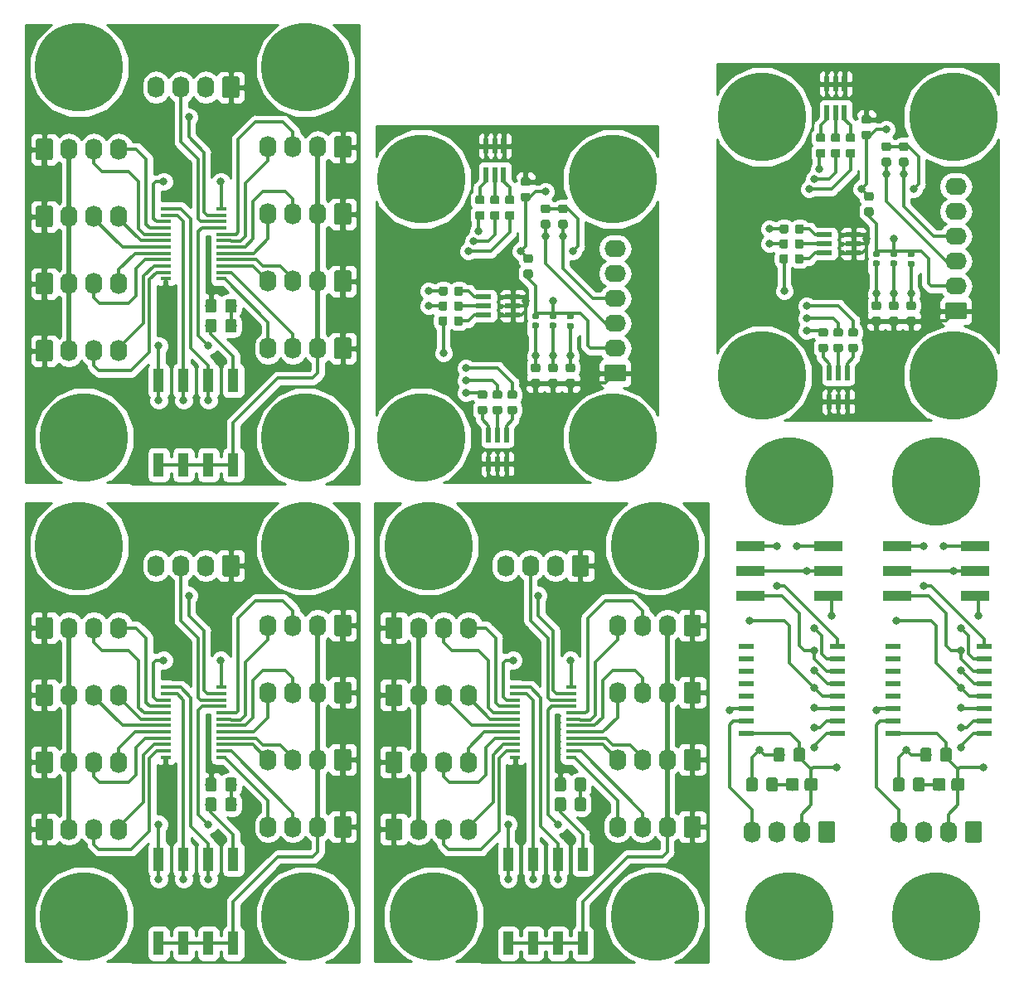
<source format=gtl>
G04 #@! TF.GenerationSoftware,KiCad,Pcbnew,5.0.2+dfsg1-1~bpo9+1*
G04 #@! TF.CreationDate,2020-01-19T21:42:18+01:00*
G04 #@! TF.ProjectId,PCB_I2C,5043425f-4932-4432-9e6b-696361645f70,V0-20*
G04 #@! TF.SameCoordinates,Original*
G04 #@! TF.FileFunction,Copper,L1,Top*
G04 #@! TF.FilePolarity,Positive*
%FSLAX46Y46*%
G04 Gerber Fmt 4.6, Leading zero omitted, Abs format (unit mm)*
G04 Created by KiCad (PCBNEW 5.0.2+dfsg1-1~bpo9+1) date dim. 19 janv. 2020 21:42:18 CET*
%MOMM*%
%LPD*%
G01*
G04 APERTURE LIST*
G04 #@! TA.AperFunction,Conductor*
%ADD10C,0.100000*%
G04 #@! TD*
G04 #@! TA.AperFunction,SMDPad,CuDef*
%ADD11C,1.150000*%
G04 #@! TD*
G04 #@! TA.AperFunction,ComponentPad*
%ADD12C,1.740000*%
G04 #@! TD*
G04 #@! TA.AperFunction,ComponentPad*
%ADD13O,1.740000X2.200000*%
G04 #@! TD*
G04 #@! TA.AperFunction,ComponentPad*
%ADD14C,9.000000*%
G04 #@! TD*
G04 #@! TA.AperFunction,SMDPad,CuDef*
%ADD15R,1.120000X2.440000*%
G04 #@! TD*
G04 #@! TA.AperFunction,SMDPad,CuDef*
%ADD16R,1.100000X0.400000*%
G04 #@! TD*
G04 #@! TA.AperFunction,SMDPad,CuDef*
%ADD17C,0.590000*%
G04 #@! TD*
G04 #@! TA.AperFunction,SMDPad,CuDef*
%ADD18R,0.500000X1.600000*%
G04 #@! TD*
G04 #@! TA.AperFunction,SMDPad,CuDef*
%ADD19C,0.875000*%
G04 #@! TD*
G04 #@! TA.AperFunction,SMDPad,CuDef*
%ADD20R,1.600000X0.500000*%
G04 #@! TD*
G04 #@! TA.AperFunction,ComponentPad*
%ADD21O,2.200000X1.740000*%
G04 #@! TD*
G04 #@! TA.AperFunction,SMDPad,CuDef*
%ADD22C,1.300000*%
G04 #@! TD*
G04 #@! TA.AperFunction,SMDPad,CuDef*
%ADD23R,3.000000X1.000000*%
G04 #@! TD*
G04 #@! TA.AperFunction,SMDPad,CuDef*
%ADD24R,1.500000X0.600000*%
G04 #@! TD*
G04 #@! TA.AperFunction,ViaPad*
%ADD25C,0.800000*%
G04 #@! TD*
G04 #@! TA.AperFunction,Conductor*
%ADD26C,0.350000*%
G04 #@! TD*
G04 #@! TA.AperFunction,Conductor*
%ADD27C,0.500000*%
G04 #@! TD*
G04 #@! TA.AperFunction,Conductor*
%ADD28C,0.254000*%
G04 #@! TD*
G04 APERTURE END LIST*
D10*
G04 #@! TO.N,Net-(D301-Pad2)*
G04 #@! TO.C,D301*
G36*
X137137505Y-126936204D02*
X137161773Y-126939804D01*
X137185572Y-126945765D01*
X137208671Y-126954030D01*
X137230850Y-126964520D01*
X137251893Y-126977132D01*
X137271599Y-126991747D01*
X137289777Y-127008223D01*
X137306253Y-127026401D01*
X137320868Y-127046107D01*
X137333480Y-127067150D01*
X137343970Y-127089329D01*
X137352235Y-127112428D01*
X137358196Y-127136227D01*
X137361796Y-127160495D01*
X137363000Y-127184999D01*
X137363000Y-128085001D01*
X137361796Y-128109505D01*
X137358196Y-128133773D01*
X137352235Y-128157572D01*
X137343970Y-128180671D01*
X137333480Y-128202850D01*
X137320868Y-128223893D01*
X137306253Y-128243599D01*
X137289777Y-128261777D01*
X137271599Y-128278253D01*
X137251893Y-128292868D01*
X137230850Y-128305480D01*
X137208671Y-128315970D01*
X137185572Y-128324235D01*
X137161773Y-128330196D01*
X137137505Y-128333796D01*
X137113001Y-128335000D01*
X136462999Y-128335000D01*
X136438495Y-128333796D01*
X136414227Y-128330196D01*
X136390428Y-128324235D01*
X136367329Y-128315970D01*
X136345150Y-128305480D01*
X136324107Y-128292868D01*
X136304401Y-128278253D01*
X136286223Y-128261777D01*
X136269747Y-128243599D01*
X136255132Y-128223893D01*
X136242520Y-128202850D01*
X136232030Y-128180671D01*
X136223765Y-128157572D01*
X136217804Y-128133773D01*
X136214204Y-128109505D01*
X136213000Y-128085001D01*
X136213000Y-127184999D01*
X136214204Y-127160495D01*
X136217804Y-127136227D01*
X136223765Y-127112428D01*
X136232030Y-127089329D01*
X136242520Y-127067150D01*
X136255132Y-127046107D01*
X136269747Y-127026401D01*
X136286223Y-127008223D01*
X136304401Y-126991747D01*
X136324107Y-126977132D01*
X136345150Y-126964520D01*
X136367329Y-126954030D01*
X136390428Y-126945765D01*
X136414227Y-126939804D01*
X136438495Y-126936204D01*
X136462999Y-126935000D01*
X137113001Y-126935000D01*
X137137505Y-126936204D01*
X137137505Y-126936204D01*
G37*
D11*
G04 #@! TD*
G04 #@! TO.P,D301,2*
G04 #@! TO.N,Net-(D301-Pad2)*
X136788000Y-127635000D03*
D10*
G04 #@! TO.N,Net-(C301-Pad1)*
G04 #@! TO.C,D301*
G36*
X135087505Y-126936204D02*
X135111773Y-126939804D01*
X135135572Y-126945765D01*
X135158671Y-126954030D01*
X135180850Y-126964520D01*
X135201893Y-126977132D01*
X135221599Y-126991747D01*
X135239777Y-127008223D01*
X135256253Y-127026401D01*
X135270868Y-127046107D01*
X135283480Y-127067150D01*
X135293970Y-127089329D01*
X135302235Y-127112428D01*
X135308196Y-127136227D01*
X135311796Y-127160495D01*
X135313000Y-127184999D01*
X135313000Y-128085001D01*
X135311796Y-128109505D01*
X135308196Y-128133773D01*
X135302235Y-128157572D01*
X135293970Y-128180671D01*
X135283480Y-128202850D01*
X135270868Y-128223893D01*
X135256253Y-128243599D01*
X135239777Y-128261777D01*
X135221599Y-128278253D01*
X135201893Y-128292868D01*
X135180850Y-128305480D01*
X135158671Y-128315970D01*
X135135572Y-128324235D01*
X135111773Y-128330196D01*
X135087505Y-128333796D01*
X135063001Y-128335000D01*
X134412999Y-128335000D01*
X134388495Y-128333796D01*
X134364227Y-128330196D01*
X134340428Y-128324235D01*
X134317329Y-128315970D01*
X134295150Y-128305480D01*
X134274107Y-128292868D01*
X134254401Y-128278253D01*
X134236223Y-128261777D01*
X134219747Y-128243599D01*
X134205132Y-128223893D01*
X134192520Y-128202850D01*
X134182030Y-128180671D01*
X134173765Y-128157572D01*
X134167804Y-128133773D01*
X134164204Y-128109505D01*
X134163000Y-128085001D01*
X134163000Y-127184999D01*
X134164204Y-127160495D01*
X134167804Y-127136227D01*
X134173765Y-127112428D01*
X134182030Y-127089329D01*
X134192520Y-127067150D01*
X134205132Y-127046107D01*
X134219747Y-127026401D01*
X134236223Y-127008223D01*
X134254401Y-126991747D01*
X134274107Y-126977132D01*
X134295150Y-126964520D01*
X134317329Y-126954030D01*
X134340428Y-126945765D01*
X134364227Y-126939804D01*
X134388495Y-126936204D01*
X134412999Y-126935000D01*
X135063001Y-126935000D01*
X135087505Y-126936204D01*
X135087505Y-126936204D01*
G37*
D11*
G04 #@! TD*
G04 #@! TO.P,D301,1*
G04 #@! TO.N,Net-(C301-Pad1)*
X134738000Y-127635000D03*
D10*
G04 #@! TO.N,Net-(C301-Pad1)*
G04 #@! TO.C,J309*
G36*
X148853505Y-123996204D02*
X148877773Y-123999804D01*
X148901572Y-124005765D01*
X148924671Y-124014030D01*
X148946850Y-124024520D01*
X148967893Y-124037132D01*
X148987599Y-124051747D01*
X149005777Y-124068223D01*
X149022253Y-124086401D01*
X149036868Y-124106107D01*
X149049480Y-124127150D01*
X149059970Y-124149329D01*
X149068235Y-124172428D01*
X149074196Y-124196227D01*
X149077796Y-124220495D01*
X149079000Y-124244999D01*
X149079000Y-125945001D01*
X149077796Y-125969505D01*
X149074196Y-125993773D01*
X149068235Y-126017572D01*
X149059970Y-126040671D01*
X149049480Y-126062850D01*
X149036868Y-126083893D01*
X149022253Y-126103599D01*
X149005777Y-126121777D01*
X148987599Y-126138253D01*
X148967893Y-126152868D01*
X148946850Y-126165480D01*
X148924671Y-126175970D01*
X148901572Y-126184235D01*
X148877773Y-126190196D01*
X148853505Y-126193796D01*
X148829001Y-126195000D01*
X147588999Y-126195000D01*
X147564495Y-126193796D01*
X147540227Y-126190196D01*
X147516428Y-126184235D01*
X147493329Y-126175970D01*
X147471150Y-126165480D01*
X147450107Y-126152868D01*
X147430401Y-126138253D01*
X147412223Y-126121777D01*
X147395747Y-126103599D01*
X147381132Y-126083893D01*
X147368520Y-126062850D01*
X147358030Y-126040671D01*
X147349765Y-126017572D01*
X147343804Y-125993773D01*
X147340204Y-125969505D01*
X147339000Y-125945001D01*
X147339000Y-124244999D01*
X147340204Y-124220495D01*
X147343804Y-124196227D01*
X147349765Y-124172428D01*
X147358030Y-124149329D01*
X147368520Y-124127150D01*
X147381132Y-124106107D01*
X147395747Y-124086401D01*
X147412223Y-124068223D01*
X147430401Y-124051747D01*
X147450107Y-124037132D01*
X147471150Y-124024520D01*
X147493329Y-124014030D01*
X147516428Y-124005765D01*
X147540227Y-123999804D01*
X147564495Y-123996204D01*
X147588999Y-123995000D01*
X148829001Y-123995000D01*
X148853505Y-123996204D01*
X148853505Y-123996204D01*
G37*
D12*
G04 #@! TD*
G04 #@! TO.P,J309,1*
G04 #@! TO.N,Net-(C301-Pad1)*
X148209000Y-125095000D03*
D13*
G04 #@! TO.P,J309,2*
G04 #@! TO.N,Net-(C301-Pad2)*
X145669000Y-125095000D03*
G04 #@! TO.P,J309,3*
G04 #@! TO.N,Net-(J309-Pad3)*
X143129000Y-125095000D03*
G04 #@! TO.P,J309,4*
G04 #@! TO.N,Net-(J309-Pad4)*
X140589000Y-125095000D03*
G04 #@! TD*
G04 #@! TO.P,J305,4*
G04 #@! TO.N,Net-(J305-Pad4)*
X125349000Y-118491000D03*
G04 #@! TO.P,J305,3*
G04 #@! TO.N,Net-(J305-Pad3)*
X122809000Y-118491000D03*
G04 #@! TO.P,J305,2*
G04 #@! TO.N,Net-(C301-Pad2)*
X120269000Y-118491000D03*
D10*
G04 #@! TD*
G04 #@! TO.N,Net-(C301-Pad1)*
G04 #@! TO.C,J305*
G36*
X118373505Y-117392204D02*
X118397773Y-117395804D01*
X118421572Y-117401765D01*
X118444671Y-117410030D01*
X118466850Y-117420520D01*
X118487893Y-117433132D01*
X118507599Y-117447747D01*
X118525777Y-117464223D01*
X118542253Y-117482401D01*
X118556868Y-117502107D01*
X118569480Y-117523150D01*
X118579970Y-117545329D01*
X118588235Y-117568428D01*
X118594196Y-117592227D01*
X118597796Y-117616495D01*
X118599000Y-117640999D01*
X118599000Y-119341001D01*
X118597796Y-119365505D01*
X118594196Y-119389773D01*
X118588235Y-119413572D01*
X118579970Y-119436671D01*
X118569480Y-119458850D01*
X118556868Y-119479893D01*
X118542253Y-119499599D01*
X118525777Y-119517777D01*
X118507599Y-119534253D01*
X118487893Y-119548868D01*
X118466850Y-119561480D01*
X118444671Y-119571970D01*
X118421572Y-119580235D01*
X118397773Y-119586196D01*
X118373505Y-119589796D01*
X118349001Y-119591000D01*
X117108999Y-119591000D01*
X117084495Y-119589796D01*
X117060227Y-119586196D01*
X117036428Y-119580235D01*
X117013329Y-119571970D01*
X116991150Y-119561480D01*
X116970107Y-119548868D01*
X116950401Y-119534253D01*
X116932223Y-119517777D01*
X116915747Y-119499599D01*
X116901132Y-119479893D01*
X116888520Y-119458850D01*
X116878030Y-119436671D01*
X116869765Y-119413572D01*
X116863804Y-119389773D01*
X116860204Y-119365505D01*
X116859000Y-119341001D01*
X116859000Y-117640999D01*
X116860204Y-117616495D01*
X116863804Y-117592227D01*
X116869765Y-117568428D01*
X116878030Y-117545329D01*
X116888520Y-117523150D01*
X116901132Y-117502107D01*
X116915747Y-117482401D01*
X116932223Y-117464223D01*
X116950401Y-117447747D01*
X116970107Y-117433132D01*
X116991150Y-117420520D01*
X117013329Y-117410030D01*
X117036428Y-117401765D01*
X117060227Y-117395804D01*
X117084495Y-117392204D01*
X117108999Y-117391000D01*
X118349001Y-117391000D01*
X118373505Y-117392204D01*
X118373505Y-117392204D01*
G37*
D12*
G04 #@! TO.P,J305,1*
G04 #@! TO.N,Net-(C301-Pad1)*
X117729000Y-118491000D03*
G04 #@! TD*
D13*
G04 #@! TO.P,J307,4*
G04 #@! TO.N,Net-(J307-Pad4)*
X125349000Y-132207000D03*
G04 #@! TO.P,J307,3*
G04 #@! TO.N,Net-(J307-Pad3)*
X122809000Y-132207000D03*
G04 #@! TO.P,J307,2*
G04 #@! TO.N,Net-(C301-Pad2)*
X120269000Y-132207000D03*
D10*
G04 #@! TD*
G04 #@! TO.N,Net-(C301-Pad1)*
G04 #@! TO.C,J307*
G36*
X118373505Y-131108204D02*
X118397773Y-131111804D01*
X118421572Y-131117765D01*
X118444671Y-131126030D01*
X118466850Y-131136520D01*
X118487893Y-131149132D01*
X118507599Y-131163747D01*
X118525777Y-131180223D01*
X118542253Y-131198401D01*
X118556868Y-131218107D01*
X118569480Y-131239150D01*
X118579970Y-131261329D01*
X118588235Y-131284428D01*
X118594196Y-131308227D01*
X118597796Y-131332495D01*
X118599000Y-131356999D01*
X118599000Y-133057001D01*
X118597796Y-133081505D01*
X118594196Y-133105773D01*
X118588235Y-133129572D01*
X118579970Y-133152671D01*
X118569480Y-133174850D01*
X118556868Y-133195893D01*
X118542253Y-133215599D01*
X118525777Y-133233777D01*
X118507599Y-133250253D01*
X118487893Y-133264868D01*
X118466850Y-133277480D01*
X118444671Y-133287970D01*
X118421572Y-133296235D01*
X118397773Y-133302196D01*
X118373505Y-133305796D01*
X118349001Y-133307000D01*
X117108999Y-133307000D01*
X117084495Y-133305796D01*
X117060227Y-133302196D01*
X117036428Y-133296235D01*
X117013329Y-133287970D01*
X116991150Y-133277480D01*
X116970107Y-133264868D01*
X116950401Y-133250253D01*
X116932223Y-133233777D01*
X116915747Y-133215599D01*
X116901132Y-133195893D01*
X116888520Y-133174850D01*
X116878030Y-133152671D01*
X116869765Y-133129572D01*
X116863804Y-133105773D01*
X116860204Y-133081505D01*
X116859000Y-133057001D01*
X116859000Y-131356999D01*
X116860204Y-131332495D01*
X116863804Y-131308227D01*
X116869765Y-131284428D01*
X116878030Y-131261329D01*
X116888520Y-131239150D01*
X116901132Y-131218107D01*
X116915747Y-131198401D01*
X116932223Y-131180223D01*
X116950401Y-131163747D01*
X116970107Y-131149132D01*
X116991150Y-131136520D01*
X117013329Y-131126030D01*
X117036428Y-131117765D01*
X117060227Y-131111804D01*
X117084495Y-131108204D01*
X117108999Y-131107000D01*
X118349001Y-131107000D01*
X118373505Y-131108204D01*
X118373505Y-131108204D01*
G37*
D12*
G04 #@! TO.P,J307,1*
G04 #@! TO.N,Net-(C301-Pad1)*
X117729000Y-132207000D03*
G04 #@! TD*
D10*
G04 #@! TO.N,Net-(R304-Pad2)*
G04 #@! TO.C,R304*
G36*
X135087505Y-128968204D02*
X135111773Y-128971804D01*
X135135572Y-128977765D01*
X135158671Y-128986030D01*
X135180850Y-128996520D01*
X135201893Y-129009132D01*
X135221599Y-129023747D01*
X135239777Y-129040223D01*
X135256253Y-129058401D01*
X135270868Y-129078107D01*
X135283480Y-129099150D01*
X135293970Y-129121329D01*
X135302235Y-129144428D01*
X135308196Y-129168227D01*
X135311796Y-129192495D01*
X135313000Y-129216999D01*
X135313000Y-130117001D01*
X135311796Y-130141505D01*
X135308196Y-130165773D01*
X135302235Y-130189572D01*
X135293970Y-130212671D01*
X135283480Y-130234850D01*
X135270868Y-130255893D01*
X135256253Y-130275599D01*
X135239777Y-130293777D01*
X135221599Y-130310253D01*
X135201893Y-130324868D01*
X135180850Y-130337480D01*
X135158671Y-130347970D01*
X135135572Y-130356235D01*
X135111773Y-130362196D01*
X135087505Y-130365796D01*
X135063001Y-130367000D01*
X134412999Y-130367000D01*
X134388495Y-130365796D01*
X134364227Y-130362196D01*
X134340428Y-130356235D01*
X134317329Y-130347970D01*
X134295150Y-130337480D01*
X134274107Y-130324868D01*
X134254401Y-130310253D01*
X134236223Y-130293777D01*
X134219747Y-130275599D01*
X134205132Y-130255893D01*
X134192520Y-130234850D01*
X134182030Y-130212671D01*
X134173765Y-130189572D01*
X134167804Y-130165773D01*
X134164204Y-130141505D01*
X134163000Y-130117001D01*
X134163000Y-129216999D01*
X134164204Y-129192495D01*
X134167804Y-129168227D01*
X134173765Y-129144428D01*
X134182030Y-129121329D01*
X134192520Y-129099150D01*
X134205132Y-129078107D01*
X134219747Y-129058401D01*
X134236223Y-129040223D01*
X134254401Y-129023747D01*
X134274107Y-129009132D01*
X134295150Y-128996520D01*
X134317329Y-128986030D01*
X134340428Y-128977765D01*
X134364227Y-128971804D01*
X134388495Y-128968204D01*
X134412999Y-128967000D01*
X135063001Y-128967000D01*
X135087505Y-128968204D01*
X135087505Y-128968204D01*
G37*
D11*
G04 #@! TD*
G04 #@! TO.P,R304,2*
G04 #@! TO.N,Net-(R304-Pad2)*
X134738000Y-129667000D03*
D10*
G04 #@! TO.N,Net-(D301-Pad2)*
G04 #@! TO.C,R304*
G36*
X137137505Y-128968204D02*
X137161773Y-128971804D01*
X137185572Y-128977765D01*
X137208671Y-128986030D01*
X137230850Y-128996520D01*
X137251893Y-129009132D01*
X137271599Y-129023747D01*
X137289777Y-129040223D01*
X137306253Y-129058401D01*
X137320868Y-129078107D01*
X137333480Y-129099150D01*
X137343970Y-129121329D01*
X137352235Y-129144428D01*
X137358196Y-129168227D01*
X137361796Y-129192495D01*
X137363000Y-129216999D01*
X137363000Y-130117001D01*
X137361796Y-130141505D01*
X137358196Y-130165773D01*
X137352235Y-130189572D01*
X137343970Y-130212671D01*
X137333480Y-130234850D01*
X137320868Y-130255893D01*
X137306253Y-130275599D01*
X137289777Y-130293777D01*
X137271599Y-130310253D01*
X137251893Y-130324868D01*
X137230850Y-130337480D01*
X137208671Y-130347970D01*
X137185572Y-130356235D01*
X137161773Y-130362196D01*
X137137505Y-130365796D01*
X137113001Y-130367000D01*
X136462999Y-130367000D01*
X136438495Y-130365796D01*
X136414227Y-130362196D01*
X136390428Y-130356235D01*
X136367329Y-130347970D01*
X136345150Y-130337480D01*
X136324107Y-130324868D01*
X136304401Y-130310253D01*
X136286223Y-130293777D01*
X136269747Y-130275599D01*
X136255132Y-130255893D01*
X136242520Y-130234850D01*
X136232030Y-130212671D01*
X136223765Y-130189572D01*
X136217804Y-130165773D01*
X136214204Y-130141505D01*
X136213000Y-130117001D01*
X136213000Y-129216999D01*
X136214204Y-129192495D01*
X136217804Y-129168227D01*
X136223765Y-129144428D01*
X136232030Y-129121329D01*
X136242520Y-129099150D01*
X136255132Y-129078107D01*
X136269747Y-129058401D01*
X136286223Y-129040223D01*
X136304401Y-129023747D01*
X136324107Y-129009132D01*
X136345150Y-128996520D01*
X136367329Y-128986030D01*
X136390428Y-128977765D01*
X136414227Y-128971804D01*
X136438495Y-128968204D01*
X136462999Y-128967000D01*
X137113001Y-128967000D01*
X137137505Y-128968204D01*
X137137505Y-128968204D01*
G37*
D11*
G04 #@! TD*
G04 #@! TO.P,R304,1*
G04 #@! TO.N,Net-(D301-Pad2)*
X136788000Y-129667000D03*
D13*
G04 #@! TO.P,J308,4*
G04 #@! TO.N,Net-(J308-Pad4)*
X140589000Y-131953000D03*
G04 #@! TO.P,J308,3*
G04 #@! TO.N,Net-(J308-Pad3)*
X143129000Y-131953000D03*
G04 #@! TO.P,J308,2*
G04 #@! TO.N,Net-(C301-Pad2)*
X145669000Y-131953000D03*
D10*
G04 #@! TD*
G04 #@! TO.N,Net-(C301-Pad1)*
G04 #@! TO.C,J308*
G36*
X148853505Y-130854204D02*
X148877773Y-130857804D01*
X148901572Y-130863765D01*
X148924671Y-130872030D01*
X148946850Y-130882520D01*
X148967893Y-130895132D01*
X148987599Y-130909747D01*
X149005777Y-130926223D01*
X149022253Y-130944401D01*
X149036868Y-130964107D01*
X149049480Y-130985150D01*
X149059970Y-131007329D01*
X149068235Y-131030428D01*
X149074196Y-131054227D01*
X149077796Y-131078495D01*
X149079000Y-131102999D01*
X149079000Y-132803001D01*
X149077796Y-132827505D01*
X149074196Y-132851773D01*
X149068235Y-132875572D01*
X149059970Y-132898671D01*
X149049480Y-132920850D01*
X149036868Y-132941893D01*
X149022253Y-132961599D01*
X149005777Y-132979777D01*
X148987599Y-132996253D01*
X148967893Y-133010868D01*
X148946850Y-133023480D01*
X148924671Y-133033970D01*
X148901572Y-133042235D01*
X148877773Y-133048196D01*
X148853505Y-133051796D01*
X148829001Y-133053000D01*
X147588999Y-133053000D01*
X147564495Y-133051796D01*
X147540227Y-133048196D01*
X147516428Y-133042235D01*
X147493329Y-133033970D01*
X147471150Y-133023480D01*
X147450107Y-133010868D01*
X147430401Y-132996253D01*
X147412223Y-132979777D01*
X147395747Y-132961599D01*
X147381132Y-132941893D01*
X147368520Y-132920850D01*
X147358030Y-132898671D01*
X147349765Y-132875572D01*
X147343804Y-132851773D01*
X147340204Y-132827505D01*
X147339000Y-132803001D01*
X147339000Y-131102999D01*
X147340204Y-131078495D01*
X147343804Y-131054227D01*
X147349765Y-131030428D01*
X147358030Y-131007329D01*
X147368520Y-130985150D01*
X147381132Y-130964107D01*
X147395747Y-130944401D01*
X147412223Y-130926223D01*
X147430401Y-130909747D01*
X147450107Y-130895132D01*
X147471150Y-130882520D01*
X147493329Y-130872030D01*
X147516428Y-130863765D01*
X147540227Y-130857804D01*
X147564495Y-130854204D01*
X147588999Y-130853000D01*
X148829001Y-130853000D01*
X148853505Y-130854204D01*
X148853505Y-130854204D01*
G37*
D12*
G04 #@! TO.P,J308,1*
G04 #@! TO.N,Net-(C301-Pad1)*
X148209000Y-131953000D03*
G04 #@! TD*
D10*
G04 #@! TO.N,Net-(C301-Pad1)*
G04 #@! TO.C,J311*
G36*
X148853505Y-110280204D02*
X148877773Y-110283804D01*
X148901572Y-110289765D01*
X148924671Y-110298030D01*
X148946850Y-110308520D01*
X148967893Y-110321132D01*
X148987599Y-110335747D01*
X149005777Y-110352223D01*
X149022253Y-110370401D01*
X149036868Y-110390107D01*
X149049480Y-110411150D01*
X149059970Y-110433329D01*
X149068235Y-110456428D01*
X149074196Y-110480227D01*
X149077796Y-110504495D01*
X149079000Y-110528999D01*
X149079000Y-112229001D01*
X149077796Y-112253505D01*
X149074196Y-112277773D01*
X149068235Y-112301572D01*
X149059970Y-112324671D01*
X149049480Y-112346850D01*
X149036868Y-112367893D01*
X149022253Y-112387599D01*
X149005777Y-112405777D01*
X148987599Y-112422253D01*
X148967893Y-112436868D01*
X148946850Y-112449480D01*
X148924671Y-112459970D01*
X148901572Y-112468235D01*
X148877773Y-112474196D01*
X148853505Y-112477796D01*
X148829001Y-112479000D01*
X147588999Y-112479000D01*
X147564495Y-112477796D01*
X147540227Y-112474196D01*
X147516428Y-112468235D01*
X147493329Y-112459970D01*
X147471150Y-112449480D01*
X147450107Y-112436868D01*
X147430401Y-112422253D01*
X147412223Y-112405777D01*
X147395747Y-112387599D01*
X147381132Y-112367893D01*
X147368520Y-112346850D01*
X147358030Y-112324671D01*
X147349765Y-112301572D01*
X147343804Y-112277773D01*
X147340204Y-112253505D01*
X147339000Y-112229001D01*
X147339000Y-110528999D01*
X147340204Y-110504495D01*
X147343804Y-110480227D01*
X147349765Y-110456428D01*
X147358030Y-110433329D01*
X147368520Y-110411150D01*
X147381132Y-110390107D01*
X147395747Y-110370401D01*
X147412223Y-110352223D01*
X147430401Y-110335747D01*
X147450107Y-110321132D01*
X147471150Y-110308520D01*
X147493329Y-110298030D01*
X147516428Y-110289765D01*
X147540227Y-110283804D01*
X147564495Y-110280204D01*
X147588999Y-110279000D01*
X148829001Y-110279000D01*
X148853505Y-110280204D01*
X148853505Y-110280204D01*
G37*
D12*
G04 #@! TD*
G04 #@! TO.P,J311,1*
G04 #@! TO.N,Net-(C301-Pad1)*
X148209000Y-111379000D03*
D13*
G04 #@! TO.P,J311,2*
G04 #@! TO.N,Net-(C301-Pad2)*
X145669000Y-111379000D03*
G04 #@! TO.P,J311,3*
G04 #@! TO.N,Net-(J311-Pad3)*
X143129000Y-111379000D03*
G04 #@! TO.P,J311,4*
G04 #@! TO.N,Net-(J311-Pad4)*
X140589000Y-111379000D03*
G04 #@! TD*
D14*
G04 #@! TO.P,J304,1*
G04 #@! TO.N,Net-(J304-Pad1)*
X144399000Y-103251000D03*
G04 #@! TD*
D10*
G04 #@! TO.N,Net-(C301-Pad1)*
G04 #@! TO.C,J301*
G36*
X137423505Y-104184204D02*
X137447773Y-104187804D01*
X137471572Y-104193765D01*
X137494671Y-104202030D01*
X137516850Y-104212520D01*
X137537893Y-104225132D01*
X137557599Y-104239747D01*
X137575777Y-104256223D01*
X137592253Y-104274401D01*
X137606868Y-104294107D01*
X137619480Y-104315150D01*
X137629970Y-104337329D01*
X137638235Y-104360428D01*
X137644196Y-104384227D01*
X137647796Y-104408495D01*
X137649000Y-104432999D01*
X137649000Y-106133001D01*
X137647796Y-106157505D01*
X137644196Y-106181773D01*
X137638235Y-106205572D01*
X137629970Y-106228671D01*
X137619480Y-106250850D01*
X137606868Y-106271893D01*
X137592253Y-106291599D01*
X137575777Y-106309777D01*
X137557599Y-106326253D01*
X137537893Y-106340868D01*
X137516850Y-106353480D01*
X137494671Y-106363970D01*
X137471572Y-106372235D01*
X137447773Y-106378196D01*
X137423505Y-106381796D01*
X137399001Y-106383000D01*
X136158999Y-106383000D01*
X136134495Y-106381796D01*
X136110227Y-106378196D01*
X136086428Y-106372235D01*
X136063329Y-106363970D01*
X136041150Y-106353480D01*
X136020107Y-106340868D01*
X136000401Y-106326253D01*
X135982223Y-106309777D01*
X135965747Y-106291599D01*
X135951132Y-106271893D01*
X135938520Y-106250850D01*
X135928030Y-106228671D01*
X135919765Y-106205572D01*
X135913804Y-106181773D01*
X135910204Y-106157505D01*
X135909000Y-106133001D01*
X135909000Y-104432999D01*
X135910204Y-104408495D01*
X135913804Y-104384227D01*
X135919765Y-104360428D01*
X135928030Y-104337329D01*
X135938520Y-104315150D01*
X135951132Y-104294107D01*
X135965747Y-104274401D01*
X135982223Y-104256223D01*
X136000401Y-104239747D01*
X136020107Y-104225132D01*
X136041150Y-104212520D01*
X136063329Y-104202030D01*
X136086428Y-104193765D01*
X136110227Y-104187804D01*
X136134495Y-104184204D01*
X136158999Y-104183000D01*
X137399001Y-104183000D01*
X137423505Y-104184204D01*
X137423505Y-104184204D01*
G37*
D12*
G04 #@! TD*
G04 #@! TO.P,J301,1*
G04 #@! TO.N,Net-(C301-Pad1)*
X136779000Y-105283000D03*
D13*
G04 #@! TO.P,J301,2*
G04 #@! TO.N,Net-(C301-Pad2)*
X134239000Y-105283000D03*
G04 #@! TO.P,J301,3*
G04 #@! TO.N,Net-(J301-Pad3)*
X131699000Y-105283000D03*
G04 #@! TO.P,J301,4*
G04 #@! TO.N,Net-(J301-Pad4)*
X129159000Y-105283000D03*
G04 #@! TD*
D14*
G04 #@! TO.P,J303,1*
G04 #@! TO.N,Net-(J303-Pad1)*
X121285000Y-103251000D03*
G04 #@! TD*
G04 #@! TO.P,J304,1*
G04 #@! TO.N,N/C*
X144399000Y-141097000D03*
G04 #@! TD*
G04 #@! TO.P,J303,1*
G04 #@! TO.N,N/C*
X121793000Y-141097000D03*
G04 #@! TD*
D10*
G04 #@! TO.N,Net-(C301-Pad1)*
G04 #@! TO.C,J306*
G36*
X118373505Y-124250204D02*
X118397773Y-124253804D01*
X118421572Y-124259765D01*
X118444671Y-124268030D01*
X118466850Y-124278520D01*
X118487893Y-124291132D01*
X118507599Y-124305747D01*
X118525777Y-124322223D01*
X118542253Y-124340401D01*
X118556868Y-124360107D01*
X118569480Y-124381150D01*
X118579970Y-124403329D01*
X118588235Y-124426428D01*
X118594196Y-124450227D01*
X118597796Y-124474495D01*
X118599000Y-124498999D01*
X118599000Y-126199001D01*
X118597796Y-126223505D01*
X118594196Y-126247773D01*
X118588235Y-126271572D01*
X118579970Y-126294671D01*
X118569480Y-126316850D01*
X118556868Y-126337893D01*
X118542253Y-126357599D01*
X118525777Y-126375777D01*
X118507599Y-126392253D01*
X118487893Y-126406868D01*
X118466850Y-126419480D01*
X118444671Y-126429970D01*
X118421572Y-126438235D01*
X118397773Y-126444196D01*
X118373505Y-126447796D01*
X118349001Y-126449000D01*
X117108999Y-126449000D01*
X117084495Y-126447796D01*
X117060227Y-126444196D01*
X117036428Y-126438235D01*
X117013329Y-126429970D01*
X116991150Y-126419480D01*
X116970107Y-126406868D01*
X116950401Y-126392253D01*
X116932223Y-126375777D01*
X116915747Y-126357599D01*
X116901132Y-126337893D01*
X116888520Y-126316850D01*
X116878030Y-126294671D01*
X116869765Y-126271572D01*
X116863804Y-126247773D01*
X116860204Y-126223505D01*
X116859000Y-126199001D01*
X116859000Y-124498999D01*
X116860204Y-124474495D01*
X116863804Y-124450227D01*
X116869765Y-124426428D01*
X116878030Y-124403329D01*
X116888520Y-124381150D01*
X116901132Y-124360107D01*
X116915747Y-124340401D01*
X116932223Y-124322223D01*
X116950401Y-124305747D01*
X116970107Y-124291132D01*
X116991150Y-124278520D01*
X117013329Y-124268030D01*
X117036428Y-124259765D01*
X117060227Y-124253804D01*
X117084495Y-124250204D01*
X117108999Y-124249000D01*
X118349001Y-124249000D01*
X118373505Y-124250204D01*
X118373505Y-124250204D01*
G37*
D12*
G04 #@! TD*
G04 #@! TO.P,J306,1*
G04 #@! TO.N,Net-(C301-Pad1)*
X117729000Y-125349000D03*
D13*
G04 #@! TO.P,J306,2*
G04 #@! TO.N,Net-(C301-Pad2)*
X120269000Y-125349000D03*
G04 #@! TO.P,J306,3*
G04 #@! TO.N,Net-(J306-Pad3)*
X122809000Y-125349000D03*
G04 #@! TO.P,J306,4*
G04 #@! TO.N,Net-(J306-Pad4)*
X125349000Y-125349000D03*
G04 #@! TD*
G04 #@! TO.P,J302,4*
G04 #@! TO.N,Net-(J302-Pad4)*
X125349000Y-111633000D03*
G04 #@! TO.P,J302,3*
G04 #@! TO.N,Net-(J302-Pad3)*
X122809000Y-111633000D03*
G04 #@! TO.P,J302,2*
G04 #@! TO.N,Net-(C301-Pad2)*
X120269000Y-111633000D03*
D10*
G04 #@! TD*
G04 #@! TO.N,Net-(C301-Pad1)*
G04 #@! TO.C,J302*
G36*
X118373505Y-110534204D02*
X118397773Y-110537804D01*
X118421572Y-110543765D01*
X118444671Y-110552030D01*
X118466850Y-110562520D01*
X118487893Y-110575132D01*
X118507599Y-110589747D01*
X118525777Y-110606223D01*
X118542253Y-110624401D01*
X118556868Y-110644107D01*
X118569480Y-110665150D01*
X118579970Y-110687329D01*
X118588235Y-110710428D01*
X118594196Y-110734227D01*
X118597796Y-110758495D01*
X118599000Y-110782999D01*
X118599000Y-112483001D01*
X118597796Y-112507505D01*
X118594196Y-112531773D01*
X118588235Y-112555572D01*
X118579970Y-112578671D01*
X118569480Y-112600850D01*
X118556868Y-112621893D01*
X118542253Y-112641599D01*
X118525777Y-112659777D01*
X118507599Y-112676253D01*
X118487893Y-112690868D01*
X118466850Y-112703480D01*
X118444671Y-112713970D01*
X118421572Y-112722235D01*
X118397773Y-112728196D01*
X118373505Y-112731796D01*
X118349001Y-112733000D01*
X117108999Y-112733000D01*
X117084495Y-112731796D01*
X117060227Y-112728196D01*
X117036428Y-112722235D01*
X117013329Y-112713970D01*
X116991150Y-112703480D01*
X116970107Y-112690868D01*
X116950401Y-112676253D01*
X116932223Y-112659777D01*
X116915747Y-112641599D01*
X116901132Y-112621893D01*
X116888520Y-112600850D01*
X116878030Y-112578671D01*
X116869765Y-112555572D01*
X116863804Y-112531773D01*
X116860204Y-112507505D01*
X116859000Y-112483001D01*
X116859000Y-110782999D01*
X116860204Y-110758495D01*
X116863804Y-110734227D01*
X116869765Y-110710428D01*
X116878030Y-110687329D01*
X116888520Y-110665150D01*
X116901132Y-110644107D01*
X116915747Y-110624401D01*
X116932223Y-110606223D01*
X116950401Y-110589747D01*
X116970107Y-110575132D01*
X116991150Y-110562520D01*
X117013329Y-110552030D01*
X117036428Y-110543765D01*
X117060227Y-110537804D01*
X117084495Y-110534204D01*
X117108999Y-110533000D01*
X118349001Y-110533000D01*
X118373505Y-110534204D01*
X118373505Y-110534204D01*
G37*
D12*
G04 #@! TO.P,J302,1*
G04 #@! TO.N,Net-(C301-Pad1)*
X117729000Y-111633000D03*
G04 #@! TD*
D15*
G04 #@! TO.P,SW301,1*
G04 #@! TO.N,Net-(C301-Pad2)*
X129413000Y-143878000D03*
G04 #@! TO.P,SW301,5*
G04 #@! TO.N,Net-(R304-Pad2)*
X137033000Y-135268000D03*
G04 #@! TO.P,SW301,2*
G04 #@! TO.N,Net-(C301-Pad2)*
X131953000Y-143878000D03*
G04 #@! TO.P,SW301,6*
G04 #@! TO.N,Net-(R307-Pad2)*
X134493000Y-135268000D03*
G04 #@! TO.P,SW301,3*
G04 #@! TO.N,Net-(C301-Pad2)*
X134493000Y-143878000D03*
G04 #@! TO.P,SW301,7*
G04 #@! TO.N,Net-(R305-Pad2)*
X131953000Y-135268000D03*
G04 #@! TO.P,SW301,4*
G04 #@! TO.N,Net-(C301-Pad2)*
X137033000Y-143878000D03*
G04 #@! TO.P,SW301,8*
G04 #@! TO.N,Net-(R302-Pad2)*
X129413000Y-135268000D03*
G04 #@! TD*
D16*
G04 #@! TO.P,U301,24*
G04 #@! TO.N,Net-(C301-Pad2)*
X135819000Y-117710000D03*
G04 #@! TO.P,U301,23*
G04 #@! TO.N,Net-(J301-Pad4)*
X135819000Y-118360000D03*
G04 #@! TO.P,U301,22*
G04 #@! TO.N,Net-(J301-Pad3)*
X135819000Y-119010000D03*
G04 #@! TO.P,U301,21*
G04 #@! TO.N,Net-(R302-Pad2)*
X135819000Y-119660000D03*
G04 #@! TO.P,U301,20*
G04 #@! TO.N,Net-(J311-Pad3)*
X135819000Y-120310000D03*
G04 #@! TO.P,U301,19*
G04 #@! TO.N,Net-(J311-Pad4)*
X135819000Y-120960000D03*
G04 #@! TO.P,U301,18*
G04 #@! TO.N,Net-(J310-Pad3)*
X135819000Y-121610000D03*
G04 #@! TO.P,U301,17*
G04 #@! TO.N,Net-(J310-Pad4)*
X135819000Y-122260000D03*
G04 #@! TO.P,U301,16*
G04 #@! TO.N,Net-(J309-Pad3)*
X135819000Y-122910000D03*
G04 #@! TO.P,U301,15*
G04 #@! TO.N,Net-(J309-Pad4)*
X135819000Y-123560000D03*
G04 #@! TO.P,U301,14*
G04 #@! TO.N,Net-(J308-Pad3)*
X135819000Y-124210000D03*
G04 #@! TO.P,U301,13*
G04 #@! TO.N,Net-(J308-Pad4)*
X135819000Y-124860000D03*
G04 #@! TO.P,U301,12*
G04 #@! TO.N,Net-(C301-Pad1)*
X130119000Y-124860000D03*
G04 #@! TO.P,U301,11*
G04 #@! TO.N,Net-(J307-Pad3)*
X130119000Y-124210000D03*
G04 #@! TO.P,U301,10*
G04 #@! TO.N,Net-(J307-Pad4)*
X130119000Y-123560000D03*
G04 #@! TO.P,U301,9*
G04 #@! TO.N,Net-(J306-Pad3)*
X130119000Y-122910000D03*
G04 #@! TO.P,U301,8*
G04 #@! TO.N,Net-(J306-Pad4)*
X130119000Y-122260000D03*
G04 #@! TO.P,U301,7*
G04 #@! TO.N,Net-(J305-Pad3)*
X130119000Y-121610000D03*
G04 #@! TO.P,U301,6*
G04 #@! TO.N,Net-(J305-Pad4)*
X130119000Y-120960000D03*
G04 #@! TO.P,U301,5*
G04 #@! TO.N,Net-(J302-Pad3)*
X130119000Y-120310000D03*
G04 #@! TO.P,U301,4*
G04 #@! TO.N,Net-(J302-Pad4)*
X130119000Y-119660000D03*
G04 #@! TO.P,U301,3*
G04 #@! TO.N,Net-(R303-Pad1)*
X130119000Y-119010000D03*
G04 #@! TO.P,U301,2*
G04 #@! TO.N,Net-(R305-Pad2)*
X130119000Y-118360000D03*
G04 #@! TO.P,U301,1*
G04 #@! TO.N,Net-(R307-Pad2)*
X130119000Y-117710000D03*
G04 #@! TD*
D13*
G04 #@! TO.P,J310,4*
G04 #@! TO.N,Net-(J310-Pad4)*
X140589000Y-118237000D03*
G04 #@! TO.P,J310,3*
G04 #@! TO.N,Net-(J310-Pad3)*
X143129000Y-118237000D03*
G04 #@! TO.P,J310,2*
G04 #@! TO.N,Net-(C301-Pad2)*
X145669000Y-118237000D03*
D10*
G04 #@! TD*
G04 #@! TO.N,Net-(C301-Pad1)*
G04 #@! TO.C,J310*
G36*
X148853505Y-117138204D02*
X148877773Y-117141804D01*
X148901572Y-117147765D01*
X148924671Y-117156030D01*
X148946850Y-117166520D01*
X148967893Y-117179132D01*
X148987599Y-117193747D01*
X149005777Y-117210223D01*
X149022253Y-117228401D01*
X149036868Y-117248107D01*
X149049480Y-117269150D01*
X149059970Y-117291329D01*
X149068235Y-117314428D01*
X149074196Y-117338227D01*
X149077796Y-117362495D01*
X149079000Y-117386999D01*
X149079000Y-119087001D01*
X149077796Y-119111505D01*
X149074196Y-119135773D01*
X149068235Y-119159572D01*
X149059970Y-119182671D01*
X149049480Y-119204850D01*
X149036868Y-119225893D01*
X149022253Y-119245599D01*
X149005777Y-119263777D01*
X148987599Y-119280253D01*
X148967893Y-119294868D01*
X148946850Y-119307480D01*
X148924671Y-119317970D01*
X148901572Y-119326235D01*
X148877773Y-119332196D01*
X148853505Y-119335796D01*
X148829001Y-119337000D01*
X147588999Y-119337000D01*
X147564495Y-119335796D01*
X147540227Y-119332196D01*
X147516428Y-119326235D01*
X147493329Y-119317970D01*
X147471150Y-119307480D01*
X147450107Y-119294868D01*
X147430401Y-119280253D01*
X147412223Y-119263777D01*
X147395747Y-119245599D01*
X147381132Y-119225893D01*
X147368520Y-119204850D01*
X147358030Y-119182671D01*
X147349765Y-119159572D01*
X147343804Y-119135773D01*
X147340204Y-119111505D01*
X147339000Y-119087001D01*
X147339000Y-117386999D01*
X147340204Y-117362495D01*
X147343804Y-117338227D01*
X147349765Y-117314428D01*
X147358030Y-117291329D01*
X147368520Y-117269150D01*
X147381132Y-117248107D01*
X147395747Y-117228401D01*
X147412223Y-117210223D01*
X147430401Y-117193747D01*
X147450107Y-117179132D01*
X147471150Y-117166520D01*
X147493329Y-117156030D01*
X147516428Y-117147765D01*
X147540227Y-117141804D01*
X147564495Y-117138204D01*
X147588999Y-117137000D01*
X148829001Y-117137000D01*
X148853505Y-117138204D01*
X148853505Y-117138204D01*
G37*
D12*
G04 #@! TO.P,J310,1*
G04 #@! TO.N,Net-(C301-Pad1)*
X148209000Y-118237000D03*
G04 #@! TD*
D10*
G04 #@! TO.N,Net-(C601-Pad1)*
G04 #@! TO.C,R626*
G36*
X170747958Y-73160210D02*
X170762276Y-73162334D01*
X170776317Y-73165851D01*
X170789946Y-73170728D01*
X170803031Y-73176917D01*
X170815447Y-73184358D01*
X170827073Y-73192981D01*
X170837798Y-73202702D01*
X170847519Y-73213427D01*
X170856142Y-73225053D01*
X170863583Y-73237469D01*
X170869772Y-73250554D01*
X170874649Y-73264183D01*
X170878166Y-73278224D01*
X170880290Y-73292542D01*
X170881000Y-73307000D01*
X170881000Y-73602000D01*
X170880290Y-73616458D01*
X170878166Y-73630776D01*
X170874649Y-73644817D01*
X170869772Y-73658446D01*
X170863583Y-73671531D01*
X170856142Y-73683947D01*
X170847519Y-73695573D01*
X170837798Y-73706298D01*
X170827073Y-73716019D01*
X170815447Y-73724642D01*
X170803031Y-73732083D01*
X170789946Y-73738272D01*
X170776317Y-73743149D01*
X170762276Y-73746666D01*
X170747958Y-73748790D01*
X170733500Y-73749500D01*
X170388500Y-73749500D01*
X170374042Y-73748790D01*
X170359724Y-73746666D01*
X170345683Y-73743149D01*
X170332054Y-73738272D01*
X170318969Y-73732083D01*
X170306553Y-73724642D01*
X170294927Y-73716019D01*
X170284202Y-73706298D01*
X170274481Y-73695573D01*
X170265858Y-73683947D01*
X170258417Y-73671531D01*
X170252228Y-73658446D01*
X170247351Y-73644817D01*
X170243834Y-73630776D01*
X170241710Y-73616458D01*
X170241000Y-73602000D01*
X170241000Y-73307000D01*
X170241710Y-73292542D01*
X170243834Y-73278224D01*
X170247351Y-73264183D01*
X170252228Y-73250554D01*
X170258417Y-73237469D01*
X170265858Y-73225053D01*
X170274481Y-73213427D01*
X170284202Y-73202702D01*
X170294927Y-73192981D01*
X170306553Y-73184358D01*
X170318969Y-73176917D01*
X170332054Y-73170728D01*
X170345683Y-73165851D01*
X170359724Y-73162334D01*
X170374042Y-73160210D01*
X170388500Y-73159500D01*
X170733500Y-73159500D01*
X170747958Y-73160210D01*
X170747958Y-73160210D01*
G37*
D17*
G04 #@! TD*
G04 #@! TO.P,R626,2*
G04 #@! TO.N,Net-(C601-Pad1)*
X170561000Y-73454500D03*
D10*
G04 #@! TO.N,Net-(R610-Pad1)*
G04 #@! TO.C,R626*
G36*
X170747958Y-74130210D02*
X170762276Y-74132334D01*
X170776317Y-74135851D01*
X170789946Y-74140728D01*
X170803031Y-74146917D01*
X170815447Y-74154358D01*
X170827073Y-74162981D01*
X170837798Y-74172702D01*
X170847519Y-74183427D01*
X170856142Y-74195053D01*
X170863583Y-74207469D01*
X170869772Y-74220554D01*
X170874649Y-74234183D01*
X170878166Y-74248224D01*
X170880290Y-74262542D01*
X170881000Y-74277000D01*
X170881000Y-74572000D01*
X170880290Y-74586458D01*
X170878166Y-74600776D01*
X170874649Y-74614817D01*
X170869772Y-74628446D01*
X170863583Y-74641531D01*
X170856142Y-74653947D01*
X170847519Y-74665573D01*
X170837798Y-74676298D01*
X170827073Y-74686019D01*
X170815447Y-74694642D01*
X170803031Y-74702083D01*
X170789946Y-74708272D01*
X170776317Y-74713149D01*
X170762276Y-74716666D01*
X170747958Y-74718790D01*
X170733500Y-74719500D01*
X170388500Y-74719500D01*
X170374042Y-74718790D01*
X170359724Y-74716666D01*
X170345683Y-74713149D01*
X170332054Y-74708272D01*
X170318969Y-74702083D01*
X170306553Y-74694642D01*
X170294927Y-74686019D01*
X170284202Y-74676298D01*
X170274481Y-74665573D01*
X170265858Y-74653947D01*
X170258417Y-74641531D01*
X170252228Y-74628446D01*
X170247351Y-74614817D01*
X170243834Y-74600776D01*
X170241710Y-74586458D01*
X170241000Y-74572000D01*
X170241000Y-74277000D01*
X170241710Y-74262542D01*
X170243834Y-74248224D01*
X170247351Y-74234183D01*
X170252228Y-74220554D01*
X170258417Y-74207469D01*
X170265858Y-74195053D01*
X170274481Y-74183427D01*
X170284202Y-74172702D01*
X170294927Y-74162981D01*
X170306553Y-74154358D01*
X170318969Y-74146917D01*
X170332054Y-74140728D01*
X170345683Y-74135851D01*
X170359724Y-74132334D01*
X170374042Y-74130210D01*
X170388500Y-74129500D01*
X170733500Y-74129500D01*
X170747958Y-74130210D01*
X170747958Y-74130210D01*
G37*
D17*
G04 #@! TD*
G04 #@! TO.P,R626,1*
G04 #@! TO.N,Net-(R610-Pad1)*
X170561000Y-74424500D03*
D10*
G04 #@! TO.N,Net-(C601-Pad1)*
G04 #@! TO.C,R627*
G36*
X168969958Y-73134710D02*
X168984276Y-73136834D01*
X168998317Y-73140351D01*
X169011946Y-73145228D01*
X169025031Y-73151417D01*
X169037447Y-73158858D01*
X169049073Y-73167481D01*
X169059798Y-73177202D01*
X169069519Y-73187927D01*
X169078142Y-73199553D01*
X169085583Y-73211969D01*
X169091772Y-73225054D01*
X169096649Y-73238683D01*
X169100166Y-73252724D01*
X169102290Y-73267042D01*
X169103000Y-73281500D01*
X169103000Y-73576500D01*
X169102290Y-73590958D01*
X169100166Y-73605276D01*
X169096649Y-73619317D01*
X169091772Y-73632946D01*
X169085583Y-73646031D01*
X169078142Y-73658447D01*
X169069519Y-73670073D01*
X169059798Y-73680798D01*
X169049073Y-73690519D01*
X169037447Y-73699142D01*
X169025031Y-73706583D01*
X169011946Y-73712772D01*
X168998317Y-73717649D01*
X168984276Y-73721166D01*
X168969958Y-73723290D01*
X168955500Y-73724000D01*
X168610500Y-73724000D01*
X168596042Y-73723290D01*
X168581724Y-73721166D01*
X168567683Y-73717649D01*
X168554054Y-73712772D01*
X168540969Y-73706583D01*
X168528553Y-73699142D01*
X168516927Y-73690519D01*
X168506202Y-73680798D01*
X168496481Y-73670073D01*
X168487858Y-73658447D01*
X168480417Y-73646031D01*
X168474228Y-73632946D01*
X168469351Y-73619317D01*
X168465834Y-73605276D01*
X168463710Y-73590958D01*
X168463000Y-73576500D01*
X168463000Y-73281500D01*
X168463710Y-73267042D01*
X168465834Y-73252724D01*
X168469351Y-73238683D01*
X168474228Y-73225054D01*
X168480417Y-73211969D01*
X168487858Y-73199553D01*
X168496481Y-73187927D01*
X168506202Y-73177202D01*
X168516927Y-73167481D01*
X168528553Y-73158858D01*
X168540969Y-73151417D01*
X168554054Y-73145228D01*
X168567683Y-73140351D01*
X168581724Y-73136834D01*
X168596042Y-73134710D01*
X168610500Y-73134000D01*
X168955500Y-73134000D01*
X168969958Y-73134710D01*
X168969958Y-73134710D01*
G37*
D17*
G04 #@! TD*
G04 #@! TO.P,R627,2*
G04 #@! TO.N,Net-(C601-Pad1)*
X168783000Y-73429000D03*
D10*
G04 #@! TO.N,Net-(R608-Pad1)*
G04 #@! TO.C,R627*
G36*
X168969958Y-74104710D02*
X168984276Y-74106834D01*
X168998317Y-74110351D01*
X169011946Y-74115228D01*
X169025031Y-74121417D01*
X169037447Y-74128858D01*
X169049073Y-74137481D01*
X169059798Y-74147202D01*
X169069519Y-74157927D01*
X169078142Y-74169553D01*
X169085583Y-74181969D01*
X169091772Y-74195054D01*
X169096649Y-74208683D01*
X169100166Y-74222724D01*
X169102290Y-74237042D01*
X169103000Y-74251500D01*
X169103000Y-74546500D01*
X169102290Y-74560958D01*
X169100166Y-74575276D01*
X169096649Y-74589317D01*
X169091772Y-74602946D01*
X169085583Y-74616031D01*
X169078142Y-74628447D01*
X169069519Y-74640073D01*
X169059798Y-74650798D01*
X169049073Y-74660519D01*
X169037447Y-74669142D01*
X169025031Y-74676583D01*
X169011946Y-74682772D01*
X168998317Y-74687649D01*
X168984276Y-74691166D01*
X168969958Y-74693290D01*
X168955500Y-74694000D01*
X168610500Y-74694000D01*
X168596042Y-74693290D01*
X168581724Y-74691166D01*
X168567683Y-74687649D01*
X168554054Y-74682772D01*
X168540969Y-74676583D01*
X168528553Y-74669142D01*
X168516927Y-74660519D01*
X168506202Y-74650798D01*
X168496481Y-74640073D01*
X168487858Y-74628447D01*
X168480417Y-74616031D01*
X168474228Y-74602946D01*
X168469351Y-74589317D01*
X168465834Y-74575276D01*
X168463710Y-74560958D01*
X168463000Y-74546500D01*
X168463000Y-74251500D01*
X168463710Y-74237042D01*
X168465834Y-74222724D01*
X168469351Y-74208683D01*
X168474228Y-74195054D01*
X168480417Y-74181969D01*
X168487858Y-74169553D01*
X168496481Y-74157927D01*
X168506202Y-74147202D01*
X168516927Y-74137481D01*
X168528553Y-74128858D01*
X168540969Y-74121417D01*
X168554054Y-74115228D01*
X168567683Y-74110351D01*
X168581724Y-74106834D01*
X168596042Y-74104710D01*
X168610500Y-74104000D01*
X168955500Y-74104000D01*
X168969958Y-74104710D01*
X168969958Y-74104710D01*
G37*
D17*
G04 #@! TD*
G04 #@! TO.P,R627,1*
G04 #@! TO.N,Net-(R608-Pad1)*
X168783000Y-74399000D03*
D10*
G04 #@! TO.N,Net-(C601-Pad1)*
G04 #@! TO.C,R628*
G36*
X167191958Y-73134710D02*
X167206276Y-73136834D01*
X167220317Y-73140351D01*
X167233946Y-73145228D01*
X167247031Y-73151417D01*
X167259447Y-73158858D01*
X167271073Y-73167481D01*
X167281798Y-73177202D01*
X167291519Y-73187927D01*
X167300142Y-73199553D01*
X167307583Y-73211969D01*
X167313772Y-73225054D01*
X167318649Y-73238683D01*
X167322166Y-73252724D01*
X167324290Y-73267042D01*
X167325000Y-73281500D01*
X167325000Y-73576500D01*
X167324290Y-73590958D01*
X167322166Y-73605276D01*
X167318649Y-73619317D01*
X167313772Y-73632946D01*
X167307583Y-73646031D01*
X167300142Y-73658447D01*
X167291519Y-73670073D01*
X167281798Y-73680798D01*
X167271073Y-73690519D01*
X167259447Y-73699142D01*
X167247031Y-73706583D01*
X167233946Y-73712772D01*
X167220317Y-73717649D01*
X167206276Y-73721166D01*
X167191958Y-73723290D01*
X167177500Y-73724000D01*
X166832500Y-73724000D01*
X166818042Y-73723290D01*
X166803724Y-73721166D01*
X166789683Y-73717649D01*
X166776054Y-73712772D01*
X166762969Y-73706583D01*
X166750553Y-73699142D01*
X166738927Y-73690519D01*
X166728202Y-73680798D01*
X166718481Y-73670073D01*
X166709858Y-73658447D01*
X166702417Y-73646031D01*
X166696228Y-73632946D01*
X166691351Y-73619317D01*
X166687834Y-73605276D01*
X166685710Y-73590958D01*
X166685000Y-73576500D01*
X166685000Y-73281500D01*
X166685710Y-73267042D01*
X166687834Y-73252724D01*
X166691351Y-73238683D01*
X166696228Y-73225054D01*
X166702417Y-73211969D01*
X166709858Y-73199553D01*
X166718481Y-73187927D01*
X166728202Y-73177202D01*
X166738927Y-73167481D01*
X166750553Y-73158858D01*
X166762969Y-73151417D01*
X166776054Y-73145228D01*
X166789683Y-73140351D01*
X166803724Y-73136834D01*
X166818042Y-73134710D01*
X166832500Y-73134000D01*
X167177500Y-73134000D01*
X167191958Y-73134710D01*
X167191958Y-73134710D01*
G37*
D17*
G04 #@! TD*
G04 #@! TO.P,R628,2*
G04 #@! TO.N,Net-(C601-Pad1)*
X167005000Y-73429000D03*
D10*
G04 #@! TO.N,Net-(R606-Pad1)*
G04 #@! TO.C,R628*
G36*
X167191958Y-74104710D02*
X167206276Y-74106834D01*
X167220317Y-74110351D01*
X167233946Y-74115228D01*
X167247031Y-74121417D01*
X167259447Y-74128858D01*
X167271073Y-74137481D01*
X167281798Y-74147202D01*
X167291519Y-74157927D01*
X167300142Y-74169553D01*
X167307583Y-74181969D01*
X167313772Y-74195054D01*
X167318649Y-74208683D01*
X167322166Y-74222724D01*
X167324290Y-74237042D01*
X167325000Y-74251500D01*
X167325000Y-74546500D01*
X167324290Y-74560958D01*
X167322166Y-74575276D01*
X167318649Y-74589317D01*
X167313772Y-74602946D01*
X167307583Y-74616031D01*
X167300142Y-74628447D01*
X167291519Y-74640073D01*
X167281798Y-74650798D01*
X167271073Y-74660519D01*
X167259447Y-74669142D01*
X167247031Y-74676583D01*
X167233946Y-74682772D01*
X167220317Y-74687649D01*
X167206276Y-74691166D01*
X167191958Y-74693290D01*
X167177500Y-74694000D01*
X166832500Y-74694000D01*
X166818042Y-74693290D01*
X166803724Y-74691166D01*
X166789683Y-74687649D01*
X166776054Y-74682772D01*
X166762969Y-74676583D01*
X166750553Y-74669142D01*
X166738927Y-74660519D01*
X166728202Y-74650798D01*
X166718481Y-74640073D01*
X166709858Y-74628447D01*
X166702417Y-74616031D01*
X166696228Y-74602946D01*
X166691351Y-74589317D01*
X166687834Y-74575276D01*
X166685710Y-74560958D01*
X166685000Y-74546500D01*
X166685000Y-74251500D01*
X166685710Y-74237042D01*
X166687834Y-74222724D01*
X166691351Y-74208683D01*
X166696228Y-74195054D01*
X166702417Y-74181969D01*
X166709858Y-74169553D01*
X166718481Y-74157927D01*
X166728202Y-74147202D01*
X166738927Y-74137481D01*
X166750553Y-74128858D01*
X166762969Y-74121417D01*
X166776054Y-74115228D01*
X166789683Y-74110351D01*
X166803724Y-74106834D01*
X166818042Y-74104710D01*
X166832500Y-74104000D01*
X167177500Y-74104000D01*
X167191958Y-74104710D01*
X167191958Y-74104710D01*
G37*
D17*
G04 #@! TD*
G04 #@! TO.P,R628,1*
G04 #@! TO.N,Net-(R606-Pad1)*
X167005000Y-74399000D03*
D10*
G04 #@! TO.N,Net-(C601-Pad1)*
G04 #@! TO.C,R626*
G36*
X135949958Y-79510210D02*
X135964276Y-79512334D01*
X135978317Y-79515851D01*
X135991946Y-79520728D01*
X136005031Y-79526917D01*
X136017447Y-79534358D01*
X136029073Y-79542981D01*
X136039798Y-79552702D01*
X136049519Y-79563427D01*
X136058142Y-79575053D01*
X136065583Y-79587469D01*
X136071772Y-79600554D01*
X136076649Y-79614183D01*
X136080166Y-79628224D01*
X136082290Y-79642542D01*
X136083000Y-79657000D01*
X136083000Y-79952000D01*
X136082290Y-79966458D01*
X136080166Y-79980776D01*
X136076649Y-79994817D01*
X136071772Y-80008446D01*
X136065583Y-80021531D01*
X136058142Y-80033947D01*
X136049519Y-80045573D01*
X136039798Y-80056298D01*
X136029073Y-80066019D01*
X136017447Y-80074642D01*
X136005031Y-80082083D01*
X135991946Y-80088272D01*
X135978317Y-80093149D01*
X135964276Y-80096666D01*
X135949958Y-80098790D01*
X135935500Y-80099500D01*
X135590500Y-80099500D01*
X135576042Y-80098790D01*
X135561724Y-80096666D01*
X135547683Y-80093149D01*
X135534054Y-80088272D01*
X135520969Y-80082083D01*
X135508553Y-80074642D01*
X135496927Y-80066019D01*
X135486202Y-80056298D01*
X135476481Y-80045573D01*
X135467858Y-80033947D01*
X135460417Y-80021531D01*
X135454228Y-80008446D01*
X135449351Y-79994817D01*
X135445834Y-79980776D01*
X135443710Y-79966458D01*
X135443000Y-79952000D01*
X135443000Y-79657000D01*
X135443710Y-79642542D01*
X135445834Y-79628224D01*
X135449351Y-79614183D01*
X135454228Y-79600554D01*
X135460417Y-79587469D01*
X135467858Y-79575053D01*
X135476481Y-79563427D01*
X135486202Y-79552702D01*
X135496927Y-79542981D01*
X135508553Y-79534358D01*
X135520969Y-79526917D01*
X135534054Y-79520728D01*
X135547683Y-79515851D01*
X135561724Y-79512334D01*
X135576042Y-79510210D01*
X135590500Y-79509500D01*
X135935500Y-79509500D01*
X135949958Y-79510210D01*
X135949958Y-79510210D01*
G37*
D17*
G04 #@! TD*
G04 #@! TO.P,R626,2*
G04 #@! TO.N,Net-(C601-Pad1)*
X135763000Y-79804500D03*
D10*
G04 #@! TO.N,Net-(R610-Pad1)*
G04 #@! TO.C,R626*
G36*
X135949958Y-80480210D02*
X135964276Y-80482334D01*
X135978317Y-80485851D01*
X135991946Y-80490728D01*
X136005031Y-80496917D01*
X136017447Y-80504358D01*
X136029073Y-80512981D01*
X136039798Y-80522702D01*
X136049519Y-80533427D01*
X136058142Y-80545053D01*
X136065583Y-80557469D01*
X136071772Y-80570554D01*
X136076649Y-80584183D01*
X136080166Y-80598224D01*
X136082290Y-80612542D01*
X136083000Y-80627000D01*
X136083000Y-80922000D01*
X136082290Y-80936458D01*
X136080166Y-80950776D01*
X136076649Y-80964817D01*
X136071772Y-80978446D01*
X136065583Y-80991531D01*
X136058142Y-81003947D01*
X136049519Y-81015573D01*
X136039798Y-81026298D01*
X136029073Y-81036019D01*
X136017447Y-81044642D01*
X136005031Y-81052083D01*
X135991946Y-81058272D01*
X135978317Y-81063149D01*
X135964276Y-81066666D01*
X135949958Y-81068790D01*
X135935500Y-81069500D01*
X135590500Y-81069500D01*
X135576042Y-81068790D01*
X135561724Y-81066666D01*
X135547683Y-81063149D01*
X135534054Y-81058272D01*
X135520969Y-81052083D01*
X135508553Y-81044642D01*
X135496927Y-81036019D01*
X135486202Y-81026298D01*
X135476481Y-81015573D01*
X135467858Y-81003947D01*
X135460417Y-80991531D01*
X135454228Y-80978446D01*
X135449351Y-80964817D01*
X135445834Y-80950776D01*
X135443710Y-80936458D01*
X135443000Y-80922000D01*
X135443000Y-80627000D01*
X135443710Y-80612542D01*
X135445834Y-80598224D01*
X135449351Y-80584183D01*
X135454228Y-80570554D01*
X135460417Y-80557469D01*
X135467858Y-80545053D01*
X135476481Y-80533427D01*
X135486202Y-80522702D01*
X135496927Y-80512981D01*
X135508553Y-80504358D01*
X135520969Y-80496917D01*
X135534054Y-80490728D01*
X135547683Y-80485851D01*
X135561724Y-80482334D01*
X135576042Y-80480210D01*
X135590500Y-80479500D01*
X135935500Y-80479500D01*
X135949958Y-80480210D01*
X135949958Y-80480210D01*
G37*
D17*
G04 #@! TD*
G04 #@! TO.P,R626,1*
G04 #@! TO.N,Net-(R610-Pad1)*
X135763000Y-80774500D03*
D10*
G04 #@! TO.N,Net-(C601-Pad1)*
G04 #@! TO.C,R627*
G36*
X134171958Y-79484710D02*
X134186276Y-79486834D01*
X134200317Y-79490351D01*
X134213946Y-79495228D01*
X134227031Y-79501417D01*
X134239447Y-79508858D01*
X134251073Y-79517481D01*
X134261798Y-79527202D01*
X134271519Y-79537927D01*
X134280142Y-79549553D01*
X134287583Y-79561969D01*
X134293772Y-79575054D01*
X134298649Y-79588683D01*
X134302166Y-79602724D01*
X134304290Y-79617042D01*
X134305000Y-79631500D01*
X134305000Y-79926500D01*
X134304290Y-79940958D01*
X134302166Y-79955276D01*
X134298649Y-79969317D01*
X134293772Y-79982946D01*
X134287583Y-79996031D01*
X134280142Y-80008447D01*
X134271519Y-80020073D01*
X134261798Y-80030798D01*
X134251073Y-80040519D01*
X134239447Y-80049142D01*
X134227031Y-80056583D01*
X134213946Y-80062772D01*
X134200317Y-80067649D01*
X134186276Y-80071166D01*
X134171958Y-80073290D01*
X134157500Y-80074000D01*
X133812500Y-80074000D01*
X133798042Y-80073290D01*
X133783724Y-80071166D01*
X133769683Y-80067649D01*
X133756054Y-80062772D01*
X133742969Y-80056583D01*
X133730553Y-80049142D01*
X133718927Y-80040519D01*
X133708202Y-80030798D01*
X133698481Y-80020073D01*
X133689858Y-80008447D01*
X133682417Y-79996031D01*
X133676228Y-79982946D01*
X133671351Y-79969317D01*
X133667834Y-79955276D01*
X133665710Y-79940958D01*
X133665000Y-79926500D01*
X133665000Y-79631500D01*
X133665710Y-79617042D01*
X133667834Y-79602724D01*
X133671351Y-79588683D01*
X133676228Y-79575054D01*
X133682417Y-79561969D01*
X133689858Y-79549553D01*
X133698481Y-79537927D01*
X133708202Y-79527202D01*
X133718927Y-79517481D01*
X133730553Y-79508858D01*
X133742969Y-79501417D01*
X133756054Y-79495228D01*
X133769683Y-79490351D01*
X133783724Y-79486834D01*
X133798042Y-79484710D01*
X133812500Y-79484000D01*
X134157500Y-79484000D01*
X134171958Y-79484710D01*
X134171958Y-79484710D01*
G37*
D17*
G04 #@! TD*
G04 #@! TO.P,R627,2*
G04 #@! TO.N,Net-(C601-Pad1)*
X133985000Y-79779000D03*
D10*
G04 #@! TO.N,Net-(R608-Pad1)*
G04 #@! TO.C,R627*
G36*
X134171958Y-80454710D02*
X134186276Y-80456834D01*
X134200317Y-80460351D01*
X134213946Y-80465228D01*
X134227031Y-80471417D01*
X134239447Y-80478858D01*
X134251073Y-80487481D01*
X134261798Y-80497202D01*
X134271519Y-80507927D01*
X134280142Y-80519553D01*
X134287583Y-80531969D01*
X134293772Y-80545054D01*
X134298649Y-80558683D01*
X134302166Y-80572724D01*
X134304290Y-80587042D01*
X134305000Y-80601500D01*
X134305000Y-80896500D01*
X134304290Y-80910958D01*
X134302166Y-80925276D01*
X134298649Y-80939317D01*
X134293772Y-80952946D01*
X134287583Y-80966031D01*
X134280142Y-80978447D01*
X134271519Y-80990073D01*
X134261798Y-81000798D01*
X134251073Y-81010519D01*
X134239447Y-81019142D01*
X134227031Y-81026583D01*
X134213946Y-81032772D01*
X134200317Y-81037649D01*
X134186276Y-81041166D01*
X134171958Y-81043290D01*
X134157500Y-81044000D01*
X133812500Y-81044000D01*
X133798042Y-81043290D01*
X133783724Y-81041166D01*
X133769683Y-81037649D01*
X133756054Y-81032772D01*
X133742969Y-81026583D01*
X133730553Y-81019142D01*
X133718927Y-81010519D01*
X133708202Y-81000798D01*
X133698481Y-80990073D01*
X133689858Y-80978447D01*
X133682417Y-80966031D01*
X133676228Y-80952946D01*
X133671351Y-80939317D01*
X133667834Y-80925276D01*
X133665710Y-80910958D01*
X133665000Y-80896500D01*
X133665000Y-80601500D01*
X133665710Y-80587042D01*
X133667834Y-80572724D01*
X133671351Y-80558683D01*
X133676228Y-80545054D01*
X133682417Y-80531969D01*
X133689858Y-80519553D01*
X133698481Y-80507927D01*
X133708202Y-80497202D01*
X133718927Y-80487481D01*
X133730553Y-80478858D01*
X133742969Y-80471417D01*
X133756054Y-80465228D01*
X133769683Y-80460351D01*
X133783724Y-80456834D01*
X133798042Y-80454710D01*
X133812500Y-80454000D01*
X134157500Y-80454000D01*
X134171958Y-80454710D01*
X134171958Y-80454710D01*
G37*
D17*
G04 #@! TD*
G04 #@! TO.P,R627,1*
G04 #@! TO.N,Net-(R608-Pad1)*
X133985000Y-80749000D03*
D10*
G04 #@! TO.N,Net-(C601-Pad1)*
G04 #@! TO.C,R628*
G36*
X132393958Y-79484710D02*
X132408276Y-79486834D01*
X132422317Y-79490351D01*
X132435946Y-79495228D01*
X132449031Y-79501417D01*
X132461447Y-79508858D01*
X132473073Y-79517481D01*
X132483798Y-79527202D01*
X132493519Y-79537927D01*
X132502142Y-79549553D01*
X132509583Y-79561969D01*
X132515772Y-79575054D01*
X132520649Y-79588683D01*
X132524166Y-79602724D01*
X132526290Y-79617042D01*
X132527000Y-79631500D01*
X132527000Y-79926500D01*
X132526290Y-79940958D01*
X132524166Y-79955276D01*
X132520649Y-79969317D01*
X132515772Y-79982946D01*
X132509583Y-79996031D01*
X132502142Y-80008447D01*
X132493519Y-80020073D01*
X132483798Y-80030798D01*
X132473073Y-80040519D01*
X132461447Y-80049142D01*
X132449031Y-80056583D01*
X132435946Y-80062772D01*
X132422317Y-80067649D01*
X132408276Y-80071166D01*
X132393958Y-80073290D01*
X132379500Y-80074000D01*
X132034500Y-80074000D01*
X132020042Y-80073290D01*
X132005724Y-80071166D01*
X131991683Y-80067649D01*
X131978054Y-80062772D01*
X131964969Y-80056583D01*
X131952553Y-80049142D01*
X131940927Y-80040519D01*
X131930202Y-80030798D01*
X131920481Y-80020073D01*
X131911858Y-80008447D01*
X131904417Y-79996031D01*
X131898228Y-79982946D01*
X131893351Y-79969317D01*
X131889834Y-79955276D01*
X131887710Y-79940958D01*
X131887000Y-79926500D01*
X131887000Y-79631500D01*
X131887710Y-79617042D01*
X131889834Y-79602724D01*
X131893351Y-79588683D01*
X131898228Y-79575054D01*
X131904417Y-79561969D01*
X131911858Y-79549553D01*
X131920481Y-79537927D01*
X131930202Y-79527202D01*
X131940927Y-79517481D01*
X131952553Y-79508858D01*
X131964969Y-79501417D01*
X131978054Y-79495228D01*
X131991683Y-79490351D01*
X132005724Y-79486834D01*
X132020042Y-79484710D01*
X132034500Y-79484000D01*
X132379500Y-79484000D01*
X132393958Y-79484710D01*
X132393958Y-79484710D01*
G37*
D17*
G04 #@! TD*
G04 #@! TO.P,R628,2*
G04 #@! TO.N,Net-(C601-Pad1)*
X132207000Y-79779000D03*
D10*
G04 #@! TO.N,Net-(R606-Pad1)*
G04 #@! TO.C,R628*
G36*
X132393958Y-80454710D02*
X132408276Y-80456834D01*
X132422317Y-80460351D01*
X132435946Y-80465228D01*
X132449031Y-80471417D01*
X132461447Y-80478858D01*
X132473073Y-80487481D01*
X132483798Y-80497202D01*
X132493519Y-80507927D01*
X132502142Y-80519553D01*
X132509583Y-80531969D01*
X132515772Y-80545054D01*
X132520649Y-80558683D01*
X132524166Y-80572724D01*
X132526290Y-80587042D01*
X132527000Y-80601500D01*
X132527000Y-80896500D01*
X132526290Y-80910958D01*
X132524166Y-80925276D01*
X132520649Y-80939317D01*
X132515772Y-80952946D01*
X132509583Y-80966031D01*
X132502142Y-80978447D01*
X132493519Y-80990073D01*
X132483798Y-81000798D01*
X132473073Y-81010519D01*
X132461447Y-81019142D01*
X132449031Y-81026583D01*
X132435946Y-81032772D01*
X132422317Y-81037649D01*
X132408276Y-81041166D01*
X132393958Y-81043290D01*
X132379500Y-81044000D01*
X132034500Y-81044000D01*
X132020042Y-81043290D01*
X132005724Y-81041166D01*
X131991683Y-81037649D01*
X131978054Y-81032772D01*
X131964969Y-81026583D01*
X131952553Y-81019142D01*
X131940927Y-81010519D01*
X131930202Y-81000798D01*
X131920481Y-80990073D01*
X131911858Y-80978447D01*
X131904417Y-80966031D01*
X131898228Y-80952946D01*
X131893351Y-80939317D01*
X131889834Y-80925276D01*
X131887710Y-80910958D01*
X131887000Y-80896500D01*
X131887000Y-80601500D01*
X131887710Y-80587042D01*
X131889834Y-80572724D01*
X131893351Y-80558683D01*
X131898228Y-80545054D01*
X131904417Y-80531969D01*
X131911858Y-80519553D01*
X131920481Y-80507927D01*
X131930202Y-80497202D01*
X131940927Y-80487481D01*
X131952553Y-80478858D01*
X131964969Y-80471417D01*
X131978054Y-80465228D01*
X131991683Y-80460351D01*
X132005724Y-80456834D01*
X132020042Y-80454710D01*
X132034500Y-80454000D01*
X132379500Y-80454000D01*
X132393958Y-80454710D01*
X132393958Y-80454710D01*
G37*
D17*
G04 #@! TD*
G04 #@! TO.P,R628,1*
G04 #@! TO.N,Net-(R606-Pad1)*
X132207000Y-80749000D03*
D18*
G04 #@! TO.P,D605,1*
G04 #@! TO.N,Net-(D605-Pad1)*
X129213637Y-91934625D03*
G04 #@! TO.P,D605,2*
G04 #@! TO.N,Net-(D605-Pad2)*
X128313637Y-91934625D03*
G04 #@! TO.P,D605,3*
G04 #@! TO.N,Net-(D605-Pad3)*
X127413637Y-91934625D03*
G04 #@! TO.P,D605,4*
G04 #@! TO.N,Net-(C601-Pad2)*
X127413637Y-94884625D03*
G04 #@! TO.P,D605,5*
X128313637Y-94884625D03*
G04 #@! TO.P,D605,6*
X129213637Y-94884625D03*
G04 #@! TD*
D14*
G04 #@! TO.P,J502,1*
G04 #@! TO.N,N/C*
X140081000Y-65786000D03*
G04 #@! TD*
D10*
G04 #@! TO.N,Net-(J601-Pad4)*
G04 #@! TO.C,R609*
G36*
X135278691Y-69947053D02*
X135299926Y-69950203D01*
X135320750Y-69955419D01*
X135340962Y-69962651D01*
X135360368Y-69971830D01*
X135378781Y-69982866D01*
X135396024Y-69995654D01*
X135411930Y-70010070D01*
X135426346Y-70025976D01*
X135439134Y-70043219D01*
X135450170Y-70061632D01*
X135459349Y-70081038D01*
X135466581Y-70101250D01*
X135471797Y-70122074D01*
X135474947Y-70143309D01*
X135476000Y-70164750D01*
X135476000Y-70602250D01*
X135474947Y-70623691D01*
X135471797Y-70644926D01*
X135466581Y-70665750D01*
X135459349Y-70685962D01*
X135450170Y-70705368D01*
X135439134Y-70723781D01*
X135426346Y-70741024D01*
X135411930Y-70756930D01*
X135396024Y-70771346D01*
X135378781Y-70784134D01*
X135360368Y-70795170D01*
X135340962Y-70804349D01*
X135320750Y-70811581D01*
X135299926Y-70816797D01*
X135278691Y-70819947D01*
X135257250Y-70821000D01*
X134744750Y-70821000D01*
X134723309Y-70819947D01*
X134702074Y-70816797D01*
X134681250Y-70811581D01*
X134661038Y-70804349D01*
X134641632Y-70795170D01*
X134623219Y-70784134D01*
X134605976Y-70771346D01*
X134590070Y-70756930D01*
X134575654Y-70741024D01*
X134562866Y-70723781D01*
X134551830Y-70705368D01*
X134542651Y-70685962D01*
X134535419Y-70665750D01*
X134530203Y-70644926D01*
X134527053Y-70623691D01*
X134526000Y-70602250D01*
X134526000Y-70164750D01*
X134527053Y-70143309D01*
X134530203Y-70122074D01*
X134535419Y-70101250D01*
X134542651Y-70081038D01*
X134551830Y-70061632D01*
X134562866Y-70043219D01*
X134575654Y-70025976D01*
X134590070Y-70010070D01*
X134605976Y-69995654D01*
X134623219Y-69982866D01*
X134641632Y-69971830D01*
X134661038Y-69962651D01*
X134681250Y-69955419D01*
X134702074Y-69950203D01*
X134723309Y-69947053D01*
X134744750Y-69946000D01*
X135257250Y-69946000D01*
X135278691Y-69947053D01*
X135278691Y-69947053D01*
G37*
D19*
G04 #@! TD*
G04 #@! TO.P,R609,2*
G04 #@! TO.N,Net-(J601-Pad4)*
X135001000Y-70383500D03*
D10*
G04 #@! TO.N,Net-(C601-Pad1)*
G04 #@! TO.C,R609*
G36*
X135278691Y-68372053D02*
X135299926Y-68375203D01*
X135320750Y-68380419D01*
X135340962Y-68387651D01*
X135360368Y-68396830D01*
X135378781Y-68407866D01*
X135396024Y-68420654D01*
X135411930Y-68435070D01*
X135426346Y-68450976D01*
X135439134Y-68468219D01*
X135450170Y-68486632D01*
X135459349Y-68506038D01*
X135466581Y-68526250D01*
X135471797Y-68547074D01*
X135474947Y-68568309D01*
X135476000Y-68589750D01*
X135476000Y-69027250D01*
X135474947Y-69048691D01*
X135471797Y-69069926D01*
X135466581Y-69090750D01*
X135459349Y-69110962D01*
X135450170Y-69130368D01*
X135439134Y-69148781D01*
X135426346Y-69166024D01*
X135411930Y-69181930D01*
X135396024Y-69196346D01*
X135378781Y-69209134D01*
X135360368Y-69220170D01*
X135340962Y-69229349D01*
X135320750Y-69236581D01*
X135299926Y-69241797D01*
X135278691Y-69244947D01*
X135257250Y-69246000D01*
X134744750Y-69246000D01*
X134723309Y-69244947D01*
X134702074Y-69241797D01*
X134681250Y-69236581D01*
X134661038Y-69229349D01*
X134641632Y-69220170D01*
X134623219Y-69209134D01*
X134605976Y-69196346D01*
X134590070Y-69181930D01*
X134575654Y-69166024D01*
X134562866Y-69148781D01*
X134551830Y-69130368D01*
X134542651Y-69110962D01*
X134535419Y-69090750D01*
X134530203Y-69069926D01*
X134527053Y-69048691D01*
X134526000Y-69027250D01*
X134526000Y-68589750D01*
X134527053Y-68568309D01*
X134530203Y-68547074D01*
X134535419Y-68526250D01*
X134542651Y-68506038D01*
X134551830Y-68486632D01*
X134562866Y-68468219D01*
X134575654Y-68450976D01*
X134590070Y-68435070D01*
X134605976Y-68420654D01*
X134623219Y-68407866D01*
X134641632Y-68396830D01*
X134661038Y-68387651D01*
X134681250Y-68380419D01*
X134702074Y-68375203D01*
X134723309Y-68372053D01*
X134744750Y-68371000D01*
X135257250Y-68371000D01*
X135278691Y-68372053D01*
X135278691Y-68372053D01*
G37*
D19*
G04 #@! TD*
G04 #@! TO.P,R609,1*
G04 #@! TO.N,Net-(C601-Pad1)*
X135001000Y-68808500D03*
D10*
G04 #@! TO.N,/RGB/B4*
G04 #@! TO.C,R618*
G36*
X123023691Y-76742053D02*
X123044926Y-76745203D01*
X123065750Y-76750419D01*
X123085962Y-76757651D01*
X123105368Y-76766830D01*
X123123781Y-76777866D01*
X123141024Y-76790654D01*
X123156930Y-76805070D01*
X123171346Y-76820976D01*
X123184134Y-76838219D01*
X123195170Y-76856632D01*
X123204349Y-76876038D01*
X123211581Y-76896250D01*
X123216797Y-76917074D01*
X123219947Y-76938309D01*
X123221000Y-76959750D01*
X123221000Y-77472250D01*
X123219947Y-77493691D01*
X123216797Y-77514926D01*
X123211581Y-77535750D01*
X123204349Y-77555962D01*
X123195170Y-77575368D01*
X123184134Y-77593781D01*
X123171346Y-77611024D01*
X123156930Y-77626930D01*
X123141024Y-77641346D01*
X123123781Y-77654134D01*
X123105368Y-77665170D01*
X123085962Y-77674349D01*
X123065750Y-77681581D01*
X123044926Y-77686797D01*
X123023691Y-77689947D01*
X123002250Y-77691000D01*
X122564750Y-77691000D01*
X122543309Y-77689947D01*
X122522074Y-77686797D01*
X122501250Y-77681581D01*
X122481038Y-77674349D01*
X122461632Y-77665170D01*
X122443219Y-77654134D01*
X122425976Y-77641346D01*
X122410070Y-77626930D01*
X122395654Y-77611024D01*
X122382866Y-77593781D01*
X122371830Y-77575368D01*
X122362651Y-77555962D01*
X122355419Y-77535750D01*
X122350203Y-77514926D01*
X122347053Y-77493691D01*
X122346000Y-77472250D01*
X122346000Y-76959750D01*
X122347053Y-76938309D01*
X122350203Y-76917074D01*
X122355419Y-76896250D01*
X122362651Y-76876038D01*
X122371830Y-76856632D01*
X122382866Y-76838219D01*
X122395654Y-76820976D01*
X122410070Y-76805070D01*
X122425976Y-76790654D01*
X122443219Y-76777866D01*
X122461632Y-76766830D01*
X122481038Y-76757651D01*
X122501250Y-76750419D01*
X122522074Y-76745203D01*
X122543309Y-76742053D01*
X122564750Y-76741000D01*
X123002250Y-76741000D01*
X123023691Y-76742053D01*
X123023691Y-76742053D01*
G37*
D19*
G04 #@! TD*
G04 #@! TO.P,R618,2*
G04 #@! TO.N,/RGB/B4*
X122783500Y-77216000D03*
D10*
G04 #@! TO.N,Net-(D604-Pad1)*
G04 #@! TO.C,R618*
G36*
X124598691Y-76742053D02*
X124619926Y-76745203D01*
X124640750Y-76750419D01*
X124660962Y-76757651D01*
X124680368Y-76766830D01*
X124698781Y-76777866D01*
X124716024Y-76790654D01*
X124731930Y-76805070D01*
X124746346Y-76820976D01*
X124759134Y-76838219D01*
X124770170Y-76856632D01*
X124779349Y-76876038D01*
X124786581Y-76896250D01*
X124791797Y-76917074D01*
X124794947Y-76938309D01*
X124796000Y-76959750D01*
X124796000Y-77472250D01*
X124794947Y-77493691D01*
X124791797Y-77514926D01*
X124786581Y-77535750D01*
X124779349Y-77555962D01*
X124770170Y-77575368D01*
X124759134Y-77593781D01*
X124746346Y-77611024D01*
X124731930Y-77626930D01*
X124716024Y-77641346D01*
X124698781Y-77654134D01*
X124680368Y-77665170D01*
X124660962Y-77674349D01*
X124640750Y-77681581D01*
X124619926Y-77686797D01*
X124598691Y-77689947D01*
X124577250Y-77691000D01*
X124139750Y-77691000D01*
X124118309Y-77689947D01*
X124097074Y-77686797D01*
X124076250Y-77681581D01*
X124056038Y-77674349D01*
X124036632Y-77665170D01*
X124018219Y-77654134D01*
X124000976Y-77641346D01*
X123985070Y-77626930D01*
X123970654Y-77611024D01*
X123957866Y-77593781D01*
X123946830Y-77575368D01*
X123937651Y-77555962D01*
X123930419Y-77535750D01*
X123925203Y-77514926D01*
X123922053Y-77493691D01*
X123921000Y-77472250D01*
X123921000Y-76959750D01*
X123922053Y-76938309D01*
X123925203Y-76917074D01*
X123930419Y-76896250D01*
X123937651Y-76876038D01*
X123946830Y-76856632D01*
X123957866Y-76838219D01*
X123970654Y-76820976D01*
X123985070Y-76805070D01*
X124000976Y-76790654D01*
X124018219Y-76777866D01*
X124036632Y-76766830D01*
X124056038Y-76757651D01*
X124076250Y-76750419D01*
X124097074Y-76745203D01*
X124118309Y-76742053D01*
X124139750Y-76741000D01*
X124577250Y-76741000D01*
X124598691Y-76742053D01*
X124598691Y-76742053D01*
G37*
D19*
G04 #@! TD*
G04 #@! TO.P,R618,1*
G04 #@! TO.N,Net-(D604-Pad1)*
X124358500Y-77216000D03*
D10*
G04 #@! TO.N,/RGB/R0*
G04 #@! TO.C,R625*
G36*
X127067328Y-87359678D02*
X127088563Y-87362828D01*
X127109387Y-87368044D01*
X127129599Y-87375276D01*
X127149005Y-87384455D01*
X127167418Y-87395491D01*
X127184661Y-87408279D01*
X127200567Y-87422695D01*
X127214983Y-87438601D01*
X127227771Y-87455844D01*
X127238807Y-87474257D01*
X127247986Y-87493663D01*
X127255218Y-87513875D01*
X127260434Y-87534699D01*
X127263584Y-87555934D01*
X127264637Y-87577375D01*
X127264637Y-88014875D01*
X127263584Y-88036316D01*
X127260434Y-88057551D01*
X127255218Y-88078375D01*
X127247986Y-88098587D01*
X127238807Y-88117993D01*
X127227771Y-88136406D01*
X127214983Y-88153649D01*
X127200567Y-88169555D01*
X127184661Y-88183971D01*
X127167418Y-88196759D01*
X127149005Y-88207795D01*
X127129599Y-88216974D01*
X127109387Y-88224206D01*
X127088563Y-88229422D01*
X127067328Y-88232572D01*
X127045887Y-88233625D01*
X126533387Y-88233625D01*
X126511946Y-88232572D01*
X126490711Y-88229422D01*
X126469887Y-88224206D01*
X126449675Y-88216974D01*
X126430269Y-88207795D01*
X126411856Y-88196759D01*
X126394613Y-88183971D01*
X126378707Y-88169555D01*
X126364291Y-88153649D01*
X126351503Y-88136406D01*
X126340467Y-88117993D01*
X126331288Y-88098587D01*
X126324056Y-88078375D01*
X126318840Y-88057551D01*
X126315690Y-88036316D01*
X126314637Y-88014875D01*
X126314637Y-87577375D01*
X126315690Y-87555934D01*
X126318840Y-87534699D01*
X126324056Y-87513875D01*
X126331288Y-87493663D01*
X126340467Y-87474257D01*
X126351503Y-87455844D01*
X126364291Y-87438601D01*
X126378707Y-87422695D01*
X126394613Y-87408279D01*
X126411856Y-87395491D01*
X126430269Y-87384455D01*
X126449675Y-87375276D01*
X126469887Y-87368044D01*
X126490711Y-87362828D01*
X126511946Y-87359678D01*
X126533387Y-87358625D01*
X127045887Y-87358625D01*
X127067328Y-87359678D01*
X127067328Y-87359678D01*
G37*
D19*
G04 #@! TD*
G04 #@! TO.P,R625,2*
G04 #@! TO.N,/RGB/R0*
X126789637Y-87796125D03*
D10*
G04 #@! TO.N,Net-(D605-Pad3)*
G04 #@! TO.C,R625*
G36*
X127067328Y-88934678D02*
X127088563Y-88937828D01*
X127109387Y-88943044D01*
X127129599Y-88950276D01*
X127149005Y-88959455D01*
X127167418Y-88970491D01*
X127184661Y-88983279D01*
X127200567Y-88997695D01*
X127214983Y-89013601D01*
X127227771Y-89030844D01*
X127238807Y-89049257D01*
X127247986Y-89068663D01*
X127255218Y-89088875D01*
X127260434Y-89109699D01*
X127263584Y-89130934D01*
X127264637Y-89152375D01*
X127264637Y-89589875D01*
X127263584Y-89611316D01*
X127260434Y-89632551D01*
X127255218Y-89653375D01*
X127247986Y-89673587D01*
X127238807Y-89692993D01*
X127227771Y-89711406D01*
X127214983Y-89728649D01*
X127200567Y-89744555D01*
X127184661Y-89758971D01*
X127167418Y-89771759D01*
X127149005Y-89782795D01*
X127129599Y-89791974D01*
X127109387Y-89799206D01*
X127088563Y-89804422D01*
X127067328Y-89807572D01*
X127045887Y-89808625D01*
X126533387Y-89808625D01*
X126511946Y-89807572D01*
X126490711Y-89804422D01*
X126469887Y-89799206D01*
X126449675Y-89791974D01*
X126430269Y-89782795D01*
X126411856Y-89771759D01*
X126394613Y-89758971D01*
X126378707Y-89744555D01*
X126364291Y-89728649D01*
X126351503Y-89711406D01*
X126340467Y-89692993D01*
X126331288Y-89673587D01*
X126324056Y-89653375D01*
X126318840Y-89632551D01*
X126315690Y-89611316D01*
X126314637Y-89589875D01*
X126314637Y-89152375D01*
X126315690Y-89130934D01*
X126318840Y-89109699D01*
X126324056Y-89088875D01*
X126331288Y-89068663D01*
X126340467Y-89049257D01*
X126351503Y-89030844D01*
X126364291Y-89013601D01*
X126378707Y-88997695D01*
X126394613Y-88983279D01*
X126411856Y-88970491D01*
X126430269Y-88959455D01*
X126449675Y-88950276D01*
X126469887Y-88943044D01*
X126490711Y-88937828D01*
X126511946Y-88934678D01*
X126533387Y-88933625D01*
X127045887Y-88933625D01*
X127067328Y-88934678D01*
X127067328Y-88934678D01*
G37*
D19*
G04 #@! TD*
G04 #@! TO.P,R625,1*
G04 #@! TO.N,Net-(D605-Pad3)*
X126789637Y-89371125D03*
D10*
G04 #@! TO.N,/RGB/R4*
G04 #@! TO.C,R624*
G36*
X122998191Y-79790053D02*
X123019426Y-79793203D01*
X123040250Y-79798419D01*
X123060462Y-79805651D01*
X123079868Y-79814830D01*
X123098281Y-79825866D01*
X123115524Y-79838654D01*
X123131430Y-79853070D01*
X123145846Y-79868976D01*
X123158634Y-79886219D01*
X123169670Y-79904632D01*
X123178849Y-79924038D01*
X123186081Y-79944250D01*
X123191297Y-79965074D01*
X123194447Y-79986309D01*
X123195500Y-80007750D01*
X123195500Y-80520250D01*
X123194447Y-80541691D01*
X123191297Y-80562926D01*
X123186081Y-80583750D01*
X123178849Y-80603962D01*
X123169670Y-80623368D01*
X123158634Y-80641781D01*
X123145846Y-80659024D01*
X123131430Y-80674930D01*
X123115524Y-80689346D01*
X123098281Y-80702134D01*
X123079868Y-80713170D01*
X123060462Y-80722349D01*
X123040250Y-80729581D01*
X123019426Y-80734797D01*
X122998191Y-80737947D01*
X122976750Y-80739000D01*
X122539250Y-80739000D01*
X122517809Y-80737947D01*
X122496574Y-80734797D01*
X122475750Y-80729581D01*
X122455538Y-80722349D01*
X122436132Y-80713170D01*
X122417719Y-80702134D01*
X122400476Y-80689346D01*
X122384570Y-80674930D01*
X122370154Y-80659024D01*
X122357366Y-80641781D01*
X122346330Y-80623368D01*
X122337151Y-80603962D01*
X122329919Y-80583750D01*
X122324703Y-80562926D01*
X122321553Y-80541691D01*
X122320500Y-80520250D01*
X122320500Y-80007750D01*
X122321553Y-79986309D01*
X122324703Y-79965074D01*
X122329919Y-79944250D01*
X122337151Y-79924038D01*
X122346330Y-79904632D01*
X122357366Y-79886219D01*
X122370154Y-79868976D01*
X122384570Y-79853070D01*
X122400476Y-79838654D01*
X122417719Y-79825866D01*
X122436132Y-79814830D01*
X122455538Y-79805651D01*
X122475750Y-79798419D01*
X122496574Y-79793203D01*
X122517809Y-79790053D01*
X122539250Y-79789000D01*
X122976750Y-79789000D01*
X122998191Y-79790053D01*
X122998191Y-79790053D01*
G37*
D19*
G04 #@! TD*
G04 #@! TO.P,R624,2*
G04 #@! TO.N,/RGB/R4*
X122758000Y-80264000D03*
D10*
G04 #@! TO.N,Net-(D604-Pad3)*
G04 #@! TO.C,R624*
G36*
X124573191Y-79790053D02*
X124594426Y-79793203D01*
X124615250Y-79798419D01*
X124635462Y-79805651D01*
X124654868Y-79814830D01*
X124673281Y-79825866D01*
X124690524Y-79838654D01*
X124706430Y-79853070D01*
X124720846Y-79868976D01*
X124733634Y-79886219D01*
X124744670Y-79904632D01*
X124753849Y-79924038D01*
X124761081Y-79944250D01*
X124766297Y-79965074D01*
X124769447Y-79986309D01*
X124770500Y-80007750D01*
X124770500Y-80520250D01*
X124769447Y-80541691D01*
X124766297Y-80562926D01*
X124761081Y-80583750D01*
X124753849Y-80603962D01*
X124744670Y-80623368D01*
X124733634Y-80641781D01*
X124720846Y-80659024D01*
X124706430Y-80674930D01*
X124690524Y-80689346D01*
X124673281Y-80702134D01*
X124654868Y-80713170D01*
X124635462Y-80722349D01*
X124615250Y-80729581D01*
X124594426Y-80734797D01*
X124573191Y-80737947D01*
X124551750Y-80739000D01*
X124114250Y-80739000D01*
X124092809Y-80737947D01*
X124071574Y-80734797D01*
X124050750Y-80729581D01*
X124030538Y-80722349D01*
X124011132Y-80713170D01*
X123992719Y-80702134D01*
X123975476Y-80689346D01*
X123959570Y-80674930D01*
X123945154Y-80659024D01*
X123932366Y-80641781D01*
X123921330Y-80623368D01*
X123912151Y-80603962D01*
X123904919Y-80583750D01*
X123899703Y-80562926D01*
X123896553Y-80541691D01*
X123895500Y-80520250D01*
X123895500Y-80007750D01*
X123896553Y-79986309D01*
X123899703Y-79965074D01*
X123904919Y-79944250D01*
X123912151Y-79924038D01*
X123921330Y-79904632D01*
X123932366Y-79886219D01*
X123945154Y-79868976D01*
X123959570Y-79853070D01*
X123975476Y-79838654D01*
X123992719Y-79825866D01*
X124011132Y-79814830D01*
X124030538Y-79805651D01*
X124050750Y-79798419D01*
X124071574Y-79793203D01*
X124092809Y-79790053D01*
X124114250Y-79789000D01*
X124551750Y-79789000D01*
X124573191Y-79790053D01*
X124573191Y-79790053D01*
G37*
D19*
G04 #@! TD*
G04 #@! TO.P,R624,1*
G04 #@! TO.N,Net-(D604-Pad3)*
X124333000Y-80264000D03*
D10*
G04 #@! TO.N,Net-(J601-Pad6)*
G04 #@! TO.C,R603*
G36*
X131722691Y-73452053D02*
X131743926Y-73455203D01*
X131764750Y-73460419D01*
X131784962Y-73467651D01*
X131804368Y-73476830D01*
X131822781Y-73487866D01*
X131840024Y-73500654D01*
X131855930Y-73515070D01*
X131870346Y-73530976D01*
X131883134Y-73548219D01*
X131894170Y-73566632D01*
X131903349Y-73586038D01*
X131910581Y-73606250D01*
X131915797Y-73627074D01*
X131918947Y-73648309D01*
X131920000Y-73669750D01*
X131920000Y-74107250D01*
X131918947Y-74128691D01*
X131915797Y-74149926D01*
X131910581Y-74170750D01*
X131903349Y-74190962D01*
X131894170Y-74210368D01*
X131883134Y-74228781D01*
X131870346Y-74246024D01*
X131855930Y-74261930D01*
X131840024Y-74276346D01*
X131822781Y-74289134D01*
X131804368Y-74300170D01*
X131784962Y-74309349D01*
X131764750Y-74316581D01*
X131743926Y-74321797D01*
X131722691Y-74324947D01*
X131701250Y-74326000D01*
X131188750Y-74326000D01*
X131167309Y-74324947D01*
X131146074Y-74321797D01*
X131125250Y-74316581D01*
X131105038Y-74309349D01*
X131085632Y-74300170D01*
X131067219Y-74289134D01*
X131049976Y-74276346D01*
X131034070Y-74261930D01*
X131019654Y-74246024D01*
X131006866Y-74228781D01*
X130995830Y-74210368D01*
X130986651Y-74190962D01*
X130979419Y-74170750D01*
X130974203Y-74149926D01*
X130971053Y-74128691D01*
X130970000Y-74107250D01*
X130970000Y-73669750D01*
X130971053Y-73648309D01*
X130974203Y-73627074D01*
X130979419Y-73606250D01*
X130986651Y-73586038D01*
X130995830Y-73566632D01*
X131006866Y-73548219D01*
X131019654Y-73530976D01*
X131034070Y-73515070D01*
X131049976Y-73500654D01*
X131067219Y-73487866D01*
X131085632Y-73476830D01*
X131105038Y-73467651D01*
X131125250Y-73460419D01*
X131146074Y-73455203D01*
X131167309Y-73452053D01*
X131188750Y-73451000D01*
X131701250Y-73451000D01*
X131722691Y-73452053D01*
X131722691Y-73452053D01*
G37*
D19*
G04 #@! TD*
G04 #@! TO.P,R603,2*
G04 #@! TO.N,Net-(J601-Pad6)*
X131445000Y-73888500D03*
D10*
G04 #@! TO.N,Net-(C601-Pad1)*
G04 #@! TO.C,R603*
G36*
X131722691Y-75027053D02*
X131743926Y-75030203D01*
X131764750Y-75035419D01*
X131784962Y-75042651D01*
X131804368Y-75051830D01*
X131822781Y-75062866D01*
X131840024Y-75075654D01*
X131855930Y-75090070D01*
X131870346Y-75105976D01*
X131883134Y-75123219D01*
X131894170Y-75141632D01*
X131903349Y-75161038D01*
X131910581Y-75181250D01*
X131915797Y-75202074D01*
X131918947Y-75223309D01*
X131920000Y-75244750D01*
X131920000Y-75682250D01*
X131918947Y-75703691D01*
X131915797Y-75724926D01*
X131910581Y-75745750D01*
X131903349Y-75765962D01*
X131894170Y-75785368D01*
X131883134Y-75803781D01*
X131870346Y-75821024D01*
X131855930Y-75836930D01*
X131840024Y-75851346D01*
X131822781Y-75864134D01*
X131804368Y-75875170D01*
X131784962Y-75884349D01*
X131764750Y-75891581D01*
X131743926Y-75896797D01*
X131722691Y-75899947D01*
X131701250Y-75901000D01*
X131188750Y-75901000D01*
X131167309Y-75899947D01*
X131146074Y-75896797D01*
X131125250Y-75891581D01*
X131105038Y-75884349D01*
X131085632Y-75875170D01*
X131067219Y-75864134D01*
X131049976Y-75851346D01*
X131034070Y-75836930D01*
X131019654Y-75821024D01*
X131006866Y-75803781D01*
X130995830Y-75785368D01*
X130986651Y-75765962D01*
X130979419Y-75745750D01*
X130974203Y-75724926D01*
X130971053Y-75703691D01*
X130970000Y-75682250D01*
X130970000Y-75244750D01*
X130971053Y-75223309D01*
X130974203Y-75202074D01*
X130979419Y-75181250D01*
X130986651Y-75161038D01*
X130995830Y-75141632D01*
X131006866Y-75123219D01*
X131019654Y-75105976D01*
X131034070Y-75090070D01*
X131049976Y-75075654D01*
X131067219Y-75062866D01*
X131085632Y-75051830D01*
X131105038Y-75042651D01*
X131125250Y-75035419D01*
X131146074Y-75030203D01*
X131167309Y-75027053D01*
X131188750Y-75026000D01*
X131701250Y-75026000D01*
X131722691Y-75027053D01*
X131722691Y-75027053D01*
G37*
D19*
G04 #@! TD*
G04 #@! TO.P,R603,1*
G04 #@! TO.N,Net-(C601-Pad1)*
X131445000Y-75463500D03*
D10*
G04 #@! TO.N,/RGB/B0*
G04 #@! TO.C,R619*
G36*
X130115328Y-87359678D02*
X130136563Y-87362828D01*
X130157387Y-87368044D01*
X130177599Y-87375276D01*
X130197005Y-87384455D01*
X130215418Y-87395491D01*
X130232661Y-87408279D01*
X130248567Y-87422695D01*
X130262983Y-87438601D01*
X130275771Y-87455844D01*
X130286807Y-87474257D01*
X130295986Y-87493663D01*
X130303218Y-87513875D01*
X130308434Y-87534699D01*
X130311584Y-87555934D01*
X130312637Y-87577375D01*
X130312637Y-88014875D01*
X130311584Y-88036316D01*
X130308434Y-88057551D01*
X130303218Y-88078375D01*
X130295986Y-88098587D01*
X130286807Y-88117993D01*
X130275771Y-88136406D01*
X130262983Y-88153649D01*
X130248567Y-88169555D01*
X130232661Y-88183971D01*
X130215418Y-88196759D01*
X130197005Y-88207795D01*
X130177599Y-88216974D01*
X130157387Y-88224206D01*
X130136563Y-88229422D01*
X130115328Y-88232572D01*
X130093887Y-88233625D01*
X129581387Y-88233625D01*
X129559946Y-88232572D01*
X129538711Y-88229422D01*
X129517887Y-88224206D01*
X129497675Y-88216974D01*
X129478269Y-88207795D01*
X129459856Y-88196759D01*
X129442613Y-88183971D01*
X129426707Y-88169555D01*
X129412291Y-88153649D01*
X129399503Y-88136406D01*
X129388467Y-88117993D01*
X129379288Y-88098587D01*
X129372056Y-88078375D01*
X129366840Y-88057551D01*
X129363690Y-88036316D01*
X129362637Y-88014875D01*
X129362637Y-87577375D01*
X129363690Y-87555934D01*
X129366840Y-87534699D01*
X129372056Y-87513875D01*
X129379288Y-87493663D01*
X129388467Y-87474257D01*
X129399503Y-87455844D01*
X129412291Y-87438601D01*
X129426707Y-87422695D01*
X129442613Y-87408279D01*
X129459856Y-87395491D01*
X129478269Y-87384455D01*
X129497675Y-87375276D01*
X129517887Y-87368044D01*
X129538711Y-87362828D01*
X129559946Y-87359678D01*
X129581387Y-87358625D01*
X130093887Y-87358625D01*
X130115328Y-87359678D01*
X130115328Y-87359678D01*
G37*
D19*
G04 #@! TD*
G04 #@! TO.P,R619,2*
G04 #@! TO.N,/RGB/B0*
X129837637Y-87796125D03*
D10*
G04 #@! TO.N,Net-(D605-Pad1)*
G04 #@! TO.C,R619*
G36*
X130115328Y-88934678D02*
X130136563Y-88937828D01*
X130157387Y-88943044D01*
X130177599Y-88950276D01*
X130197005Y-88959455D01*
X130215418Y-88970491D01*
X130232661Y-88983279D01*
X130248567Y-88997695D01*
X130262983Y-89013601D01*
X130275771Y-89030844D01*
X130286807Y-89049257D01*
X130295986Y-89068663D01*
X130303218Y-89088875D01*
X130308434Y-89109699D01*
X130311584Y-89130934D01*
X130312637Y-89152375D01*
X130312637Y-89589875D01*
X130311584Y-89611316D01*
X130308434Y-89632551D01*
X130303218Y-89653375D01*
X130295986Y-89673587D01*
X130286807Y-89692993D01*
X130275771Y-89711406D01*
X130262983Y-89728649D01*
X130248567Y-89744555D01*
X130232661Y-89758971D01*
X130215418Y-89771759D01*
X130197005Y-89782795D01*
X130177599Y-89791974D01*
X130157387Y-89799206D01*
X130136563Y-89804422D01*
X130115328Y-89807572D01*
X130093887Y-89808625D01*
X129581387Y-89808625D01*
X129559946Y-89807572D01*
X129538711Y-89804422D01*
X129517887Y-89799206D01*
X129497675Y-89791974D01*
X129478269Y-89782795D01*
X129459856Y-89771759D01*
X129442613Y-89758971D01*
X129426707Y-89744555D01*
X129412291Y-89728649D01*
X129399503Y-89711406D01*
X129388467Y-89692993D01*
X129379288Y-89673587D01*
X129372056Y-89653375D01*
X129366840Y-89632551D01*
X129363690Y-89611316D01*
X129362637Y-89589875D01*
X129362637Y-89152375D01*
X129363690Y-89130934D01*
X129366840Y-89109699D01*
X129372056Y-89088875D01*
X129379288Y-89068663D01*
X129388467Y-89049257D01*
X129399503Y-89030844D01*
X129412291Y-89013601D01*
X129426707Y-88997695D01*
X129442613Y-88983279D01*
X129459856Y-88970491D01*
X129478269Y-88959455D01*
X129497675Y-88950276D01*
X129517887Y-88943044D01*
X129538711Y-88937828D01*
X129559946Y-88934678D01*
X129581387Y-88933625D01*
X130093887Y-88933625D01*
X130115328Y-88934678D01*
X130115328Y-88934678D01*
G37*
D19*
G04 #@! TD*
G04 #@! TO.P,R619,1*
G04 #@! TO.N,Net-(D605-Pad1)*
X129837637Y-89371125D03*
D10*
G04 #@! TO.N,Net-(C601-Pad2)*
G04 #@! TO.C,R610*
G36*
X136040691Y-86203053D02*
X136061926Y-86206203D01*
X136082750Y-86211419D01*
X136102962Y-86218651D01*
X136122368Y-86227830D01*
X136140781Y-86238866D01*
X136158024Y-86251654D01*
X136173930Y-86266070D01*
X136188346Y-86281976D01*
X136201134Y-86299219D01*
X136212170Y-86317632D01*
X136221349Y-86337038D01*
X136228581Y-86357250D01*
X136233797Y-86378074D01*
X136236947Y-86399309D01*
X136238000Y-86420750D01*
X136238000Y-86858250D01*
X136236947Y-86879691D01*
X136233797Y-86900926D01*
X136228581Y-86921750D01*
X136221349Y-86941962D01*
X136212170Y-86961368D01*
X136201134Y-86979781D01*
X136188346Y-86997024D01*
X136173930Y-87012930D01*
X136158024Y-87027346D01*
X136140781Y-87040134D01*
X136122368Y-87051170D01*
X136102962Y-87060349D01*
X136082750Y-87067581D01*
X136061926Y-87072797D01*
X136040691Y-87075947D01*
X136019250Y-87077000D01*
X135506750Y-87077000D01*
X135485309Y-87075947D01*
X135464074Y-87072797D01*
X135443250Y-87067581D01*
X135423038Y-87060349D01*
X135403632Y-87051170D01*
X135385219Y-87040134D01*
X135367976Y-87027346D01*
X135352070Y-87012930D01*
X135337654Y-86997024D01*
X135324866Y-86979781D01*
X135313830Y-86961368D01*
X135304651Y-86941962D01*
X135297419Y-86921750D01*
X135292203Y-86900926D01*
X135289053Y-86879691D01*
X135288000Y-86858250D01*
X135288000Y-86420750D01*
X135289053Y-86399309D01*
X135292203Y-86378074D01*
X135297419Y-86357250D01*
X135304651Y-86337038D01*
X135313830Y-86317632D01*
X135324866Y-86299219D01*
X135337654Y-86281976D01*
X135352070Y-86266070D01*
X135367976Y-86251654D01*
X135385219Y-86238866D01*
X135403632Y-86227830D01*
X135423038Y-86218651D01*
X135443250Y-86211419D01*
X135464074Y-86206203D01*
X135485309Y-86203053D01*
X135506750Y-86202000D01*
X136019250Y-86202000D01*
X136040691Y-86203053D01*
X136040691Y-86203053D01*
G37*
D19*
G04 #@! TD*
G04 #@! TO.P,R610,2*
G04 #@! TO.N,Net-(C601-Pad2)*
X135763000Y-86639500D03*
D10*
G04 #@! TO.N,Net-(R610-Pad1)*
G04 #@! TO.C,R610*
G36*
X136040691Y-84628053D02*
X136061926Y-84631203D01*
X136082750Y-84636419D01*
X136102962Y-84643651D01*
X136122368Y-84652830D01*
X136140781Y-84663866D01*
X136158024Y-84676654D01*
X136173930Y-84691070D01*
X136188346Y-84706976D01*
X136201134Y-84724219D01*
X136212170Y-84742632D01*
X136221349Y-84762038D01*
X136228581Y-84782250D01*
X136233797Y-84803074D01*
X136236947Y-84824309D01*
X136238000Y-84845750D01*
X136238000Y-85283250D01*
X136236947Y-85304691D01*
X136233797Y-85325926D01*
X136228581Y-85346750D01*
X136221349Y-85366962D01*
X136212170Y-85386368D01*
X136201134Y-85404781D01*
X136188346Y-85422024D01*
X136173930Y-85437930D01*
X136158024Y-85452346D01*
X136140781Y-85465134D01*
X136122368Y-85476170D01*
X136102962Y-85485349D01*
X136082750Y-85492581D01*
X136061926Y-85497797D01*
X136040691Y-85500947D01*
X136019250Y-85502000D01*
X135506750Y-85502000D01*
X135485309Y-85500947D01*
X135464074Y-85497797D01*
X135443250Y-85492581D01*
X135423038Y-85485349D01*
X135403632Y-85476170D01*
X135385219Y-85465134D01*
X135367976Y-85452346D01*
X135352070Y-85437930D01*
X135337654Y-85422024D01*
X135324866Y-85404781D01*
X135313830Y-85386368D01*
X135304651Y-85366962D01*
X135297419Y-85346750D01*
X135292203Y-85325926D01*
X135289053Y-85304691D01*
X135288000Y-85283250D01*
X135288000Y-84845750D01*
X135289053Y-84824309D01*
X135292203Y-84803074D01*
X135297419Y-84782250D01*
X135304651Y-84762038D01*
X135313830Y-84742632D01*
X135324866Y-84724219D01*
X135337654Y-84706976D01*
X135352070Y-84691070D01*
X135367976Y-84676654D01*
X135385219Y-84663866D01*
X135403632Y-84652830D01*
X135423038Y-84643651D01*
X135443250Y-84636419D01*
X135464074Y-84631203D01*
X135485309Y-84628053D01*
X135506750Y-84627000D01*
X136019250Y-84627000D01*
X136040691Y-84628053D01*
X136040691Y-84628053D01*
G37*
D19*
G04 #@! TD*
G04 #@! TO.P,R610,1*
G04 #@! TO.N,Net-(R610-Pad1)*
X135763000Y-85064500D03*
D10*
G04 #@! TO.N,Net-(C601-Pad2)*
G04 #@! TO.C,R604*
G36*
X131468691Y-65603553D02*
X131489926Y-65606703D01*
X131510750Y-65611919D01*
X131530962Y-65619151D01*
X131550368Y-65628330D01*
X131568781Y-65639366D01*
X131586024Y-65652154D01*
X131601930Y-65666570D01*
X131616346Y-65682476D01*
X131629134Y-65699719D01*
X131640170Y-65718132D01*
X131649349Y-65737538D01*
X131656581Y-65757750D01*
X131661797Y-65778574D01*
X131664947Y-65799809D01*
X131666000Y-65821250D01*
X131666000Y-66258750D01*
X131664947Y-66280191D01*
X131661797Y-66301426D01*
X131656581Y-66322250D01*
X131649349Y-66342462D01*
X131640170Y-66361868D01*
X131629134Y-66380281D01*
X131616346Y-66397524D01*
X131601930Y-66413430D01*
X131586024Y-66427846D01*
X131568781Y-66440634D01*
X131550368Y-66451670D01*
X131530962Y-66460849D01*
X131510750Y-66468081D01*
X131489926Y-66473297D01*
X131468691Y-66476447D01*
X131447250Y-66477500D01*
X130934750Y-66477500D01*
X130913309Y-66476447D01*
X130892074Y-66473297D01*
X130871250Y-66468081D01*
X130851038Y-66460849D01*
X130831632Y-66451670D01*
X130813219Y-66440634D01*
X130795976Y-66427846D01*
X130780070Y-66413430D01*
X130765654Y-66397524D01*
X130752866Y-66380281D01*
X130741830Y-66361868D01*
X130732651Y-66342462D01*
X130725419Y-66322250D01*
X130720203Y-66301426D01*
X130717053Y-66280191D01*
X130716000Y-66258750D01*
X130716000Y-65821250D01*
X130717053Y-65799809D01*
X130720203Y-65778574D01*
X130725419Y-65757750D01*
X130732651Y-65737538D01*
X130741830Y-65718132D01*
X130752866Y-65699719D01*
X130765654Y-65682476D01*
X130780070Y-65666570D01*
X130795976Y-65652154D01*
X130813219Y-65639366D01*
X130831632Y-65628330D01*
X130851038Y-65619151D01*
X130871250Y-65611919D01*
X130892074Y-65606703D01*
X130913309Y-65603553D01*
X130934750Y-65602500D01*
X131447250Y-65602500D01*
X131468691Y-65603553D01*
X131468691Y-65603553D01*
G37*
D19*
G04 #@! TD*
G04 #@! TO.P,R604,2*
G04 #@! TO.N,Net-(C601-Pad2)*
X131191000Y-66040000D03*
D10*
G04 #@! TO.N,Net-(J601-Pad6)*
G04 #@! TO.C,R604*
G36*
X131468691Y-67178553D02*
X131489926Y-67181703D01*
X131510750Y-67186919D01*
X131530962Y-67194151D01*
X131550368Y-67203330D01*
X131568781Y-67214366D01*
X131586024Y-67227154D01*
X131601930Y-67241570D01*
X131616346Y-67257476D01*
X131629134Y-67274719D01*
X131640170Y-67293132D01*
X131649349Y-67312538D01*
X131656581Y-67332750D01*
X131661797Y-67353574D01*
X131664947Y-67374809D01*
X131666000Y-67396250D01*
X131666000Y-67833750D01*
X131664947Y-67855191D01*
X131661797Y-67876426D01*
X131656581Y-67897250D01*
X131649349Y-67917462D01*
X131640170Y-67936868D01*
X131629134Y-67955281D01*
X131616346Y-67972524D01*
X131601930Y-67988430D01*
X131586024Y-68002846D01*
X131568781Y-68015634D01*
X131550368Y-68026670D01*
X131530962Y-68035849D01*
X131510750Y-68043081D01*
X131489926Y-68048297D01*
X131468691Y-68051447D01*
X131447250Y-68052500D01*
X130934750Y-68052500D01*
X130913309Y-68051447D01*
X130892074Y-68048297D01*
X130871250Y-68043081D01*
X130851038Y-68035849D01*
X130831632Y-68026670D01*
X130813219Y-68015634D01*
X130795976Y-68002846D01*
X130780070Y-67988430D01*
X130765654Y-67972524D01*
X130752866Y-67955281D01*
X130741830Y-67936868D01*
X130732651Y-67917462D01*
X130725419Y-67897250D01*
X130720203Y-67876426D01*
X130717053Y-67855191D01*
X130716000Y-67833750D01*
X130716000Y-67396250D01*
X130717053Y-67374809D01*
X130720203Y-67353574D01*
X130725419Y-67332750D01*
X130732651Y-67312538D01*
X130741830Y-67293132D01*
X130752866Y-67274719D01*
X130765654Y-67257476D01*
X130780070Y-67241570D01*
X130795976Y-67227154D01*
X130813219Y-67214366D01*
X130831632Y-67203330D01*
X130851038Y-67194151D01*
X130871250Y-67186919D01*
X130892074Y-67181703D01*
X130913309Y-67178553D01*
X130934750Y-67177500D01*
X131447250Y-67177500D01*
X131468691Y-67178553D01*
X131468691Y-67178553D01*
G37*
D19*
G04 #@! TD*
G04 #@! TO.P,R604,1*
G04 #@! TO.N,Net-(J601-Pad6)*
X131191000Y-67615000D03*
D10*
G04 #@! TO.N,/RGB/V0*
G04 #@! TO.C,R622*
G36*
X128591328Y-87359678D02*
X128612563Y-87362828D01*
X128633387Y-87368044D01*
X128653599Y-87375276D01*
X128673005Y-87384455D01*
X128691418Y-87395491D01*
X128708661Y-87408279D01*
X128724567Y-87422695D01*
X128738983Y-87438601D01*
X128751771Y-87455844D01*
X128762807Y-87474257D01*
X128771986Y-87493663D01*
X128779218Y-87513875D01*
X128784434Y-87534699D01*
X128787584Y-87555934D01*
X128788637Y-87577375D01*
X128788637Y-88014875D01*
X128787584Y-88036316D01*
X128784434Y-88057551D01*
X128779218Y-88078375D01*
X128771986Y-88098587D01*
X128762807Y-88117993D01*
X128751771Y-88136406D01*
X128738983Y-88153649D01*
X128724567Y-88169555D01*
X128708661Y-88183971D01*
X128691418Y-88196759D01*
X128673005Y-88207795D01*
X128653599Y-88216974D01*
X128633387Y-88224206D01*
X128612563Y-88229422D01*
X128591328Y-88232572D01*
X128569887Y-88233625D01*
X128057387Y-88233625D01*
X128035946Y-88232572D01*
X128014711Y-88229422D01*
X127993887Y-88224206D01*
X127973675Y-88216974D01*
X127954269Y-88207795D01*
X127935856Y-88196759D01*
X127918613Y-88183971D01*
X127902707Y-88169555D01*
X127888291Y-88153649D01*
X127875503Y-88136406D01*
X127864467Y-88117993D01*
X127855288Y-88098587D01*
X127848056Y-88078375D01*
X127842840Y-88057551D01*
X127839690Y-88036316D01*
X127838637Y-88014875D01*
X127838637Y-87577375D01*
X127839690Y-87555934D01*
X127842840Y-87534699D01*
X127848056Y-87513875D01*
X127855288Y-87493663D01*
X127864467Y-87474257D01*
X127875503Y-87455844D01*
X127888291Y-87438601D01*
X127902707Y-87422695D01*
X127918613Y-87408279D01*
X127935856Y-87395491D01*
X127954269Y-87384455D01*
X127973675Y-87375276D01*
X127993887Y-87368044D01*
X128014711Y-87362828D01*
X128035946Y-87359678D01*
X128057387Y-87358625D01*
X128569887Y-87358625D01*
X128591328Y-87359678D01*
X128591328Y-87359678D01*
G37*
D19*
G04 #@! TD*
G04 #@! TO.P,R622,2*
G04 #@! TO.N,/RGB/V0*
X128313637Y-87796125D03*
D10*
G04 #@! TO.N,Net-(D605-Pad2)*
G04 #@! TO.C,R622*
G36*
X128591328Y-88934678D02*
X128612563Y-88937828D01*
X128633387Y-88943044D01*
X128653599Y-88950276D01*
X128673005Y-88959455D01*
X128691418Y-88970491D01*
X128708661Y-88983279D01*
X128724567Y-88997695D01*
X128738983Y-89013601D01*
X128751771Y-89030844D01*
X128762807Y-89049257D01*
X128771986Y-89068663D01*
X128779218Y-89088875D01*
X128784434Y-89109699D01*
X128787584Y-89130934D01*
X128788637Y-89152375D01*
X128788637Y-89589875D01*
X128787584Y-89611316D01*
X128784434Y-89632551D01*
X128779218Y-89653375D01*
X128771986Y-89673587D01*
X128762807Y-89692993D01*
X128751771Y-89711406D01*
X128738983Y-89728649D01*
X128724567Y-89744555D01*
X128708661Y-89758971D01*
X128691418Y-89771759D01*
X128673005Y-89782795D01*
X128653599Y-89791974D01*
X128633387Y-89799206D01*
X128612563Y-89804422D01*
X128591328Y-89807572D01*
X128569887Y-89808625D01*
X128057387Y-89808625D01*
X128035946Y-89807572D01*
X128014711Y-89804422D01*
X127993887Y-89799206D01*
X127973675Y-89791974D01*
X127954269Y-89782795D01*
X127935856Y-89771759D01*
X127918613Y-89758971D01*
X127902707Y-89744555D01*
X127888291Y-89728649D01*
X127875503Y-89711406D01*
X127864467Y-89692993D01*
X127855288Y-89673587D01*
X127848056Y-89653375D01*
X127842840Y-89632551D01*
X127839690Y-89611316D01*
X127838637Y-89589875D01*
X127838637Y-89152375D01*
X127839690Y-89130934D01*
X127842840Y-89109699D01*
X127848056Y-89088875D01*
X127855288Y-89068663D01*
X127864467Y-89049257D01*
X127875503Y-89030844D01*
X127888291Y-89013601D01*
X127902707Y-88997695D01*
X127918613Y-88983279D01*
X127935856Y-88970491D01*
X127954269Y-88959455D01*
X127973675Y-88950276D01*
X127993887Y-88943044D01*
X128014711Y-88937828D01*
X128035946Y-88934678D01*
X128057387Y-88933625D01*
X128569887Y-88933625D01*
X128591328Y-88934678D01*
X128591328Y-88934678D01*
G37*
D19*
G04 #@! TD*
G04 #@! TO.P,R622,1*
G04 #@! TO.N,Net-(D605-Pad2)*
X128313637Y-89371125D03*
D14*
G04 #@! TO.P,J502,1*
G04 #@! TO.N,N/C*
X120523000Y-65786000D03*
G04 #@! TD*
D20*
G04 #@! TO.P,D604,1*
G04 #@! TO.N,Net-(D604-Pad1)*
X126922000Y-77840000D03*
G04 #@! TO.P,D604,2*
G04 #@! TO.N,Net-(D604-Pad2)*
X126922000Y-78740000D03*
G04 #@! TO.P,D604,3*
G04 #@! TO.N,Net-(D604-Pad3)*
X126922000Y-79640000D03*
G04 #@! TO.P,D604,4*
G04 #@! TO.N,Net-(C601-Pad2)*
X129872000Y-79640000D03*
G04 #@! TO.P,D604,5*
X129872000Y-78740000D03*
G04 #@! TO.P,D604,6*
X129872000Y-77840000D03*
G04 #@! TD*
D10*
G04 #@! TO.N,/RGB/B2*
G04 #@! TO.C,R617*
G36*
X126806917Y-69046509D02*
X126828152Y-69049659D01*
X126848976Y-69054875D01*
X126869188Y-69062107D01*
X126888594Y-69071286D01*
X126907007Y-69082322D01*
X126924250Y-69095110D01*
X126940156Y-69109526D01*
X126954572Y-69125432D01*
X126967360Y-69142675D01*
X126978396Y-69161088D01*
X126987575Y-69180494D01*
X126994807Y-69200706D01*
X127000023Y-69221530D01*
X127003173Y-69242765D01*
X127004226Y-69264206D01*
X127004226Y-69701706D01*
X127003173Y-69723147D01*
X127000023Y-69744382D01*
X126994807Y-69765206D01*
X126987575Y-69785418D01*
X126978396Y-69804824D01*
X126967360Y-69823237D01*
X126954572Y-69840480D01*
X126940156Y-69856386D01*
X126924250Y-69870802D01*
X126907007Y-69883590D01*
X126888594Y-69894626D01*
X126869188Y-69903805D01*
X126848976Y-69911037D01*
X126828152Y-69916253D01*
X126806917Y-69919403D01*
X126785476Y-69920456D01*
X126272976Y-69920456D01*
X126251535Y-69919403D01*
X126230300Y-69916253D01*
X126209476Y-69911037D01*
X126189264Y-69903805D01*
X126169858Y-69894626D01*
X126151445Y-69883590D01*
X126134202Y-69870802D01*
X126118296Y-69856386D01*
X126103880Y-69840480D01*
X126091092Y-69823237D01*
X126080056Y-69804824D01*
X126070877Y-69785418D01*
X126063645Y-69765206D01*
X126058429Y-69744382D01*
X126055279Y-69723147D01*
X126054226Y-69701706D01*
X126054226Y-69264206D01*
X126055279Y-69242765D01*
X126058429Y-69221530D01*
X126063645Y-69200706D01*
X126070877Y-69180494D01*
X126080056Y-69161088D01*
X126091092Y-69142675D01*
X126103880Y-69125432D01*
X126118296Y-69109526D01*
X126134202Y-69095110D01*
X126151445Y-69082322D01*
X126169858Y-69071286D01*
X126189264Y-69062107D01*
X126209476Y-69054875D01*
X126230300Y-69049659D01*
X126251535Y-69046509D01*
X126272976Y-69045456D01*
X126785476Y-69045456D01*
X126806917Y-69046509D01*
X126806917Y-69046509D01*
G37*
D19*
G04 #@! TD*
G04 #@! TO.P,R617,2*
G04 #@! TO.N,/RGB/B2*
X126529226Y-69482956D03*
D10*
G04 #@! TO.N,Net-(D603-Pad1)*
G04 #@! TO.C,R617*
G36*
X126806917Y-67471509D02*
X126828152Y-67474659D01*
X126848976Y-67479875D01*
X126869188Y-67487107D01*
X126888594Y-67496286D01*
X126907007Y-67507322D01*
X126924250Y-67520110D01*
X126940156Y-67534526D01*
X126954572Y-67550432D01*
X126967360Y-67567675D01*
X126978396Y-67586088D01*
X126987575Y-67605494D01*
X126994807Y-67625706D01*
X127000023Y-67646530D01*
X127003173Y-67667765D01*
X127004226Y-67689206D01*
X127004226Y-68126706D01*
X127003173Y-68148147D01*
X127000023Y-68169382D01*
X126994807Y-68190206D01*
X126987575Y-68210418D01*
X126978396Y-68229824D01*
X126967360Y-68248237D01*
X126954572Y-68265480D01*
X126940156Y-68281386D01*
X126924250Y-68295802D01*
X126907007Y-68308590D01*
X126888594Y-68319626D01*
X126869188Y-68328805D01*
X126848976Y-68336037D01*
X126828152Y-68341253D01*
X126806917Y-68344403D01*
X126785476Y-68345456D01*
X126272976Y-68345456D01*
X126251535Y-68344403D01*
X126230300Y-68341253D01*
X126209476Y-68336037D01*
X126189264Y-68328805D01*
X126169858Y-68319626D01*
X126151445Y-68308590D01*
X126134202Y-68295802D01*
X126118296Y-68281386D01*
X126103880Y-68265480D01*
X126091092Y-68248237D01*
X126080056Y-68229824D01*
X126070877Y-68210418D01*
X126063645Y-68190206D01*
X126058429Y-68169382D01*
X126055279Y-68148147D01*
X126054226Y-68126706D01*
X126054226Y-67689206D01*
X126055279Y-67667765D01*
X126058429Y-67646530D01*
X126063645Y-67625706D01*
X126070877Y-67605494D01*
X126080056Y-67586088D01*
X126091092Y-67567675D01*
X126103880Y-67550432D01*
X126118296Y-67534526D01*
X126134202Y-67520110D01*
X126151445Y-67507322D01*
X126169858Y-67496286D01*
X126189264Y-67487107D01*
X126209476Y-67479875D01*
X126230300Y-67474659D01*
X126251535Y-67471509D01*
X126272976Y-67470456D01*
X126785476Y-67470456D01*
X126806917Y-67471509D01*
X126806917Y-67471509D01*
G37*
D19*
G04 #@! TD*
G04 #@! TO.P,R617,1*
G04 #@! TO.N,Net-(D603-Pad1)*
X126529226Y-67907956D03*
D10*
G04 #@! TO.N,Net-(C601-Pad2)*
G04 #@! TO.C,R606*
G36*
X132484691Y-86203053D02*
X132505926Y-86206203D01*
X132526750Y-86211419D01*
X132546962Y-86218651D01*
X132566368Y-86227830D01*
X132584781Y-86238866D01*
X132602024Y-86251654D01*
X132617930Y-86266070D01*
X132632346Y-86281976D01*
X132645134Y-86299219D01*
X132656170Y-86317632D01*
X132665349Y-86337038D01*
X132672581Y-86357250D01*
X132677797Y-86378074D01*
X132680947Y-86399309D01*
X132682000Y-86420750D01*
X132682000Y-86858250D01*
X132680947Y-86879691D01*
X132677797Y-86900926D01*
X132672581Y-86921750D01*
X132665349Y-86941962D01*
X132656170Y-86961368D01*
X132645134Y-86979781D01*
X132632346Y-86997024D01*
X132617930Y-87012930D01*
X132602024Y-87027346D01*
X132584781Y-87040134D01*
X132566368Y-87051170D01*
X132546962Y-87060349D01*
X132526750Y-87067581D01*
X132505926Y-87072797D01*
X132484691Y-87075947D01*
X132463250Y-87077000D01*
X131950750Y-87077000D01*
X131929309Y-87075947D01*
X131908074Y-87072797D01*
X131887250Y-87067581D01*
X131867038Y-87060349D01*
X131847632Y-87051170D01*
X131829219Y-87040134D01*
X131811976Y-87027346D01*
X131796070Y-87012930D01*
X131781654Y-86997024D01*
X131768866Y-86979781D01*
X131757830Y-86961368D01*
X131748651Y-86941962D01*
X131741419Y-86921750D01*
X131736203Y-86900926D01*
X131733053Y-86879691D01*
X131732000Y-86858250D01*
X131732000Y-86420750D01*
X131733053Y-86399309D01*
X131736203Y-86378074D01*
X131741419Y-86357250D01*
X131748651Y-86337038D01*
X131757830Y-86317632D01*
X131768866Y-86299219D01*
X131781654Y-86281976D01*
X131796070Y-86266070D01*
X131811976Y-86251654D01*
X131829219Y-86238866D01*
X131847632Y-86227830D01*
X131867038Y-86218651D01*
X131887250Y-86211419D01*
X131908074Y-86206203D01*
X131929309Y-86203053D01*
X131950750Y-86202000D01*
X132463250Y-86202000D01*
X132484691Y-86203053D01*
X132484691Y-86203053D01*
G37*
D19*
G04 #@! TD*
G04 #@! TO.P,R606,2*
G04 #@! TO.N,Net-(C601-Pad2)*
X132207000Y-86639500D03*
D10*
G04 #@! TO.N,Net-(R606-Pad1)*
G04 #@! TO.C,R606*
G36*
X132484691Y-84628053D02*
X132505926Y-84631203D01*
X132526750Y-84636419D01*
X132546962Y-84643651D01*
X132566368Y-84652830D01*
X132584781Y-84663866D01*
X132602024Y-84676654D01*
X132617930Y-84691070D01*
X132632346Y-84706976D01*
X132645134Y-84724219D01*
X132656170Y-84742632D01*
X132665349Y-84762038D01*
X132672581Y-84782250D01*
X132677797Y-84803074D01*
X132680947Y-84824309D01*
X132682000Y-84845750D01*
X132682000Y-85283250D01*
X132680947Y-85304691D01*
X132677797Y-85325926D01*
X132672581Y-85346750D01*
X132665349Y-85366962D01*
X132656170Y-85386368D01*
X132645134Y-85404781D01*
X132632346Y-85422024D01*
X132617930Y-85437930D01*
X132602024Y-85452346D01*
X132584781Y-85465134D01*
X132566368Y-85476170D01*
X132546962Y-85485349D01*
X132526750Y-85492581D01*
X132505926Y-85497797D01*
X132484691Y-85500947D01*
X132463250Y-85502000D01*
X131950750Y-85502000D01*
X131929309Y-85500947D01*
X131908074Y-85497797D01*
X131887250Y-85492581D01*
X131867038Y-85485349D01*
X131847632Y-85476170D01*
X131829219Y-85465134D01*
X131811976Y-85452346D01*
X131796070Y-85437930D01*
X131781654Y-85422024D01*
X131768866Y-85404781D01*
X131757830Y-85386368D01*
X131748651Y-85366962D01*
X131741419Y-85346750D01*
X131736203Y-85325926D01*
X131733053Y-85304691D01*
X131732000Y-85283250D01*
X131732000Y-84845750D01*
X131733053Y-84824309D01*
X131736203Y-84803074D01*
X131741419Y-84782250D01*
X131748651Y-84762038D01*
X131757830Y-84742632D01*
X131768866Y-84724219D01*
X131781654Y-84706976D01*
X131796070Y-84691070D01*
X131811976Y-84676654D01*
X131829219Y-84663866D01*
X131847632Y-84652830D01*
X131867038Y-84643651D01*
X131887250Y-84636419D01*
X131908074Y-84631203D01*
X131929309Y-84628053D01*
X131950750Y-84627000D01*
X132463250Y-84627000D01*
X132484691Y-84628053D01*
X132484691Y-84628053D01*
G37*
D19*
G04 #@! TD*
G04 #@! TO.P,R606,1*
G04 #@! TO.N,Net-(R606-Pad1)*
X132207000Y-85064500D03*
D10*
G04 #@! TO.N,Net-(C601-Pad2)*
G04 #@! TO.C,R608*
G36*
X134262691Y-86203053D02*
X134283926Y-86206203D01*
X134304750Y-86211419D01*
X134324962Y-86218651D01*
X134344368Y-86227830D01*
X134362781Y-86238866D01*
X134380024Y-86251654D01*
X134395930Y-86266070D01*
X134410346Y-86281976D01*
X134423134Y-86299219D01*
X134434170Y-86317632D01*
X134443349Y-86337038D01*
X134450581Y-86357250D01*
X134455797Y-86378074D01*
X134458947Y-86399309D01*
X134460000Y-86420750D01*
X134460000Y-86858250D01*
X134458947Y-86879691D01*
X134455797Y-86900926D01*
X134450581Y-86921750D01*
X134443349Y-86941962D01*
X134434170Y-86961368D01*
X134423134Y-86979781D01*
X134410346Y-86997024D01*
X134395930Y-87012930D01*
X134380024Y-87027346D01*
X134362781Y-87040134D01*
X134344368Y-87051170D01*
X134324962Y-87060349D01*
X134304750Y-87067581D01*
X134283926Y-87072797D01*
X134262691Y-87075947D01*
X134241250Y-87077000D01*
X133728750Y-87077000D01*
X133707309Y-87075947D01*
X133686074Y-87072797D01*
X133665250Y-87067581D01*
X133645038Y-87060349D01*
X133625632Y-87051170D01*
X133607219Y-87040134D01*
X133589976Y-87027346D01*
X133574070Y-87012930D01*
X133559654Y-86997024D01*
X133546866Y-86979781D01*
X133535830Y-86961368D01*
X133526651Y-86941962D01*
X133519419Y-86921750D01*
X133514203Y-86900926D01*
X133511053Y-86879691D01*
X133510000Y-86858250D01*
X133510000Y-86420750D01*
X133511053Y-86399309D01*
X133514203Y-86378074D01*
X133519419Y-86357250D01*
X133526651Y-86337038D01*
X133535830Y-86317632D01*
X133546866Y-86299219D01*
X133559654Y-86281976D01*
X133574070Y-86266070D01*
X133589976Y-86251654D01*
X133607219Y-86238866D01*
X133625632Y-86227830D01*
X133645038Y-86218651D01*
X133665250Y-86211419D01*
X133686074Y-86206203D01*
X133707309Y-86203053D01*
X133728750Y-86202000D01*
X134241250Y-86202000D01*
X134262691Y-86203053D01*
X134262691Y-86203053D01*
G37*
D19*
G04 #@! TD*
G04 #@! TO.P,R608,2*
G04 #@! TO.N,Net-(C601-Pad2)*
X133985000Y-86639500D03*
D10*
G04 #@! TO.N,Net-(R608-Pad1)*
G04 #@! TO.C,R608*
G36*
X134262691Y-84628053D02*
X134283926Y-84631203D01*
X134304750Y-84636419D01*
X134324962Y-84643651D01*
X134344368Y-84652830D01*
X134362781Y-84663866D01*
X134380024Y-84676654D01*
X134395930Y-84691070D01*
X134410346Y-84706976D01*
X134423134Y-84724219D01*
X134434170Y-84742632D01*
X134443349Y-84762038D01*
X134450581Y-84782250D01*
X134455797Y-84803074D01*
X134458947Y-84824309D01*
X134460000Y-84845750D01*
X134460000Y-85283250D01*
X134458947Y-85304691D01*
X134455797Y-85325926D01*
X134450581Y-85346750D01*
X134443349Y-85366962D01*
X134434170Y-85386368D01*
X134423134Y-85404781D01*
X134410346Y-85422024D01*
X134395930Y-85437930D01*
X134380024Y-85452346D01*
X134362781Y-85465134D01*
X134344368Y-85476170D01*
X134324962Y-85485349D01*
X134304750Y-85492581D01*
X134283926Y-85497797D01*
X134262691Y-85500947D01*
X134241250Y-85502000D01*
X133728750Y-85502000D01*
X133707309Y-85500947D01*
X133686074Y-85497797D01*
X133665250Y-85492581D01*
X133645038Y-85485349D01*
X133625632Y-85476170D01*
X133607219Y-85465134D01*
X133589976Y-85452346D01*
X133574070Y-85437930D01*
X133559654Y-85422024D01*
X133546866Y-85404781D01*
X133535830Y-85386368D01*
X133526651Y-85366962D01*
X133519419Y-85346750D01*
X133514203Y-85325926D01*
X133511053Y-85304691D01*
X133510000Y-85283250D01*
X133510000Y-84845750D01*
X133511053Y-84824309D01*
X133514203Y-84803074D01*
X133519419Y-84782250D01*
X133526651Y-84762038D01*
X133535830Y-84742632D01*
X133546866Y-84724219D01*
X133559654Y-84706976D01*
X133574070Y-84691070D01*
X133589976Y-84676654D01*
X133607219Y-84663866D01*
X133625632Y-84652830D01*
X133645038Y-84643651D01*
X133665250Y-84636419D01*
X133686074Y-84631203D01*
X133707309Y-84628053D01*
X133728750Y-84627000D01*
X134241250Y-84627000D01*
X134262691Y-84628053D01*
X134262691Y-84628053D01*
G37*
D19*
G04 #@! TD*
G04 #@! TO.P,R608,1*
G04 #@! TO.N,Net-(R608-Pad1)*
X133985000Y-85064500D03*
D14*
G04 #@! TO.P,J502,1*
G04 #@! TO.N,N/C*
X120523000Y-92202000D03*
G04 #@! TD*
D18*
G04 #@! TO.P,D603,6*
G04 #@! TO.N,Net-(C601-Pad2)*
X127153226Y-62394456D03*
G04 #@! TO.P,D603,5*
X128053226Y-62394456D03*
G04 #@! TO.P,D603,4*
X128953226Y-62394456D03*
G04 #@! TO.P,D603,3*
G04 #@! TO.N,Net-(D603-Pad3)*
X128953226Y-65344456D03*
G04 #@! TO.P,D603,2*
G04 #@! TO.N,Net-(D603-Pad2)*
X128053226Y-65344456D03*
G04 #@! TO.P,D603,1*
G04 #@! TO.N,Net-(D603-Pad1)*
X127153226Y-65344456D03*
G04 #@! TD*
D10*
G04 #@! TO.N,/RGB/V4*
G04 #@! TO.C,R621*
G36*
X122998191Y-78266053D02*
X123019426Y-78269203D01*
X123040250Y-78274419D01*
X123060462Y-78281651D01*
X123079868Y-78290830D01*
X123098281Y-78301866D01*
X123115524Y-78314654D01*
X123131430Y-78329070D01*
X123145846Y-78344976D01*
X123158634Y-78362219D01*
X123169670Y-78380632D01*
X123178849Y-78400038D01*
X123186081Y-78420250D01*
X123191297Y-78441074D01*
X123194447Y-78462309D01*
X123195500Y-78483750D01*
X123195500Y-78996250D01*
X123194447Y-79017691D01*
X123191297Y-79038926D01*
X123186081Y-79059750D01*
X123178849Y-79079962D01*
X123169670Y-79099368D01*
X123158634Y-79117781D01*
X123145846Y-79135024D01*
X123131430Y-79150930D01*
X123115524Y-79165346D01*
X123098281Y-79178134D01*
X123079868Y-79189170D01*
X123060462Y-79198349D01*
X123040250Y-79205581D01*
X123019426Y-79210797D01*
X122998191Y-79213947D01*
X122976750Y-79215000D01*
X122539250Y-79215000D01*
X122517809Y-79213947D01*
X122496574Y-79210797D01*
X122475750Y-79205581D01*
X122455538Y-79198349D01*
X122436132Y-79189170D01*
X122417719Y-79178134D01*
X122400476Y-79165346D01*
X122384570Y-79150930D01*
X122370154Y-79135024D01*
X122357366Y-79117781D01*
X122346330Y-79099368D01*
X122337151Y-79079962D01*
X122329919Y-79059750D01*
X122324703Y-79038926D01*
X122321553Y-79017691D01*
X122320500Y-78996250D01*
X122320500Y-78483750D01*
X122321553Y-78462309D01*
X122324703Y-78441074D01*
X122329919Y-78420250D01*
X122337151Y-78400038D01*
X122346330Y-78380632D01*
X122357366Y-78362219D01*
X122370154Y-78344976D01*
X122384570Y-78329070D01*
X122400476Y-78314654D01*
X122417719Y-78301866D01*
X122436132Y-78290830D01*
X122455538Y-78281651D01*
X122475750Y-78274419D01*
X122496574Y-78269203D01*
X122517809Y-78266053D01*
X122539250Y-78265000D01*
X122976750Y-78265000D01*
X122998191Y-78266053D01*
X122998191Y-78266053D01*
G37*
D19*
G04 #@! TD*
G04 #@! TO.P,R621,2*
G04 #@! TO.N,/RGB/V4*
X122758000Y-78740000D03*
D10*
G04 #@! TO.N,Net-(D604-Pad2)*
G04 #@! TO.C,R621*
G36*
X124573191Y-78266053D02*
X124594426Y-78269203D01*
X124615250Y-78274419D01*
X124635462Y-78281651D01*
X124654868Y-78290830D01*
X124673281Y-78301866D01*
X124690524Y-78314654D01*
X124706430Y-78329070D01*
X124720846Y-78344976D01*
X124733634Y-78362219D01*
X124744670Y-78380632D01*
X124753849Y-78400038D01*
X124761081Y-78420250D01*
X124766297Y-78441074D01*
X124769447Y-78462309D01*
X124770500Y-78483750D01*
X124770500Y-78996250D01*
X124769447Y-79017691D01*
X124766297Y-79038926D01*
X124761081Y-79059750D01*
X124753849Y-79079962D01*
X124744670Y-79099368D01*
X124733634Y-79117781D01*
X124720846Y-79135024D01*
X124706430Y-79150930D01*
X124690524Y-79165346D01*
X124673281Y-79178134D01*
X124654868Y-79189170D01*
X124635462Y-79198349D01*
X124615250Y-79205581D01*
X124594426Y-79210797D01*
X124573191Y-79213947D01*
X124551750Y-79215000D01*
X124114250Y-79215000D01*
X124092809Y-79213947D01*
X124071574Y-79210797D01*
X124050750Y-79205581D01*
X124030538Y-79198349D01*
X124011132Y-79189170D01*
X123992719Y-79178134D01*
X123975476Y-79165346D01*
X123959570Y-79150930D01*
X123945154Y-79135024D01*
X123932366Y-79117781D01*
X123921330Y-79099368D01*
X123912151Y-79079962D01*
X123904919Y-79059750D01*
X123899703Y-79038926D01*
X123896553Y-79017691D01*
X123895500Y-78996250D01*
X123895500Y-78483750D01*
X123896553Y-78462309D01*
X123899703Y-78441074D01*
X123904919Y-78420250D01*
X123912151Y-78400038D01*
X123921330Y-78380632D01*
X123932366Y-78362219D01*
X123945154Y-78344976D01*
X123959570Y-78329070D01*
X123975476Y-78314654D01*
X123992719Y-78301866D01*
X124011132Y-78290830D01*
X124030538Y-78281651D01*
X124050750Y-78274419D01*
X124071574Y-78269203D01*
X124092809Y-78266053D01*
X124114250Y-78265000D01*
X124551750Y-78265000D01*
X124573191Y-78266053D01*
X124573191Y-78266053D01*
G37*
D19*
G04 #@! TD*
G04 #@! TO.P,R621,1*
G04 #@! TO.N,Net-(D604-Pad2)*
X124333000Y-78740000D03*
D14*
G04 #@! TO.P,J502,1*
G04 #@! TO.N,N/C*
X140081000Y-92202000D03*
G04 #@! TD*
D10*
G04 #@! TO.N,/RGB/R2*
G04 #@! TO.C,R623*
G36*
X129854917Y-69046509D02*
X129876152Y-69049659D01*
X129896976Y-69054875D01*
X129917188Y-69062107D01*
X129936594Y-69071286D01*
X129955007Y-69082322D01*
X129972250Y-69095110D01*
X129988156Y-69109526D01*
X130002572Y-69125432D01*
X130015360Y-69142675D01*
X130026396Y-69161088D01*
X130035575Y-69180494D01*
X130042807Y-69200706D01*
X130048023Y-69221530D01*
X130051173Y-69242765D01*
X130052226Y-69264206D01*
X130052226Y-69701706D01*
X130051173Y-69723147D01*
X130048023Y-69744382D01*
X130042807Y-69765206D01*
X130035575Y-69785418D01*
X130026396Y-69804824D01*
X130015360Y-69823237D01*
X130002572Y-69840480D01*
X129988156Y-69856386D01*
X129972250Y-69870802D01*
X129955007Y-69883590D01*
X129936594Y-69894626D01*
X129917188Y-69903805D01*
X129896976Y-69911037D01*
X129876152Y-69916253D01*
X129854917Y-69919403D01*
X129833476Y-69920456D01*
X129320976Y-69920456D01*
X129299535Y-69919403D01*
X129278300Y-69916253D01*
X129257476Y-69911037D01*
X129237264Y-69903805D01*
X129217858Y-69894626D01*
X129199445Y-69883590D01*
X129182202Y-69870802D01*
X129166296Y-69856386D01*
X129151880Y-69840480D01*
X129139092Y-69823237D01*
X129128056Y-69804824D01*
X129118877Y-69785418D01*
X129111645Y-69765206D01*
X129106429Y-69744382D01*
X129103279Y-69723147D01*
X129102226Y-69701706D01*
X129102226Y-69264206D01*
X129103279Y-69242765D01*
X129106429Y-69221530D01*
X129111645Y-69200706D01*
X129118877Y-69180494D01*
X129128056Y-69161088D01*
X129139092Y-69142675D01*
X129151880Y-69125432D01*
X129166296Y-69109526D01*
X129182202Y-69095110D01*
X129199445Y-69082322D01*
X129217858Y-69071286D01*
X129237264Y-69062107D01*
X129257476Y-69054875D01*
X129278300Y-69049659D01*
X129299535Y-69046509D01*
X129320976Y-69045456D01*
X129833476Y-69045456D01*
X129854917Y-69046509D01*
X129854917Y-69046509D01*
G37*
D19*
G04 #@! TD*
G04 #@! TO.P,R623,2*
G04 #@! TO.N,/RGB/R2*
X129577226Y-69482956D03*
D10*
G04 #@! TO.N,Net-(D603-Pad3)*
G04 #@! TO.C,R623*
G36*
X129854917Y-67471509D02*
X129876152Y-67474659D01*
X129896976Y-67479875D01*
X129917188Y-67487107D01*
X129936594Y-67496286D01*
X129955007Y-67507322D01*
X129972250Y-67520110D01*
X129988156Y-67534526D01*
X130002572Y-67550432D01*
X130015360Y-67567675D01*
X130026396Y-67586088D01*
X130035575Y-67605494D01*
X130042807Y-67625706D01*
X130048023Y-67646530D01*
X130051173Y-67667765D01*
X130052226Y-67689206D01*
X130052226Y-68126706D01*
X130051173Y-68148147D01*
X130048023Y-68169382D01*
X130042807Y-68190206D01*
X130035575Y-68210418D01*
X130026396Y-68229824D01*
X130015360Y-68248237D01*
X130002572Y-68265480D01*
X129988156Y-68281386D01*
X129972250Y-68295802D01*
X129955007Y-68308590D01*
X129936594Y-68319626D01*
X129917188Y-68328805D01*
X129896976Y-68336037D01*
X129876152Y-68341253D01*
X129854917Y-68344403D01*
X129833476Y-68345456D01*
X129320976Y-68345456D01*
X129299535Y-68344403D01*
X129278300Y-68341253D01*
X129257476Y-68336037D01*
X129237264Y-68328805D01*
X129217858Y-68319626D01*
X129199445Y-68308590D01*
X129182202Y-68295802D01*
X129166296Y-68281386D01*
X129151880Y-68265480D01*
X129139092Y-68248237D01*
X129128056Y-68229824D01*
X129118877Y-68210418D01*
X129111645Y-68190206D01*
X129106429Y-68169382D01*
X129103279Y-68148147D01*
X129102226Y-68126706D01*
X129102226Y-67689206D01*
X129103279Y-67667765D01*
X129106429Y-67646530D01*
X129111645Y-67625706D01*
X129118877Y-67605494D01*
X129128056Y-67586088D01*
X129139092Y-67567675D01*
X129151880Y-67550432D01*
X129166296Y-67534526D01*
X129182202Y-67520110D01*
X129199445Y-67507322D01*
X129217858Y-67496286D01*
X129237264Y-67487107D01*
X129257476Y-67479875D01*
X129278300Y-67474659D01*
X129299535Y-67471509D01*
X129320976Y-67470456D01*
X129833476Y-67470456D01*
X129854917Y-67471509D01*
X129854917Y-67471509D01*
G37*
D19*
G04 #@! TD*
G04 #@! TO.P,R623,1*
G04 #@! TO.N,Net-(D603-Pad3)*
X129577226Y-67907956D03*
D10*
G04 #@! TO.N,Net-(C601-Pad2)*
G04 #@! TO.C,J601*
G36*
X141209505Y-84729204D02*
X141233773Y-84732804D01*
X141257572Y-84738765D01*
X141280671Y-84747030D01*
X141302850Y-84757520D01*
X141323893Y-84770132D01*
X141343599Y-84784747D01*
X141361777Y-84801223D01*
X141378253Y-84819401D01*
X141392868Y-84839107D01*
X141405480Y-84860150D01*
X141415970Y-84882329D01*
X141424235Y-84905428D01*
X141430196Y-84929227D01*
X141433796Y-84953495D01*
X141435000Y-84977999D01*
X141435000Y-86218001D01*
X141433796Y-86242505D01*
X141430196Y-86266773D01*
X141424235Y-86290572D01*
X141415970Y-86313671D01*
X141405480Y-86335850D01*
X141392868Y-86356893D01*
X141378253Y-86376599D01*
X141361777Y-86394777D01*
X141343599Y-86411253D01*
X141323893Y-86425868D01*
X141302850Y-86438480D01*
X141280671Y-86448970D01*
X141257572Y-86457235D01*
X141233773Y-86463196D01*
X141209505Y-86466796D01*
X141185001Y-86468000D01*
X139484999Y-86468000D01*
X139460495Y-86466796D01*
X139436227Y-86463196D01*
X139412428Y-86457235D01*
X139389329Y-86448970D01*
X139367150Y-86438480D01*
X139346107Y-86425868D01*
X139326401Y-86411253D01*
X139308223Y-86394777D01*
X139291747Y-86376599D01*
X139277132Y-86356893D01*
X139264520Y-86335850D01*
X139254030Y-86313671D01*
X139245765Y-86290572D01*
X139239804Y-86266773D01*
X139236204Y-86242505D01*
X139235000Y-86218001D01*
X139235000Y-84977999D01*
X139236204Y-84953495D01*
X139239804Y-84929227D01*
X139245765Y-84905428D01*
X139254030Y-84882329D01*
X139264520Y-84860150D01*
X139277132Y-84839107D01*
X139291747Y-84819401D01*
X139308223Y-84801223D01*
X139326401Y-84784747D01*
X139346107Y-84770132D01*
X139367150Y-84757520D01*
X139389329Y-84747030D01*
X139412428Y-84738765D01*
X139436227Y-84732804D01*
X139460495Y-84729204D01*
X139484999Y-84728000D01*
X141185001Y-84728000D01*
X141209505Y-84729204D01*
X141209505Y-84729204D01*
G37*
D12*
G04 #@! TD*
G04 #@! TO.P,J601,1*
G04 #@! TO.N,Net-(C601-Pad2)*
X140335000Y-85598000D03*
D21*
G04 #@! TO.P,J601,2*
G04 #@! TO.N,Net-(C601-Pad1)*
X140335000Y-83058000D03*
G04 #@! TO.P,J601,3*
G04 #@! TO.N,Net-(J601-Pad3)*
X140335000Y-80518000D03*
G04 #@! TO.P,J601,4*
G04 #@! TO.N,Net-(J601-Pad4)*
X140335000Y-77978000D03*
G04 #@! TO.P,J601,5*
G04 #@! TO.N,Net-(J601-Pad5)*
X140335000Y-75438000D03*
G04 #@! TO.P,J601,6*
G04 #@! TO.N,Net-(J601-Pad6)*
X140335000Y-72898000D03*
G04 #@! TD*
D10*
G04 #@! TO.N,Net-(J601-Pad3)*
G04 #@! TO.C,R607*
G36*
X133500691Y-69947053D02*
X133521926Y-69950203D01*
X133542750Y-69955419D01*
X133562962Y-69962651D01*
X133582368Y-69971830D01*
X133600781Y-69982866D01*
X133618024Y-69995654D01*
X133633930Y-70010070D01*
X133648346Y-70025976D01*
X133661134Y-70043219D01*
X133672170Y-70061632D01*
X133681349Y-70081038D01*
X133688581Y-70101250D01*
X133693797Y-70122074D01*
X133696947Y-70143309D01*
X133698000Y-70164750D01*
X133698000Y-70602250D01*
X133696947Y-70623691D01*
X133693797Y-70644926D01*
X133688581Y-70665750D01*
X133681349Y-70685962D01*
X133672170Y-70705368D01*
X133661134Y-70723781D01*
X133648346Y-70741024D01*
X133633930Y-70756930D01*
X133618024Y-70771346D01*
X133600781Y-70784134D01*
X133582368Y-70795170D01*
X133562962Y-70804349D01*
X133542750Y-70811581D01*
X133521926Y-70816797D01*
X133500691Y-70819947D01*
X133479250Y-70821000D01*
X132966750Y-70821000D01*
X132945309Y-70819947D01*
X132924074Y-70816797D01*
X132903250Y-70811581D01*
X132883038Y-70804349D01*
X132863632Y-70795170D01*
X132845219Y-70784134D01*
X132827976Y-70771346D01*
X132812070Y-70756930D01*
X132797654Y-70741024D01*
X132784866Y-70723781D01*
X132773830Y-70705368D01*
X132764651Y-70685962D01*
X132757419Y-70665750D01*
X132752203Y-70644926D01*
X132749053Y-70623691D01*
X132748000Y-70602250D01*
X132748000Y-70164750D01*
X132749053Y-70143309D01*
X132752203Y-70122074D01*
X132757419Y-70101250D01*
X132764651Y-70081038D01*
X132773830Y-70061632D01*
X132784866Y-70043219D01*
X132797654Y-70025976D01*
X132812070Y-70010070D01*
X132827976Y-69995654D01*
X132845219Y-69982866D01*
X132863632Y-69971830D01*
X132883038Y-69962651D01*
X132903250Y-69955419D01*
X132924074Y-69950203D01*
X132945309Y-69947053D01*
X132966750Y-69946000D01*
X133479250Y-69946000D01*
X133500691Y-69947053D01*
X133500691Y-69947053D01*
G37*
D19*
G04 #@! TD*
G04 #@! TO.P,R607,2*
G04 #@! TO.N,Net-(J601-Pad3)*
X133223000Y-70383500D03*
D10*
G04 #@! TO.N,Net-(C601-Pad1)*
G04 #@! TO.C,R607*
G36*
X133500691Y-68372053D02*
X133521926Y-68375203D01*
X133542750Y-68380419D01*
X133562962Y-68387651D01*
X133582368Y-68396830D01*
X133600781Y-68407866D01*
X133618024Y-68420654D01*
X133633930Y-68435070D01*
X133648346Y-68450976D01*
X133661134Y-68468219D01*
X133672170Y-68486632D01*
X133681349Y-68506038D01*
X133688581Y-68526250D01*
X133693797Y-68547074D01*
X133696947Y-68568309D01*
X133698000Y-68589750D01*
X133698000Y-69027250D01*
X133696947Y-69048691D01*
X133693797Y-69069926D01*
X133688581Y-69090750D01*
X133681349Y-69110962D01*
X133672170Y-69130368D01*
X133661134Y-69148781D01*
X133648346Y-69166024D01*
X133633930Y-69181930D01*
X133618024Y-69196346D01*
X133600781Y-69209134D01*
X133582368Y-69220170D01*
X133562962Y-69229349D01*
X133542750Y-69236581D01*
X133521926Y-69241797D01*
X133500691Y-69244947D01*
X133479250Y-69246000D01*
X132966750Y-69246000D01*
X132945309Y-69244947D01*
X132924074Y-69241797D01*
X132903250Y-69236581D01*
X132883038Y-69229349D01*
X132863632Y-69220170D01*
X132845219Y-69209134D01*
X132827976Y-69196346D01*
X132812070Y-69181930D01*
X132797654Y-69166024D01*
X132784866Y-69148781D01*
X132773830Y-69130368D01*
X132764651Y-69110962D01*
X132757419Y-69090750D01*
X132752203Y-69069926D01*
X132749053Y-69048691D01*
X132748000Y-69027250D01*
X132748000Y-68589750D01*
X132749053Y-68568309D01*
X132752203Y-68547074D01*
X132757419Y-68526250D01*
X132764651Y-68506038D01*
X132773830Y-68486632D01*
X132784866Y-68468219D01*
X132797654Y-68450976D01*
X132812070Y-68435070D01*
X132827976Y-68420654D01*
X132845219Y-68407866D01*
X132863632Y-68396830D01*
X132883038Y-68387651D01*
X132903250Y-68380419D01*
X132924074Y-68375203D01*
X132945309Y-68372053D01*
X132966750Y-68371000D01*
X133479250Y-68371000D01*
X133500691Y-68372053D01*
X133500691Y-68372053D01*
G37*
D19*
G04 #@! TD*
G04 #@! TO.P,R607,1*
G04 #@! TO.N,Net-(C601-Pad1)*
X133223000Y-68808500D03*
D10*
G04 #@! TO.N,/RGB/V2*
G04 #@! TO.C,R620*
G36*
X128330917Y-69046509D02*
X128352152Y-69049659D01*
X128372976Y-69054875D01*
X128393188Y-69062107D01*
X128412594Y-69071286D01*
X128431007Y-69082322D01*
X128448250Y-69095110D01*
X128464156Y-69109526D01*
X128478572Y-69125432D01*
X128491360Y-69142675D01*
X128502396Y-69161088D01*
X128511575Y-69180494D01*
X128518807Y-69200706D01*
X128524023Y-69221530D01*
X128527173Y-69242765D01*
X128528226Y-69264206D01*
X128528226Y-69701706D01*
X128527173Y-69723147D01*
X128524023Y-69744382D01*
X128518807Y-69765206D01*
X128511575Y-69785418D01*
X128502396Y-69804824D01*
X128491360Y-69823237D01*
X128478572Y-69840480D01*
X128464156Y-69856386D01*
X128448250Y-69870802D01*
X128431007Y-69883590D01*
X128412594Y-69894626D01*
X128393188Y-69903805D01*
X128372976Y-69911037D01*
X128352152Y-69916253D01*
X128330917Y-69919403D01*
X128309476Y-69920456D01*
X127796976Y-69920456D01*
X127775535Y-69919403D01*
X127754300Y-69916253D01*
X127733476Y-69911037D01*
X127713264Y-69903805D01*
X127693858Y-69894626D01*
X127675445Y-69883590D01*
X127658202Y-69870802D01*
X127642296Y-69856386D01*
X127627880Y-69840480D01*
X127615092Y-69823237D01*
X127604056Y-69804824D01*
X127594877Y-69785418D01*
X127587645Y-69765206D01*
X127582429Y-69744382D01*
X127579279Y-69723147D01*
X127578226Y-69701706D01*
X127578226Y-69264206D01*
X127579279Y-69242765D01*
X127582429Y-69221530D01*
X127587645Y-69200706D01*
X127594877Y-69180494D01*
X127604056Y-69161088D01*
X127615092Y-69142675D01*
X127627880Y-69125432D01*
X127642296Y-69109526D01*
X127658202Y-69095110D01*
X127675445Y-69082322D01*
X127693858Y-69071286D01*
X127713264Y-69062107D01*
X127733476Y-69054875D01*
X127754300Y-69049659D01*
X127775535Y-69046509D01*
X127796976Y-69045456D01*
X128309476Y-69045456D01*
X128330917Y-69046509D01*
X128330917Y-69046509D01*
G37*
D19*
G04 #@! TD*
G04 #@! TO.P,R620,2*
G04 #@! TO.N,/RGB/V2*
X128053226Y-69482956D03*
D10*
G04 #@! TO.N,Net-(D603-Pad2)*
G04 #@! TO.C,R620*
G36*
X128330917Y-67471509D02*
X128352152Y-67474659D01*
X128372976Y-67479875D01*
X128393188Y-67487107D01*
X128412594Y-67496286D01*
X128431007Y-67507322D01*
X128448250Y-67520110D01*
X128464156Y-67534526D01*
X128478572Y-67550432D01*
X128491360Y-67567675D01*
X128502396Y-67586088D01*
X128511575Y-67605494D01*
X128518807Y-67625706D01*
X128524023Y-67646530D01*
X128527173Y-67667765D01*
X128528226Y-67689206D01*
X128528226Y-68126706D01*
X128527173Y-68148147D01*
X128524023Y-68169382D01*
X128518807Y-68190206D01*
X128511575Y-68210418D01*
X128502396Y-68229824D01*
X128491360Y-68248237D01*
X128478572Y-68265480D01*
X128464156Y-68281386D01*
X128448250Y-68295802D01*
X128431007Y-68308590D01*
X128412594Y-68319626D01*
X128393188Y-68328805D01*
X128372976Y-68336037D01*
X128352152Y-68341253D01*
X128330917Y-68344403D01*
X128309476Y-68345456D01*
X127796976Y-68345456D01*
X127775535Y-68344403D01*
X127754300Y-68341253D01*
X127733476Y-68336037D01*
X127713264Y-68328805D01*
X127693858Y-68319626D01*
X127675445Y-68308590D01*
X127658202Y-68295802D01*
X127642296Y-68281386D01*
X127627880Y-68265480D01*
X127615092Y-68248237D01*
X127604056Y-68229824D01*
X127594877Y-68210418D01*
X127587645Y-68190206D01*
X127582429Y-68169382D01*
X127579279Y-68148147D01*
X127578226Y-68126706D01*
X127578226Y-67689206D01*
X127579279Y-67667765D01*
X127582429Y-67646530D01*
X127587645Y-67625706D01*
X127594877Y-67605494D01*
X127604056Y-67586088D01*
X127615092Y-67567675D01*
X127627880Y-67550432D01*
X127642296Y-67534526D01*
X127658202Y-67520110D01*
X127675445Y-67507322D01*
X127693858Y-67496286D01*
X127713264Y-67487107D01*
X127733476Y-67479875D01*
X127754300Y-67474659D01*
X127775535Y-67471509D01*
X127796976Y-67470456D01*
X128309476Y-67470456D01*
X128330917Y-67471509D01*
X128330917Y-67471509D01*
G37*
D19*
G04 #@! TD*
G04 #@! TO.P,R620,1*
G04 #@! TO.N,Net-(D603-Pad2)*
X128053226Y-67907956D03*
D10*
G04 #@! TO.N,Net-(C501-Pad1)*
G04 #@! TO.C,C501*
G36*
X159480505Y-123888204D02*
X159504773Y-123891804D01*
X159528572Y-123897765D01*
X159551671Y-123906030D01*
X159573850Y-123916520D01*
X159594893Y-123929132D01*
X159614599Y-123943747D01*
X159632777Y-123960223D01*
X159649253Y-123978401D01*
X159663868Y-123998107D01*
X159676480Y-124019150D01*
X159686970Y-124041329D01*
X159695235Y-124064428D01*
X159701196Y-124088227D01*
X159704796Y-124112495D01*
X159706000Y-124136999D01*
X159706000Y-125037001D01*
X159704796Y-125061505D01*
X159701196Y-125085773D01*
X159695235Y-125109572D01*
X159686970Y-125132671D01*
X159676480Y-125154850D01*
X159663868Y-125175893D01*
X159649253Y-125195599D01*
X159632777Y-125213777D01*
X159614599Y-125230253D01*
X159594893Y-125244868D01*
X159573850Y-125257480D01*
X159551671Y-125267970D01*
X159528572Y-125276235D01*
X159504773Y-125282196D01*
X159480505Y-125285796D01*
X159456001Y-125287000D01*
X158805999Y-125287000D01*
X158781495Y-125285796D01*
X158757227Y-125282196D01*
X158733428Y-125276235D01*
X158710329Y-125267970D01*
X158688150Y-125257480D01*
X158667107Y-125244868D01*
X158647401Y-125230253D01*
X158629223Y-125213777D01*
X158612747Y-125195599D01*
X158598132Y-125175893D01*
X158585520Y-125154850D01*
X158575030Y-125132671D01*
X158566765Y-125109572D01*
X158560804Y-125085773D01*
X158557204Y-125061505D01*
X158556000Y-125037001D01*
X158556000Y-124136999D01*
X158557204Y-124112495D01*
X158560804Y-124088227D01*
X158566765Y-124064428D01*
X158575030Y-124041329D01*
X158585520Y-124019150D01*
X158598132Y-123998107D01*
X158612747Y-123978401D01*
X158629223Y-123960223D01*
X158647401Y-123943747D01*
X158667107Y-123929132D01*
X158688150Y-123916520D01*
X158710329Y-123906030D01*
X158733428Y-123897765D01*
X158757227Y-123891804D01*
X158781495Y-123888204D01*
X158805999Y-123887000D01*
X159456001Y-123887000D01*
X159480505Y-123888204D01*
X159480505Y-123888204D01*
G37*
D11*
G04 #@! TD*
G04 #@! TO.P,C501,1*
G04 #@! TO.N,Net-(C501-Pad1)*
X159131000Y-124587000D03*
D10*
G04 #@! TO.N,Net-(C501-Pad2)*
G04 #@! TO.C,C501*
G36*
X157430505Y-123888204D02*
X157454773Y-123891804D01*
X157478572Y-123897765D01*
X157501671Y-123906030D01*
X157523850Y-123916520D01*
X157544893Y-123929132D01*
X157564599Y-123943747D01*
X157582777Y-123960223D01*
X157599253Y-123978401D01*
X157613868Y-123998107D01*
X157626480Y-124019150D01*
X157636970Y-124041329D01*
X157645235Y-124064428D01*
X157651196Y-124088227D01*
X157654796Y-124112495D01*
X157656000Y-124136999D01*
X157656000Y-125037001D01*
X157654796Y-125061505D01*
X157651196Y-125085773D01*
X157645235Y-125109572D01*
X157636970Y-125132671D01*
X157626480Y-125154850D01*
X157613868Y-125175893D01*
X157599253Y-125195599D01*
X157582777Y-125213777D01*
X157564599Y-125230253D01*
X157544893Y-125244868D01*
X157523850Y-125257480D01*
X157501671Y-125267970D01*
X157478572Y-125276235D01*
X157454773Y-125282196D01*
X157430505Y-125285796D01*
X157406001Y-125287000D01*
X156755999Y-125287000D01*
X156731495Y-125285796D01*
X156707227Y-125282196D01*
X156683428Y-125276235D01*
X156660329Y-125267970D01*
X156638150Y-125257480D01*
X156617107Y-125244868D01*
X156597401Y-125230253D01*
X156579223Y-125213777D01*
X156562747Y-125195599D01*
X156548132Y-125175893D01*
X156535520Y-125154850D01*
X156525030Y-125132671D01*
X156516765Y-125109572D01*
X156510804Y-125085773D01*
X156507204Y-125061505D01*
X156506000Y-125037001D01*
X156506000Y-124136999D01*
X156507204Y-124112495D01*
X156510804Y-124088227D01*
X156516765Y-124064428D01*
X156525030Y-124041329D01*
X156535520Y-124019150D01*
X156548132Y-123998107D01*
X156562747Y-123978401D01*
X156579223Y-123960223D01*
X156597401Y-123943747D01*
X156617107Y-123929132D01*
X156638150Y-123916520D01*
X156660329Y-123906030D01*
X156683428Y-123897765D01*
X156707227Y-123891804D01*
X156731495Y-123888204D01*
X156755999Y-123887000D01*
X157406001Y-123887000D01*
X157430505Y-123888204D01*
X157430505Y-123888204D01*
G37*
D11*
G04 #@! TD*
G04 #@! TO.P,C501,2*
G04 #@! TO.N,Net-(C501-Pad2)*
X157081000Y-124587000D03*
D14*
G04 #@! TO.P,J503,1*
G04 #@! TO.N,Net-(J503-Pad1)*
X158115000Y-96647000D03*
G04 #@! TD*
D10*
G04 #@! TO.N,Net-(C501-Pad1)*
G04 #@! TO.C,D501*
G36*
X160784504Y-126986204D02*
X160808773Y-126989804D01*
X160832571Y-126995765D01*
X160855671Y-127004030D01*
X160877849Y-127014520D01*
X160898893Y-127027133D01*
X160918598Y-127041747D01*
X160936777Y-127058223D01*
X160953253Y-127076402D01*
X160967867Y-127096107D01*
X160980480Y-127117151D01*
X160990970Y-127139329D01*
X160999235Y-127162429D01*
X161005196Y-127186227D01*
X161008796Y-127210496D01*
X161010000Y-127235000D01*
X161010000Y-128035000D01*
X161008796Y-128059504D01*
X161005196Y-128083773D01*
X160999235Y-128107571D01*
X160990970Y-128130671D01*
X160980480Y-128152849D01*
X160967867Y-128173893D01*
X160953253Y-128193598D01*
X160936777Y-128211777D01*
X160918598Y-128228253D01*
X160898893Y-128242867D01*
X160877849Y-128255480D01*
X160855671Y-128265970D01*
X160832571Y-128274235D01*
X160808773Y-128280196D01*
X160784504Y-128283796D01*
X160760000Y-128285000D01*
X159935000Y-128285000D01*
X159910496Y-128283796D01*
X159886227Y-128280196D01*
X159862429Y-128274235D01*
X159839329Y-128265970D01*
X159817151Y-128255480D01*
X159796107Y-128242867D01*
X159776402Y-128228253D01*
X159758223Y-128211777D01*
X159741747Y-128193598D01*
X159727133Y-128173893D01*
X159714520Y-128152849D01*
X159704030Y-128130671D01*
X159695765Y-128107571D01*
X159689804Y-128083773D01*
X159686204Y-128059504D01*
X159685000Y-128035000D01*
X159685000Y-127235000D01*
X159686204Y-127210496D01*
X159689804Y-127186227D01*
X159695765Y-127162429D01*
X159704030Y-127139329D01*
X159714520Y-127117151D01*
X159727133Y-127096107D01*
X159741747Y-127076402D01*
X159758223Y-127058223D01*
X159776402Y-127041747D01*
X159796107Y-127027133D01*
X159817151Y-127014520D01*
X159839329Y-127004030D01*
X159862429Y-126995765D01*
X159886227Y-126989804D01*
X159910496Y-126986204D01*
X159935000Y-126985000D01*
X160760000Y-126985000D01*
X160784504Y-126986204D01*
X160784504Y-126986204D01*
G37*
D22*
G04 #@! TD*
G04 #@! TO.P,D501,2*
G04 #@! TO.N,Net-(C501-Pad1)*
X160347500Y-127635000D03*
D10*
G04 #@! TO.N,Net-(D501-Pad1)*
G04 #@! TO.C,D501*
G36*
X158859504Y-126986204D02*
X158883773Y-126989804D01*
X158907571Y-126995765D01*
X158930671Y-127004030D01*
X158952849Y-127014520D01*
X158973893Y-127027133D01*
X158993598Y-127041747D01*
X159011777Y-127058223D01*
X159028253Y-127076402D01*
X159042867Y-127096107D01*
X159055480Y-127117151D01*
X159065970Y-127139329D01*
X159074235Y-127162429D01*
X159080196Y-127186227D01*
X159083796Y-127210496D01*
X159085000Y-127235000D01*
X159085000Y-128035000D01*
X159083796Y-128059504D01*
X159080196Y-128083773D01*
X159074235Y-128107571D01*
X159065970Y-128130671D01*
X159055480Y-128152849D01*
X159042867Y-128173893D01*
X159028253Y-128193598D01*
X159011777Y-128211777D01*
X158993598Y-128228253D01*
X158973893Y-128242867D01*
X158952849Y-128255480D01*
X158930671Y-128265970D01*
X158907571Y-128274235D01*
X158883773Y-128280196D01*
X158859504Y-128283796D01*
X158835000Y-128285000D01*
X158010000Y-128285000D01*
X157985496Y-128283796D01*
X157961227Y-128280196D01*
X157937429Y-128274235D01*
X157914329Y-128265970D01*
X157892151Y-128255480D01*
X157871107Y-128242867D01*
X157851402Y-128228253D01*
X157833223Y-128211777D01*
X157816747Y-128193598D01*
X157802133Y-128173893D01*
X157789520Y-128152849D01*
X157779030Y-128130671D01*
X157770765Y-128107571D01*
X157764804Y-128083773D01*
X157761204Y-128059504D01*
X157760000Y-128035000D01*
X157760000Y-127235000D01*
X157761204Y-127210496D01*
X157764804Y-127186227D01*
X157770765Y-127162429D01*
X157779030Y-127139329D01*
X157789520Y-127117151D01*
X157802133Y-127096107D01*
X157816747Y-127076402D01*
X157833223Y-127058223D01*
X157851402Y-127041747D01*
X157871107Y-127027133D01*
X157892151Y-127014520D01*
X157914329Y-127004030D01*
X157937429Y-126995765D01*
X157961227Y-126989804D01*
X157985496Y-126986204D01*
X158010000Y-126985000D01*
X158835000Y-126985000D01*
X158859504Y-126986204D01*
X158859504Y-126986204D01*
G37*
D22*
G04 #@! TD*
G04 #@! TO.P,D501,1*
G04 #@! TO.N,Net-(D501-Pad1)*
X158422500Y-127635000D03*
D10*
G04 #@! TO.N,Net-(C501-Pad2)*
G04 #@! TO.C,J501*
G36*
X162569505Y-131362204D02*
X162593773Y-131365804D01*
X162617572Y-131371765D01*
X162640671Y-131380030D01*
X162662850Y-131390520D01*
X162683893Y-131403132D01*
X162703599Y-131417747D01*
X162721777Y-131434223D01*
X162738253Y-131452401D01*
X162752868Y-131472107D01*
X162765480Y-131493150D01*
X162775970Y-131515329D01*
X162784235Y-131538428D01*
X162790196Y-131562227D01*
X162793796Y-131586495D01*
X162795000Y-131610999D01*
X162795000Y-133311001D01*
X162793796Y-133335505D01*
X162790196Y-133359773D01*
X162784235Y-133383572D01*
X162775970Y-133406671D01*
X162765480Y-133428850D01*
X162752868Y-133449893D01*
X162738253Y-133469599D01*
X162721777Y-133487777D01*
X162703599Y-133504253D01*
X162683893Y-133518868D01*
X162662850Y-133531480D01*
X162640671Y-133541970D01*
X162617572Y-133550235D01*
X162593773Y-133556196D01*
X162569505Y-133559796D01*
X162545001Y-133561000D01*
X161304999Y-133561000D01*
X161280495Y-133559796D01*
X161256227Y-133556196D01*
X161232428Y-133550235D01*
X161209329Y-133541970D01*
X161187150Y-133531480D01*
X161166107Y-133518868D01*
X161146401Y-133504253D01*
X161128223Y-133487777D01*
X161111747Y-133469599D01*
X161097132Y-133449893D01*
X161084520Y-133428850D01*
X161074030Y-133406671D01*
X161065765Y-133383572D01*
X161059804Y-133359773D01*
X161056204Y-133335505D01*
X161055000Y-133311001D01*
X161055000Y-131610999D01*
X161056204Y-131586495D01*
X161059804Y-131562227D01*
X161065765Y-131538428D01*
X161074030Y-131515329D01*
X161084520Y-131493150D01*
X161097132Y-131472107D01*
X161111747Y-131452401D01*
X161128223Y-131434223D01*
X161146401Y-131417747D01*
X161166107Y-131403132D01*
X161187150Y-131390520D01*
X161209329Y-131380030D01*
X161232428Y-131371765D01*
X161256227Y-131365804D01*
X161280495Y-131362204D01*
X161304999Y-131361000D01*
X162545001Y-131361000D01*
X162569505Y-131362204D01*
X162569505Y-131362204D01*
G37*
D12*
G04 #@! TD*
G04 #@! TO.P,J501,1*
G04 #@! TO.N,Net-(C501-Pad2)*
X161925000Y-132461000D03*
D13*
G04 #@! TO.P,J501,2*
G04 #@! TO.N,Net-(C501-Pad1)*
X159385000Y-132461000D03*
G04 #@! TO.P,J501,3*
G04 #@! TO.N,Net-(J501-Pad3)*
X156845000Y-132461000D03*
G04 #@! TO.P,J501,4*
G04 #@! TO.N,Net-(J501-Pad4)*
X154305000Y-132461000D03*
G04 #@! TD*
D23*
G04 #@! TO.P,SW502,1*
G04 #@! TO.N,Net-(R513-Pad1)*
X154115000Y-103251000D03*
G04 #@! TO.P,SW502,8*
G04 #@! TO.N,Net-(R507-Pad1)*
X162115000Y-103251000D03*
G04 #@! TO.P,SW502,C*
G04 #@! TO.N,Net-(C501-Pad1)*
X154115000Y-105791000D03*
X162115000Y-105791000D03*
G04 #@! TO.P,SW502,4*
G04 #@! TO.N,Net-(R509-Pad1)*
X154115000Y-108331000D03*
G04 #@! TO.P,SW502,2*
G04 #@! TO.N,Net-(R511-Pad1)*
X162115000Y-108331000D03*
G04 #@! TD*
D14*
G04 #@! TO.P,J502,1*
G04 #@! TO.N,N/C*
X158115000Y-141097000D03*
G04 #@! TD*
D24*
G04 #@! TO.P,U501,16*
G04 #@! TO.N,Net-(C501-Pad1)*
X153719000Y-122428000D03*
G04 #@! TO.P,U501,15*
G04 #@! TO.N,Net-(J501-Pad4)*
X153719000Y-121158000D03*
G04 #@! TO.P,U501,14*
G04 #@! TO.N,Net-(J501-Pad3)*
X153719000Y-119888000D03*
G04 #@! TO.P,U501,13*
G04 #@! TO.N,Net-(U501-Pad13)*
X153719000Y-118618000D03*
G04 #@! TO.P,U501,12*
G04 #@! TO.N,Net-(U501-Pad12)*
X153719000Y-117348000D03*
G04 #@! TO.P,U501,11*
G04 #@! TO.N,Net-(U501-Pad11)*
X153719000Y-116078000D03*
G04 #@! TO.P,U501,10*
G04 #@! TO.N,Net-(U501-Pad10)*
X153719000Y-114808000D03*
G04 #@! TO.P,U501,9*
G04 #@! TO.N,Net-(U501-Pad9)*
X153719000Y-113538000D03*
G04 #@! TO.P,U501,8*
G04 #@! TO.N,Net-(C501-Pad2)*
X163019000Y-113538000D03*
G04 #@! TO.P,U501,7*
G04 #@! TO.N,Net-(R507-Pad1)*
X163019000Y-114808000D03*
G04 #@! TO.P,U501,6*
G04 #@! TO.N,Net-(R509-Pad1)*
X163019000Y-116078000D03*
G04 #@! TO.P,U501,5*
G04 #@! TO.N,Net-(R511-Pad1)*
X163019000Y-117348000D03*
G04 #@! TO.P,U501,4*
G04 #@! TO.N,Net-(R513-Pad1)*
X163019000Y-118618000D03*
G04 #@! TO.P,U501,3*
G04 #@! TO.N,Net-(R502-Pad1)*
X163019000Y-119888000D03*
G04 #@! TO.P,U501,2*
G04 #@! TO.N,Net-(R504-Pad1)*
X163019000Y-121158000D03*
G04 #@! TO.P,U501,1*
G04 #@! TO.N,Net-(R506-Pad1)*
X163019000Y-122428000D03*
G04 #@! TD*
D10*
G04 #@! TO.N,Net-(D501-Pad1)*
G04 #@! TO.C,R501*
G36*
X156704505Y-126936204D02*
X156728773Y-126939804D01*
X156752572Y-126945765D01*
X156775671Y-126954030D01*
X156797850Y-126964520D01*
X156818893Y-126977132D01*
X156838599Y-126991747D01*
X156856777Y-127008223D01*
X156873253Y-127026401D01*
X156887868Y-127046107D01*
X156900480Y-127067150D01*
X156910970Y-127089329D01*
X156919235Y-127112428D01*
X156925196Y-127136227D01*
X156928796Y-127160495D01*
X156930000Y-127184999D01*
X156930000Y-128085001D01*
X156928796Y-128109505D01*
X156925196Y-128133773D01*
X156919235Y-128157572D01*
X156910970Y-128180671D01*
X156900480Y-128202850D01*
X156887868Y-128223893D01*
X156873253Y-128243599D01*
X156856777Y-128261777D01*
X156838599Y-128278253D01*
X156818893Y-128292868D01*
X156797850Y-128305480D01*
X156775671Y-128315970D01*
X156752572Y-128324235D01*
X156728773Y-128330196D01*
X156704505Y-128333796D01*
X156680001Y-128335000D01*
X156029999Y-128335000D01*
X156005495Y-128333796D01*
X155981227Y-128330196D01*
X155957428Y-128324235D01*
X155934329Y-128315970D01*
X155912150Y-128305480D01*
X155891107Y-128292868D01*
X155871401Y-128278253D01*
X155853223Y-128261777D01*
X155836747Y-128243599D01*
X155822132Y-128223893D01*
X155809520Y-128202850D01*
X155799030Y-128180671D01*
X155790765Y-128157572D01*
X155784804Y-128133773D01*
X155781204Y-128109505D01*
X155780000Y-128085001D01*
X155780000Y-127184999D01*
X155781204Y-127160495D01*
X155784804Y-127136227D01*
X155790765Y-127112428D01*
X155799030Y-127089329D01*
X155809520Y-127067150D01*
X155822132Y-127046107D01*
X155836747Y-127026401D01*
X155853223Y-127008223D01*
X155871401Y-126991747D01*
X155891107Y-126977132D01*
X155912150Y-126964520D01*
X155934329Y-126954030D01*
X155957428Y-126945765D01*
X155981227Y-126939804D01*
X156005495Y-126936204D01*
X156029999Y-126935000D01*
X156680001Y-126935000D01*
X156704505Y-126936204D01*
X156704505Y-126936204D01*
G37*
D11*
G04 #@! TD*
G04 #@! TO.P,R501,2*
G04 #@! TO.N,Net-(D501-Pad1)*
X156355000Y-127635000D03*
D10*
G04 #@! TO.N,Net-(C501-Pad2)*
G04 #@! TO.C,R501*
G36*
X154654505Y-126936204D02*
X154678773Y-126939804D01*
X154702572Y-126945765D01*
X154725671Y-126954030D01*
X154747850Y-126964520D01*
X154768893Y-126977132D01*
X154788599Y-126991747D01*
X154806777Y-127008223D01*
X154823253Y-127026401D01*
X154837868Y-127046107D01*
X154850480Y-127067150D01*
X154860970Y-127089329D01*
X154869235Y-127112428D01*
X154875196Y-127136227D01*
X154878796Y-127160495D01*
X154880000Y-127184999D01*
X154880000Y-128085001D01*
X154878796Y-128109505D01*
X154875196Y-128133773D01*
X154869235Y-128157572D01*
X154860970Y-128180671D01*
X154850480Y-128202850D01*
X154837868Y-128223893D01*
X154823253Y-128243599D01*
X154806777Y-128261777D01*
X154788599Y-128278253D01*
X154768893Y-128292868D01*
X154747850Y-128305480D01*
X154725671Y-128315970D01*
X154702572Y-128324235D01*
X154678773Y-128330196D01*
X154654505Y-128333796D01*
X154630001Y-128335000D01*
X153979999Y-128335000D01*
X153955495Y-128333796D01*
X153931227Y-128330196D01*
X153907428Y-128324235D01*
X153884329Y-128315970D01*
X153862150Y-128305480D01*
X153841107Y-128292868D01*
X153821401Y-128278253D01*
X153803223Y-128261777D01*
X153786747Y-128243599D01*
X153772132Y-128223893D01*
X153759520Y-128202850D01*
X153749030Y-128180671D01*
X153740765Y-128157572D01*
X153734804Y-128133773D01*
X153731204Y-128109505D01*
X153730000Y-128085001D01*
X153730000Y-127184999D01*
X153731204Y-127160495D01*
X153734804Y-127136227D01*
X153740765Y-127112428D01*
X153749030Y-127089329D01*
X153759520Y-127067150D01*
X153772132Y-127046107D01*
X153786747Y-127026401D01*
X153803223Y-127008223D01*
X153821401Y-126991747D01*
X153841107Y-126977132D01*
X153862150Y-126964520D01*
X153884329Y-126954030D01*
X153907428Y-126945765D01*
X153931227Y-126939804D01*
X153955495Y-126936204D01*
X153979999Y-126935000D01*
X154630001Y-126935000D01*
X154654505Y-126936204D01*
X154654505Y-126936204D01*
G37*
D11*
G04 #@! TD*
G04 #@! TO.P,R501,1*
G04 #@! TO.N,Net-(C501-Pad2)*
X154305000Y-127635000D03*
D10*
G04 #@! TO.N,Net-(C501-Pad1)*
G04 #@! TO.C,C501*
G36*
X174466505Y-123888204D02*
X174490773Y-123891804D01*
X174514572Y-123897765D01*
X174537671Y-123906030D01*
X174559850Y-123916520D01*
X174580893Y-123929132D01*
X174600599Y-123943747D01*
X174618777Y-123960223D01*
X174635253Y-123978401D01*
X174649868Y-123998107D01*
X174662480Y-124019150D01*
X174672970Y-124041329D01*
X174681235Y-124064428D01*
X174687196Y-124088227D01*
X174690796Y-124112495D01*
X174692000Y-124136999D01*
X174692000Y-125037001D01*
X174690796Y-125061505D01*
X174687196Y-125085773D01*
X174681235Y-125109572D01*
X174672970Y-125132671D01*
X174662480Y-125154850D01*
X174649868Y-125175893D01*
X174635253Y-125195599D01*
X174618777Y-125213777D01*
X174600599Y-125230253D01*
X174580893Y-125244868D01*
X174559850Y-125257480D01*
X174537671Y-125267970D01*
X174514572Y-125276235D01*
X174490773Y-125282196D01*
X174466505Y-125285796D01*
X174442001Y-125287000D01*
X173791999Y-125287000D01*
X173767495Y-125285796D01*
X173743227Y-125282196D01*
X173719428Y-125276235D01*
X173696329Y-125267970D01*
X173674150Y-125257480D01*
X173653107Y-125244868D01*
X173633401Y-125230253D01*
X173615223Y-125213777D01*
X173598747Y-125195599D01*
X173584132Y-125175893D01*
X173571520Y-125154850D01*
X173561030Y-125132671D01*
X173552765Y-125109572D01*
X173546804Y-125085773D01*
X173543204Y-125061505D01*
X173542000Y-125037001D01*
X173542000Y-124136999D01*
X173543204Y-124112495D01*
X173546804Y-124088227D01*
X173552765Y-124064428D01*
X173561030Y-124041329D01*
X173571520Y-124019150D01*
X173584132Y-123998107D01*
X173598747Y-123978401D01*
X173615223Y-123960223D01*
X173633401Y-123943747D01*
X173653107Y-123929132D01*
X173674150Y-123916520D01*
X173696329Y-123906030D01*
X173719428Y-123897765D01*
X173743227Y-123891804D01*
X173767495Y-123888204D01*
X173791999Y-123887000D01*
X174442001Y-123887000D01*
X174466505Y-123888204D01*
X174466505Y-123888204D01*
G37*
D11*
G04 #@! TD*
G04 #@! TO.P,C501,1*
G04 #@! TO.N,Net-(C501-Pad1)*
X174117000Y-124587000D03*
D10*
G04 #@! TO.N,Net-(C501-Pad2)*
G04 #@! TO.C,C501*
G36*
X172416505Y-123888204D02*
X172440773Y-123891804D01*
X172464572Y-123897765D01*
X172487671Y-123906030D01*
X172509850Y-123916520D01*
X172530893Y-123929132D01*
X172550599Y-123943747D01*
X172568777Y-123960223D01*
X172585253Y-123978401D01*
X172599868Y-123998107D01*
X172612480Y-124019150D01*
X172622970Y-124041329D01*
X172631235Y-124064428D01*
X172637196Y-124088227D01*
X172640796Y-124112495D01*
X172642000Y-124136999D01*
X172642000Y-125037001D01*
X172640796Y-125061505D01*
X172637196Y-125085773D01*
X172631235Y-125109572D01*
X172622970Y-125132671D01*
X172612480Y-125154850D01*
X172599868Y-125175893D01*
X172585253Y-125195599D01*
X172568777Y-125213777D01*
X172550599Y-125230253D01*
X172530893Y-125244868D01*
X172509850Y-125257480D01*
X172487671Y-125267970D01*
X172464572Y-125276235D01*
X172440773Y-125282196D01*
X172416505Y-125285796D01*
X172392001Y-125287000D01*
X171741999Y-125287000D01*
X171717495Y-125285796D01*
X171693227Y-125282196D01*
X171669428Y-125276235D01*
X171646329Y-125267970D01*
X171624150Y-125257480D01*
X171603107Y-125244868D01*
X171583401Y-125230253D01*
X171565223Y-125213777D01*
X171548747Y-125195599D01*
X171534132Y-125175893D01*
X171521520Y-125154850D01*
X171511030Y-125132671D01*
X171502765Y-125109572D01*
X171496804Y-125085773D01*
X171493204Y-125061505D01*
X171492000Y-125037001D01*
X171492000Y-124136999D01*
X171493204Y-124112495D01*
X171496804Y-124088227D01*
X171502765Y-124064428D01*
X171511030Y-124041329D01*
X171521520Y-124019150D01*
X171534132Y-123998107D01*
X171548747Y-123978401D01*
X171565223Y-123960223D01*
X171583401Y-123943747D01*
X171603107Y-123929132D01*
X171624150Y-123916520D01*
X171646329Y-123906030D01*
X171669428Y-123897765D01*
X171693227Y-123891804D01*
X171717495Y-123888204D01*
X171741999Y-123887000D01*
X172392001Y-123887000D01*
X172416505Y-123888204D01*
X172416505Y-123888204D01*
G37*
D11*
G04 #@! TD*
G04 #@! TO.P,C501,2*
G04 #@! TO.N,Net-(C501-Pad2)*
X172067000Y-124587000D03*
D14*
G04 #@! TO.P,J503,1*
G04 #@! TO.N,Net-(J503-Pad1)*
X173101000Y-96647000D03*
G04 #@! TD*
D10*
G04 #@! TO.N,Net-(C501-Pad1)*
G04 #@! TO.C,D501*
G36*
X175770504Y-126986204D02*
X175794773Y-126989804D01*
X175818571Y-126995765D01*
X175841671Y-127004030D01*
X175863849Y-127014520D01*
X175884893Y-127027133D01*
X175904598Y-127041747D01*
X175922777Y-127058223D01*
X175939253Y-127076402D01*
X175953867Y-127096107D01*
X175966480Y-127117151D01*
X175976970Y-127139329D01*
X175985235Y-127162429D01*
X175991196Y-127186227D01*
X175994796Y-127210496D01*
X175996000Y-127235000D01*
X175996000Y-128035000D01*
X175994796Y-128059504D01*
X175991196Y-128083773D01*
X175985235Y-128107571D01*
X175976970Y-128130671D01*
X175966480Y-128152849D01*
X175953867Y-128173893D01*
X175939253Y-128193598D01*
X175922777Y-128211777D01*
X175904598Y-128228253D01*
X175884893Y-128242867D01*
X175863849Y-128255480D01*
X175841671Y-128265970D01*
X175818571Y-128274235D01*
X175794773Y-128280196D01*
X175770504Y-128283796D01*
X175746000Y-128285000D01*
X174921000Y-128285000D01*
X174896496Y-128283796D01*
X174872227Y-128280196D01*
X174848429Y-128274235D01*
X174825329Y-128265970D01*
X174803151Y-128255480D01*
X174782107Y-128242867D01*
X174762402Y-128228253D01*
X174744223Y-128211777D01*
X174727747Y-128193598D01*
X174713133Y-128173893D01*
X174700520Y-128152849D01*
X174690030Y-128130671D01*
X174681765Y-128107571D01*
X174675804Y-128083773D01*
X174672204Y-128059504D01*
X174671000Y-128035000D01*
X174671000Y-127235000D01*
X174672204Y-127210496D01*
X174675804Y-127186227D01*
X174681765Y-127162429D01*
X174690030Y-127139329D01*
X174700520Y-127117151D01*
X174713133Y-127096107D01*
X174727747Y-127076402D01*
X174744223Y-127058223D01*
X174762402Y-127041747D01*
X174782107Y-127027133D01*
X174803151Y-127014520D01*
X174825329Y-127004030D01*
X174848429Y-126995765D01*
X174872227Y-126989804D01*
X174896496Y-126986204D01*
X174921000Y-126985000D01*
X175746000Y-126985000D01*
X175770504Y-126986204D01*
X175770504Y-126986204D01*
G37*
D22*
G04 #@! TD*
G04 #@! TO.P,D501,2*
G04 #@! TO.N,Net-(C501-Pad1)*
X175333500Y-127635000D03*
D10*
G04 #@! TO.N,Net-(D501-Pad1)*
G04 #@! TO.C,D501*
G36*
X173845504Y-126986204D02*
X173869773Y-126989804D01*
X173893571Y-126995765D01*
X173916671Y-127004030D01*
X173938849Y-127014520D01*
X173959893Y-127027133D01*
X173979598Y-127041747D01*
X173997777Y-127058223D01*
X174014253Y-127076402D01*
X174028867Y-127096107D01*
X174041480Y-127117151D01*
X174051970Y-127139329D01*
X174060235Y-127162429D01*
X174066196Y-127186227D01*
X174069796Y-127210496D01*
X174071000Y-127235000D01*
X174071000Y-128035000D01*
X174069796Y-128059504D01*
X174066196Y-128083773D01*
X174060235Y-128107571D01*
X174051970Y-128130671D01*
X174041480Y-128152849D01*
X174028867Y-128173893D01*
X174014253Y-128193598D01*
X173997777Y-128211777D01*
X173979598Y-128228253D01*
X173959893Y-128242867D01*
X173938849Y-128255480D01*
X173916671Y-128265970D01*
X173893571Y-128274235D01*
X173869773Y-128280196D01*
X173845504Y-128283796D01*
X173821000Y-128285000D01*
X172996000Y-128285000D01*
X172971496Y-128283796D01*
X172947227Y-128280196D01*
X172923429Y-128274235D01*
X172900329Y-128265970D01*
X172878151Y-128255480D01*
X172857107Y-128242867D01*
X172837402Y-128228253D01*
X172819223Y-128211777D01*
X172802747Y-128193598D01*
X172788133Y-128173893D01*
X172775520Y-128152849D01*
X172765030Y-128130671D01*
X172756765Y-128107571D01*
X172750804Y-128083773D01*
X172747204Y-128059504D01*
X172746000Y-128035000D01*
X172746000Y-127235000D01*
X172747204Y-127210496D01*
X172750804Y-127186227D01*
X172756765Y-127162429D01*
X172765030Y-127139329D01*
X172775520Y-127117151D01*
X172788133Y-127096107D01*
X172802747Y-127076402D01*
X172819223Y-127058223D01*
X172837402Y-127041747D01*
X172857107Y-127027133D01*
X172878151Y-127014520D01*
X172900329Y-127004030D01*
X172923429Y-126995765D01*
X172947227Y-126989804D01*
X172971496Y-126986204D01*
X172996000Y-126985000D01*
X173821000Y-126985000D01*
X173845504Y-126986204D01*
X173845504Y-126986204D01*
G37*
D22*
G04 #@! TD*
G04 #@! TO.P,D501,1*
G04 #@! TO.N,Net-(D501-Pad1)*
X173408500Y-127635000D03*
D10*
G04 #@! TO.N,Net-(C501-Pad2)*
G04 #@! TO.C,J501*
G36*
X177555505Y-131362204D02*
X177579773Y-131365804D01*
X177603572Y-131371765D01*
X177626671Y-131380030D01*
X177648850Y-131390520D01*
X177669893Y-131403132D01*
X177689599Y-131417747D01*
X177707777Y-131434223D01*
X177724253Y-131452401D01*
X177738868Y-131472107D01*
X177751480Y-131493150D01*
X177761970Y-131515329D01*
X177770235Y-131538428D01*
X177776196Y-131562227D01*
X177779796Y-131586495D01*
X177781000Y-131610999D01*
X177781000Y-133311001D01*
X177779796Y-133335505D01*
X177776196Y-133359773D01*
X177770235Y-133383572D01*
X177761970Y-133406671D01*
X177751480Y-133428850D01*
X177738868Y-133449893D01*
X177724253Y-133469599D01*
X177707777Y-133487777D01*
X177689599Y-133504253D01*
X177669893Y-133518868D01*
X177648850Y-133531480D01*
X177626671Y-133541970D01*
X177603572Y-133550235D01*
X177579773Y-133556196D01*
X177555505Y-133559796D01*
X177531001Y-133561000D01*
X176290999Y-133561000D01*
X176266495Y-133559796D01*
X176242227Y-133556196D01*
X176218428Y-133550235D01*
X176195329Y-133541970D01*
X176173150Y-133531480D01*
X176152107Y-133518868D01*
X176132401Y-133504253D01*
X176114223Y-133487777D01*
X176097747Y-133469599D01*
X176083132Y-133449893D01*
X176070520Y-133428850D01*
X176060030Y-133406671D01*
X176051765Y-133383572D01*
X176045804Y-133359773D01*
X176042204Y-133335505D01*
X176041000Y-133311001D01*
X176041000Y-131610999D01*
X176042204Y-131586495D01*
X176045804Y-131562227D01*
X176051765Y-131538428D01*
X176060030Y-131515329D01*
X176070520Y-131493150D01*
X176083132Y-131472107D01*
X176097747Y-131452401D01*
X176114223Y-131434223D01*
X176132401Y-131417747D01*
X176152107Y-131403132D01*
X176173150Y-131390520D01*
X176195329Y-131380030D01*
X176218428Y-131371765D01*
X176242227Y-131365804D01*
X176266495Y-131362204D01*
X176290999Y-131361000D01*
X177531001Y-131361000D01*
X177555505Y-131362204D01*
X177555505Y-131362204D01*
G37*
D12*
G04 #@! TD*
G04 #@! TO.P,J501,1*
G04 #@! TO.N,Net-(C501-Pad2)*
X176911000Y-132461000D03*
D13*
G04 #@! TO.P,J501,2*
G04 #@! TO.N,Net-(C501-Pad1)*
X174371000Y-132461000D03*
G04 #@! TO.P,J501,3*
G04 #@! TO.N,Net-(J501-Pad3)*
X171831000Y-132461000D03*
G04 #@! TO.P,J501,4*
G04 #@! TO.N,Net-(J501-Pad4)*
X169291000Y-132461000D03*
G04 #@! TD*
D23*
G04 #@! TO.P,SW502,1*
G04 #@! TO.N,Net-(R513-Pad1)*
X169101000Y-103251000D03*
G04 #@! TO.P,SW502,8*
G04 #@! TO.N,Net-(R507-Pad1)*
X177101000Y-103251000D03*
G04 #@! TO.P,SW502,C*
G04 #@! TO.N,Net-(C501-Pad1)*
X169101000Y-105791000D03*
X177101000Y-105791000D03*
G04 #@! TO.P,SW502,4*
G04 #@! TO.N,Net-(R509-Pad1)*
X169101000Y-108331000D03*
G04 #@! TO.P,SW502,2*
G04 #@! TO.N,Net-(R511-Pad1)*
X177101000Y-108331000D03*
G04 #@! TD*
D14*
G04 #@! TO.P,J502,1*
G04 #@! TO.N,N/C*
X173101000Y-141097000D03*
G04 #@! TD*
D24*
G04 #@! TO.P,U501,16*
G04 #@! TO.N,Net-(C501-Pad1)*
X168705000Y-122428000D03*
G04 #@! TO.P,U501,15*
G04 #@! TO.N,Net-(J501-Pad4)*
X168705000Y-121158000D03*
G04 #@! TO.P,U501,14*
G04 #@! TO.N,Net-(J501-Pad3)*
X168705000Y-119888000D03*
G04 #@! TO.P,U501,13*
G04 #@! TO.N,Net-(U501-Pad13)*
X168705000Y-118618000D03*
G04 #@! TO.P,U501,12*
G04 #@! TO.N,Net-(U501-Pad12)*
X168705000Y-117348000D03*
G04 #@! TO.P,U501,11*
G04 #@! TO.N,Net-(U501-Pad11)*
X168705000Y-116078000D03*
G04 #@! TO.P,U501,10*
G04 #@! TO.N,Net-(U501-Pad10)*
X168705000Y-114808000D03*
G04 #@! TO.P,U501,9*
G04 #@! TO.N,Net-(U501-Pad9)*
X168705000Y-113538000D03*
G04 #@! TO.P,U501,8*
G04 #@! TO.N,Net-(C501-Pad2)*
X178005000Y-113538000D03*
G04 #@! TO.P,U501,7*
G04 #@! TO.N,Net-(R507-Pad1)*
X178005000Y-114808000D03*
G04 #@! TO.P,U501,6*
G04 #@! TO.N,Net-(R509-Pad1)*
X178005000Y-116078000D03*
G04 #@! TO.P,U501,5*
G04 #@! TO.N,Net-(R511-Pad1)*
X178005000Y-117348000D03*
G04 #@! TO.P,U501,4*
G04 #@! TO.N,Net-(R513-Pad1)*
X178005000Y-118618000D03*
G04 #@! TO.P,U501,3*
G04 #@! TO.N,Net-(R502-Pad1)*
X178005000Y-119888000D03*
G04 #@! TO.P,U501,2*
G04 #@! TO.N,Net-(R504-Pad1)*
X178005000Y-121158000D03*
G04 #@! TO.P,U501,1*
G04 #@! TO.N,Net-(R506-Pad1)*
X178005000Y-122428000D03*
G04 #@! TD*
D10*
G04 #@! TO.N,Net-(D501-Pad1)*
G04 #@! TO.C,R501*
G36*
X171690505Y-126936204D02*
X171714773Y-126939804D01*
X171738572Y-126945765D01*
X171761671Y-126954030D01*
X171783850Y-126964520D01*
X171804893Y-126977132D01*
X171824599Y-126991747D01*
X171842777Y-127008223D01*
X171859253Y-127026401D01*
X171873868Y-127046107D01*
X171886480Y-127067150D01*
X171896970Y-127089329D01*
X171905235Y-127112428D01*
X171911196Y-127136227D01*
X171914796Y-127160495D01*
X171916000Y-127184999D01*
X171916000Y-128085001D01*
X171914796Y-128109505D01*
X171911196Y-128133773D01*
X171905235Y-128157572D01*
X171896970Y-128180671D01*
X171886480Y-128202850D01*
X171873868Y-128223893D01*
X171859253Y-128243599D01*
X171842777Y-128261777D01*
X171824599Y-128278253D01*
X171804893Y-128292868D01*
X171783850Y-128305480D01*
X171761671Y-128315970D01*
X171738572Y-128324235D01*
X171714773Y-128330196D01*
X171690505Y-128333796D01*
X171666001Y-128335000D01*
X171015999Y-128335000D01*
X170991495Y-128333796D01*
X170967227Y-128330196D01*
X170943428Y-128324235D01*
X170920329Y-128315970D01*
X170898150Y-128305480D01*
X170877107Y-128292868D01*
X170857401Y-128278253D01*
X170839223Y-128261777D01*
X170822747Y-128243599D01*
X170808132Y-128223893D01*
X170795520Y-128202850D01*
X170785030Y-128180671D01*
X170776765Y-128157572D01*
X170770804Y-128133773D01*
X170767204Y-128109505D01*
X170766000Y-128085001D01*
X170766000Y-127184999D01*
X170767204Y-127160495D01*
X170770804Y-127136227D01*
X170776765Y-127112428D01*
X170785030Y-127089329D01*
X170795520Y-127067150D01*
X170808132Y-127046107D01*
X170822747Y-127026401D01*
X170839223Y-127008223D01*
X170857401Y-126991747D01*
X170877107Y-126977132D01*
X170898150Y-126964520D01*
X170920329Y-126954030D01*
X170943428Y-126945765D01*
X170967227Y-126939804D01*
X170991495Y-126936204D01*
X171015999Y-126935000D01*
X171666001Y-126935000D01*
X171690505Y-126936204D01*
X171690505Y-126936204D01*
G37*
D11*
G04 #@! TD*
G04 #@! TO.P,R501,2*
G04 #@! TO.N,Net-(D501-Pad1)*
X171341000Y-127635000D03*
D10*
G04 #@! TO.N,Net-(C501-Pad2)*
G04 #@! TO.C,R501*
G36*
X169640505Y-126936204D02*
X169664773Y-126939804D01*
X169688572Y-126945765D01*
X169711671Y-126954030D01*
X169733850Y-126964520D01*
X169754893Y-126977132D01*
X169774599Y-126991747D01*
X169792777Y-127008223D01*
X169809253Y-127026401D01*
X169823868Y-127046107D01*
X169836480Y-127067150D01*
X169846970Y-127089329D01*
X169855235Y-127112428D01*
X169861196Y-127136227D01*
X169864796Y-127160495D01*
X169866000Y-127184999D01*
X169866000Y-128085001D01*
X169864796Y-128109505D01*
X169861196Y-128133773D01*
X169855235Y-128157572D01*
X169846970Y-128180671D01*
X169836480Y-128202850D01*
X169823868Y-128223893D01*
X169809253Y-128243599D01*
X169792777Y-128261777D01*
X169774599Y-128278253D01*
X169754893Y-128292868D01*
X169733850Y-128305480D01*
X169711671Y-128315970D01*
X169688572Y-128324235D01*
X169664773Y-128330196D01*
X169640505Y-128333796D01*
X169616001Y-128335000D01*
X168965999Y-128335000D01*
X168941495Y-128333796D01*
X168917227Y-128330196D01*
X168893428Y-128324235D01*
X168870329Y-128315970D01*
X168848150Y-128305480D01*
X168827107Y-128292868D01*
X168807401Y-128278253D01*
X168789223Y-128261777D01*
X168772747Y-128243599D01*
X168758132Y-128223893D01*
X168745520Y-128202850D01*
X168735030Y-128180671D01*
X168726765Y-128157572D01*
X168720804Y-128133773D01*
X168717204Y-128109505D01*
X168716000Y-128085001D01*
X168716000Y-127184999D01*
X168717204Y-127160495D01*
X168720804Y-127136227D01*
X168726765Y-127112428D01*
X168735030Y-127089329D01*
X168745520Y-127067150D01*
X168758132Y-127046107D01*
X168772747Y-127026401D01*
X168789223Y-127008223D01*
X168807401Y-126991747D01*
X168827107Y-126977132D01*
X168848150Y-126964520D01*
X168870329Y-126954030D01*
X168893428Y-126945765D01*
X168917227Y-126939804D01*
X168941495Y-126936204D01*
X168965999Y-126935000D01*
X169616001Y-126935000D01*
X169640505Y-126936204D01*
X169640505Y-126936204D01*
G37*
D11*
G04 #@! TD*
G04 #@! TO.P,R501,1*
G04 #@! TO.N,Net-(C501-Pad2)*
X169291000Y-127635000D03*
D18*
G04 #@! TO.P,D605,6*
G04 #@! TO.N,Net-(C601-Pad2)*
X164011637Y-88534625D03*
G04 #@! TO.P,D605,5*
X163111637Y-88534625D03*
G04 #@! TO.P,D605,4*
X162211637Y-88534625D03*
G04 #@! TO.P,D605,3*
G04 #@! TO.N,Net-(D605-Pad3)*
X162211637Y-85584625D03*
G04 #@! TO.P,D605,2*
G04 #@! TO.N,Net-(D605-Pad2)*
X163111637Y-85584625D03*
G04 #@! TO.P,D605,1*
G04 #@! TO.N,Net-(D605-Pad1)*
X164011637Y-85584625D03*
G04 #@! TD*
D14*
G04 #@! TO.P,J502,1*
G04 #@! TO.N,N/C*
X174879000Y-59436000D03*
G04 #@! TD*
D10*
G04 #@! TO.N,Net-(C601-Pad1)*
G04 #@! TO.C,R609*
G36*
X170076691Y-62022053D02*
X170097926Y-62025203D01*
X170118750Y-62030419D01*
X170138962Y-62037651D01*
X170158368Y-62046830D01*
X170176781Y-62057866D01*
X170194024Y-62070654D01*
X170209930Y-62085070D01*
X170224346Y-62100976D01*
X170237134Y-62118219D01*
X170248170Y-62136632D01*
X170257349Y-62156038D01*
X170264581Y-62176250D01*
X170269797Y-62197074D01*
X170272947Y-62218309D01*
X170274000Y-62239750D01*
X170274000Y-62677250D01*
X170272947Y-62698691D01*
X170269797Y-62719926D01*
X170264581Y-62740750D01*
X170257349Y-62760962D01*
X170248170Y-62780368D01*
X170237134Y-62798781D01*
X170224346Y-62816024D01*
X170209930Y-62831930D01*
X170194024Y-62846346D01*
X170176781Y-62859134D01*
X170158368Y-62870170D01*
X170138962Y-62879349D01*
X170118750Y-62886581D01*
X170097926Y-62891797D01*
X170076691Y-62894947D01*
X170055250Y-62896000D01*
X169542750Y-62896000D01*
X169521309Y-62894947D01*
X169500074Y-62891797D01*
X169479250Y-62886581D01*
X169459038Y-62879349D01*
X169439632Y-62870170D01*
X169421219Y-62859134D01*
X169403976Y-62846346D01*
X169388070Y-62831930D01*
X169373654Y-62816024D01*
X169360866Y-62798781D01*
X169349830Y-62780368D01*
X169340651Y-62760962D01*
X169333419Y-62740750D01*
X169328203Y-62719926D01*
X169325053Y-62698691D01*
X169324000Y-62677250D01*
X169324000Y-62239750D01*
X169325053Y-62218309D01*
X169328203Y-62197074D01*
X169333419Y-62176250D01*
X169340651Y-62156038D01*
X169349830Y-62136632D01*
X169360866Y-62118219D01*
X169373654Y-62100976D01*
X169388070Y-62085070D01*
X169403976Y-62070654D01*
X169421219Y-62057866D01*
X169439632Y-62046830D01*
X169459038Y-62037651D01*
X169479250Y-62030419D01*
X169500074Y-62025203D01*
X169521309Y-62022053D01*
X169542750Y-62021000D01*
X170055250Y-62021000D01*
X170076691Y-62022053D01*
X170076691Y-62022053D01*
G37*
D19*
G04 #@! TD*
G04 #@! TO.P,R609,1*
G04 #@! TO.N,Net-(C601-Pad1)*
X169799000Y-62458500D03*
D10*
G04 #@! TO.N,Net-(J601-Pad4)*
G04 #@! TO.C,R609*
G36*
X170076691Y-63597053D02*
X170097926Y-63600203D01*
X170118750Y-63605419D01*
X170138962Y-63612651D01*
X170158368Y-63621830D01*
X170176781Y-63632866D01*
X170194024Y-63645654D01*
X170209930Y-63660070D01*
X170224346Y-63675976D01*
X170237134Y-63693219D01*
X170248170Y-63711632D01*
X170257349Y-63731038D01*
X170264581Y-63751250D01*
X170269797Y-63772074D01*
X170272947Y-63793309D01*
X170274000Y-63814750D01*
X170274000Y-64252250D01*
X170272947Y-64273691D01*
X170269797Y-64294926D01*
X170264581Y-64315750D01*
X170257349Y-64335962D01*
X170248170Y-64355368D01*
X170237134Y-64373781D01*
X170224346Y-64391024D01*
X170209930Y-64406930D01*
X170194024Y-64421346D01*
X170176781Y-64434134D01*
X170158368Y-64445170D01*
X170138962Y-64454349D01*
X170118750Y-64461581D01*
X170097926Y-64466797D01*
X170076691Y-64469947D01*
X170055250Y-64471000D01*
X169542750Y-64471000D01*
X169521309Y-64469947D01*
X169500074Y-64466797D01*
X169479250Y-64461581D01*
X169459038Y-64454349D01*
X169439632Y-64445170D01*
X169421219Y-64434134D01*
X169403976Y-64421346D01*
X169388070Y-64406930D01*
X169373654Y-64391024D01*
X169360866Y-64373781D01*
X169349830Y-64355368D01*
X169340651Y-64335962D01*
X169333419Y-64315750D01*
X169328203Y-64294926D01*
X169325053Y-64273691D01*
X169324000Y-64252250D01*
X169324000Y-63814750D01*
X169325053Y-63793309D01*
X169328203Y-63772074D01*
X169333419Y-63751250D01*
X169340651Y-63731038D01*
X169349830Y-63711632D01*
X169360866Y-63693219D01*
X169373654Y-63675976D01*
X169388070Y-63660070D01*
X169403976Y-63645654D01*
X169421219Y-63632866D01*
X169439632Y-63621830D01*
X169459038Y-63612651D01*
X169479250Y-63605419D01*
X169500074Y-63600203D01*
X169521309Y-63597053D01*
X169542750Y-63596000D01*
X170055250Y-63596000D01*
X170076691Y-63597053D01*
X170076691Y-63597053D01*
G37*
D19*
G04 #@! TD*
G04 #@! TO.P,R609,2*
G04 #@! TO.N,Net-(J601-Pad4)*
X169799000Y-64033500D03*
D10*
G04 #@! TO.N,Net-(D604-Pad1)*
G04 #@! TO.C,R618*
G36*
X159396691Y-70392053D02*
X159417926Y-70395203D01*
X159438750Y-70400419D01*
X159458962Y-70407651D01*
X159478368Y-70416830D01*
X159496781Y-70427866D01*
X159514024Y-70440654D01*
X159529930Y-70455070D01*
X159544346Y-70470976D01*
X159557134Y-70488219D01*
X159568170Y-70506632D01*
X159577349Y-70526038D01*
X159584581Y-70546250D01*
X159589797Y-70567074D01*
X159592947Y-70588309D01*
X159594000Y-70609750D01*
X159594000Y-71122250D01*
X159592947Y-71143691D01*
X159589797Y-71164926D01*
X159584581Y-71185750D01*
X159577349Y-71205962D01*
X159568170Y-71225368D01*
X159557134Y-71243781D01*
X159544346Y-71261024D01*
X159529930Y-71276930D01*
X159514024Y-71291346D01*
X159496781Y-71304134D01*
X159478368Y-71315170D01*
X159458962Y-71324349D01*
X159438750Y-71331581D01*
X159417926Y-71336797D01*
X159396691Y-71339947D01*
X159375250Y-71341000D01*
X158937750Y-71341000D01*
X158916309Y-71339947D01*
X158895074Y-71336797D01*
X158874250Y-71331581D01*
X158854038Y-71324349D01*
X158834632Y-71315170D01*
X158816219Y-71304134D01*
X158798976Y-71291346D01*
X158783070Y-71276930D01*
X158768654Y-71261024D01*
X158755866Y-71243781D01*
X158744830Y-71225368D01*
X158735651Y-71205962D01*
X158728419Y-71185750D01*
X158723203Y-71164926D01*
X158720053Y-71143691D01*
X158719000Y-71122250D01*
X158719000Y-70609750D01*
X158720053Y-70588309D01*
X158723203Y-70567074D01*
X158728419Y-70546250D01*
X158735651Y-70526038D01*
X158744830Y-70506632D01*
X158755866Y-70488219D01*
X158768654Y-70470976D01*
X158783070Y-70455070D01*
X158798976Y-70440654D01*
X158816219Y-70427866D01*
X158834632Y-70416830D01*
X158854038Y-70407651D01*
X158874250Y-70400419D01*
X158895074Y-70395203D01*
X158916309Y-70392053D01*
X158937750Y-70391000D01*
X159375250Y-70391000D01*
X159396691Y-70392053D01*
X159396691Y-70392053D01*
G37*
D19*
G04 #@! TD*
G04 #@! TO.P,R618,1*
G04 #@! TO.N,Net-(D604-Pad1)*
X159156500Y-70866000D03*
D10*
G04 #@! TO.N,/RGB/B4*
G04 #@! TO.C,R618*
G36*
X157821691Y-70392053D02*
X157842926Y-70395203D01*
X157863750Y-70400419D01*
X157883962Y-70407651D01*
X157903368Y-70416830D01*
X157921781Y-70427866D01*
X157939024Y-70440654D01*
X157954930Y-70455070D01*
X157969346Y-70470976D01*
X157982134Y-70488219D01*
X157993170Y-70506632D01*
X158002349Y-70526038D01*
X158009581Y-70546250D01*
X158014797Y-70567074D01*
X158017947Y-70588309D01*
X158019000Y-70609750D01*
X158019000Y-71122250D01*
X158017947Y-71143691D01*
X158014797Y-71164926D01*
X158009581Y-71185750D01*
X158002349Y-71205962D01*
X157993170Y-71225368D01*
X157982134Y-71243781D01*
X157969346Y-71261024D01*
X157954930Y-71276930D01*
X157939024Y-71291346D01*
X157921781Y-71304134D01*
X157903368Y-71315170D01*
X157883962Y-71324349D01*
X157863750Y-71331581D01*
X157842926Y-71336797D01*
X157821691Y-71339947D01*
X157800250Y-71341000D01*
X157362750Y-71341000D01*
X157341309Y-71339947D01*
X157320074Y-71336797D01*
X157299250Y-71331581D01*
X157279038Y-71324349D01*
X157259632Y-71315170D01*
X157241219Y-71304134D01*
X157223976Y-71291346D01*
X157208070Y-71276930D01*
X157193654Y-71261024D01*
X157180866Y-71243781D01*
X157169830Y-71225368D01*
X157160651Y-71205962D01*
X157153419Y-71185750D01*
X157148203Y-71164926D01*
X157145053Y-71143691D01*
X157144000Y-71122250D01*
X157144000Y-70609750D01*
X157145053Y-70588309D01*
X157148203Y-70567074D01*
X157153419Y-70546250D01*
X157160651Y-70526038D01*
X157169830Y-70506632D01*
X157180866Y-70488219D01*
X157193654Y-70470976D01*
X157208070Y-70455070D01*
X157223976Y-70440654D01*
X157241219Y-70427866D01*
X157259632Y-70416830D01*
X157279038Y-70407651D01*
X157299250Y-70400419D01*
X157320074Y-70395203D01*
X157341309Y-70392053D01*
X157362750Y-70391000D01*
X157800250Y-70391000D01*
X157821691Y-70392053D01*
X157821691Y-70392053D01*
G37*
D19*
G04 #@! TD*
G04 #@! TO.P,R618,2*
G04 #@! TO.N,/RGB/B4*
X157581500Y-70866000D03*
D10*
G04 #@! TO.N,Net-(D605-Pad3)*
G04 #@! TO.C,R625*
G36*
X161865328Y-82584678D02*
X161886563Y-82587828D01*
X161907387Y-82593044D01*
X161927599Y-82600276D01*
X161947005Y-82609455D01*
X161965418Y-82620491D01*
X161982661Y-82633279D01*
X161998567Y-82647695D01*
X162012983Y-82663601D01*
X162025771Y-82680844D01*
X162036807Y-82699257D01*
X162045986Y-82718663D01*
X162053218Y-82738875D01*
X162058434Y-82759699D01*
X162061584Y-82780934D01*
X162062637Y-82802375D01*
X162062637Y-83239875D01*
X162061584Y-83261316D01*
X162058434Y-83282551D01*
X162053218Y-83303375D01*
X162045986Y-83323587D01*
X162036807Y-83342993D01*
X162025771Y-83361406D01*
X162012983Y-83378649D01*
X161998567Y-83394555D01*
X161982661Y-83408971D01*
X161965418Y-83421759D01*
X161947005Y-83432795D01*
X161927599Y-83441974D01*
X161907387Y-83449206D01*
X161886563Y-83454422D01*
X161865328Y-83457572D01*
X161843887Y-83458625D01*
X161331387Y-83458625D01*
X161309946Y-83457572D01*
X161288711Y-83454422D01*
X161267887Y-83449206D01*
X161247675Y-83441974D01*
X161228269Y-83432795D01*
X161209856Y-83421759D01*
X161192613Y-83408971D01*
X161176707Y-83394555D01*
X161162291Y-83378649D01*
X161149503Y-83361406D01*
X161138467Y-83342993D01*
X161129288Y-83323587D01*
X161122056Y-83303375D01*
X161116840Y-83282551D01*
X161113690Y-83261316D01*
X161112637Y-83239875D01*
X161112637Y-82802375D01*
X161113690Y-82780934D01*
X161116840Y-82759699D01*
X161122056Y-82738875D01*
X161129288Y-82718663D01*
X161138467Y-82699257D01*
X161149503Y-82680844D01*
X161162291Y-82663601D01*
X161176707Y-82647695D01*
X161192613Y-82633279D01*
X161209856Y-82620491D01*
X161228269Y-82609455D01*
X161247675Y-82600276D01*
X161267887Y-82593044D01*
X161288711Y-82587828D01*
X161309946Y-82584678D01*
X161331387Y-82583625D01*
X161843887Y-82583625D01*
X161865328Y-82584678D01*
X161865328Y-82584678D01*
G37*
D19*
G04 #@! TD*
G04 #@! TO.P,R625,1*
G04 #@! TO.N,Net-(D605-Pad3)*
X161587637Y-83021125D03*
D10*
G04 #@! TO.N,/RGB/R0*
G04 #@! TO.C,R625*
G36*
X161865328Y-81009678D02*
X161886563Y-81012828D01*
X161907387Y-81018044D01*
X161927599Y-81025276D01*
X161947005Y-81034455D01*
X161965418Y-81045491D01*
X161982661Y-81058279D01*
X161998567Y-81072695D01*
X162012983Y-81088601D01*
X162025771Y-81105844D01*
X162036807Y-81124257D01*
X162045986Y-81143663D01*
X162053218Y-81163875D01*
X162058434Y-81184699D01*
X162061584Y-81205934D01*
X162062637Y-81227375D01*
X162062637Y-81664875D01*
X162061584Y-81686316D01*
X162058434Y-81707551D01*
X162053218Y-81728375D01*
X162045986Y-81748587D01*
X162036807Y-81767993D01*
X162025771Y-81786406D01*
X162012983Y-81803649D01*
X161998567Y-81819555D01*
X161982661Y-81833971D01*
X161965418Y-81846759D01*
X161947005Y-81857795D01*
X161927599Y-81866974D01*
X161907387Y-81874206D01*
X161886563Y-81879422D01*
X161865328Y-81882572D01*
X161843887Y-81883625D01*
X161331387Y-81883625D01*
X161309946Y-81882572D01*
X161288711Y-81879422D01*
X161267887Y-81874206D01*
X161247675Y-81866974D01*
X161228269Y-81857795D01*
X161209856Y-81846759D01*
X161192613Y-81833971D01*
X161176707Y-81819555D01*
X161162291Y-81803649D01*
X161149503Y-81786406D01*
X161138467Y-81767993D01*
X161129288Y-81748587D01*
X161122056Y-81728375D01*
X161116840Y-81707551D01*
X161113690Y-81686316D01*
X161112637Y-81664875D01*
X161112637Y-81227375D01*
X161113690Y-81205934D01*
X161116840Y-81184699D01*
X161122056Y-81163875D01*
X161129288Y-81143663D01*
X161138467Y-81124257D01*
X161149503Y-81105844D01*
X161162291Y-81088601D01*
X161176707Y-81072695D01*
X161192613Y-81058279D01*
X161209856Y-81045491D01*
X161228269Y-81034455D01*
X161247675Y-81025276D01*
X161267887Y-81018044D01*
X161288711Y-81012828D01*
X161309946Y-81009678D01*
X161331387Y-81008625D01*
X161843887Y-81008625D01*
X161865328Y-81009678D01*
X161865328Y-81009678D01*
G37*
D19*
G04 #@! TD*
G04 #@! TO.P,R625,2*
G04 #@! TO.N,/RGB/R0*
X161587637Y-81446125D03*
D10*
G04 #@! TO.N,Net-(D604-Pad3)*
G04 #@! TO.C,R624*
G36*
X159371191Y-73440053D02*
X159392426Y-73443203D01*
X159413250Y-73448419D01*
X159433462Y-73455651D01*
X159452868Y-73464830D01*
X159471281Y-73475866D01*
X159488524Y-73488654D01*
X159504430Y-73503070D01*
X159518846Y-73518976D01*
X159531634Y-73536219D01*
X159542670Y-73554632D01*
X159551849Y-73574038D01*
X159559081Y-73594250D01*
X159564297Y-73615074D01*
X159567447Y-73636309D01*
X159568500Y-73657750D01*
X159568500Y-74170250D01*
X159567447Y-74191691D01*
X159564297Y-74212926D01*
X159559081Y-74233750D01*
X159551849Y-74253962D01*
X159542670Y-74273368D01*
X159531634Y-74291781D01*
X159518846Y-74309024D01*
X159504430Y-74324930D01*
X159488524Y-74339346D01*
X159471281Y-74352134D01*
X159452868Y-74363170D01*
X159433462Y-74372349D01*
X159413250Y-74379581D01*
X159392426Y-74384797D01*
X159371191Y-74387947D01*
X159349750Y-74389000D01*
X158912250Y-74389000D01*
X158890809Y-74387947D01*
X158869574Y-74384797D01*
X158848750Y-74379581D01*
X158828538Y-74372349D01*
X158809132Y-74363170D01*
X158790719Y-74352134D01*
X158773476Y-74339346D01*
X158757570Y-74324930D01*
X158743154Y-74309024D01*
X158730366Y-74291781D01*
X158719330Y-74273368D01*
X158710151Y-74253962D01*
X158702919Y-74233750D01*
X158697703Y-74212926D01*
X158694553Y-74191691D01*
X158693500Y-74170250D01*
X158693500Y-73657750D01*
X158694553Y-73636309D01*
X158697703Y-73615074D01*
X158702919Y-73594250D01*
X158710151Y-73574038D01*
X158719330Y-73554632D01*
X158730366Y-73536219D01*
X158743154Y-73518976D01*
X158757570Y-73503070D01*
X158773476Y-73488654D01*
X158790719Y-73475866D01*
X158809132Y-73464830D01*
X158828538Y-73455651D01*
X158848750Y-73448419D01*
X158869574Y-73443203D01*
X158890809Y-73440053D01*
X158912250Y-73439000D01*
X159349750Y-73439000D01*
X159371191Y-73440053D01*
X159371191Y-73440053D01*
G37*
D19*
G04 #@! TD*
G04 #@! TO.P,R624,1*
G04 #@! TO.N,Net-(D604-Pad3)*
X159131000Y-73914000D03*
D10*
G04 #@! TO.N,/RGB/R4*
G04 #@! TO.C,R624*
G36*
X157796191Y-73440053D02*
X157817426Y-73443203D01*
X157838250Y-73448419D01*
X157858462Y-73455651D01*
X157877868Y-73464830D01*
X157896281Y-73475866D01*
X157913524Y-73488654D01*
X157929430Y-73503070D01*
X157943846Y-73518976D01*
X157956634Y-73536219D01*
X157967670Y-73554632D01*
X157976849Y-73574038D01*
X157984081Y-73594250D01*
X157989297Y-73615074D01*
X157992447Y-73636309D01*
X157993500Y-73657750D01*
X157993500Y-74170250D01*
X157992447Y-74191691D01*
X157989297Y-74212926D01*
X157984081Y-74233750D01*
X157976849Y-74253962D01*
X157967670Y-74273368D01*
X157956634Y-74291781D01*
X157943846Y-74309024D01*
X157929430Y-74324930D01*
X157913524Y-74339346D01*
X157896281Y-74352134D01*
X157877868Y-74363170D01*
X157858462Y-74372349D01*
X157838250Y-74379581D01*
X157817426Y-74384797D01*
X157796191Y-74387947D01*
X157774750Y-74389000D01*
X157337250Y-74389000D01*
X157315809Y-74387947D01*
X157294574Y-74384797D01*
X157273750Y-74379581D01*
X157253538Y-74372349D01*
X157234132Y-74363170D01*
X157215719Y-74352134D01*
X157198476Y-74339346D01*
X157182570Y-74324930D01*
X157168154Y-74309024D01*
X157155366Y-74291781D01*
X157144330Y-74273368D01*
X157135151Y-74253962D01*
X157127919Y-74233750D01*
X157122703Y-74212926D01*
X157119553Y-74191691D01*
X157118500Y-74170250D01*
X157118500Y-73657750D01*
X157119553Y-73636309D01*
X157122703Y-73615074D01*
X157127919Y-73594250D01*
X157135151Y-73574038D01*
X157144330Y-73554632D01*
X157155366Y-73536219D01*
X157168154Y-73518976D01*
X157182570Y-73503070D01*
X157198476Y-73488654D01*
X157215719Y-73475866D01*
X157234132Y-73464830D01*
X157253538Y-73455651D01*
X157273750Y-73448419D01*
X157294574Y-73443203D01*
X157315809Y-73440053D01*
X157337250Y-73439000D01*
X157774750Y-73439000D01*
X157796191Y-73440053D01*
X157796191Y-73440053D01*
G37*
D19*
G04 #@! TD*
G04 #@! TO.P,R624,2*
G04 #@! TO.N,/RGB/R4*
X157556000Y-73914000D03*
D10*
G04 #@! TO.N,Net-(C601-Pad1)*
G04 #@! TO.C,R603*
G36*
X166520691Y-68677053D02*
X166541926Y-68680203D01*
X166562750Y-68685419D01*
X166582962Y-68692651D01*
X166602368Y-68701830D01*
X166620781Y-68712866D01*
X166638024Y-68725654D01*
X166653930Y-68740070D01*
X166668346Y-68755976D01*
X166681134Y-68773219D01*
X166692170Y-68791632D01*
X166701349Y-68811038D01*
X166708581Y-68831250D01*
X166713797Y-68852074D01*
X166716947Y-68873309D01*
X166718000Y-68894750D01*
X166718000Y-69332250D01*
X166716947Y-69353691D01*
X166713797Y-69374926D01*
X166708581Y-69395750D01*
X166701349Y-69415962D01*
X166692170Y-69435368D01*
X166681134Y-69453781D01*
X166668346Y-69471024D01*
X166653930Y-69486930D01*
X166638024Y-69501346D01*
X166620781Y-69514134D01*
X166602368Y-69525170D01*
X166582962Y-69534349D01*
X166562750Y-69541581D01*
X166541926Y-69546797D01*
X166520691Y-69549947D01*
X166499250Y-69551000D01*
X165986750Y-69551000D01*
X165965309Y-69549947D01*
X165944074Y-69546797D01*
X165923250Y-69541581D01*
X165903038Y-69534349D01*
X165883632Y-69525170D01*
X165865219Y-69514134D01*
X165847976Y-69501346D01*
X165832070Y-69486930D01*
X165817654Y-69471024D01*
X165804866Y-69453781D01*
X165793830Y-69435368D01*
X165784651Y-69415962D01*
X165777419Y-69395750D01*
X165772203Y-69374926D01*
X165769053Y-69353691D01*
X165768000Y-69332250D01*
X165768000Y-68894750D01*
X165769053Y-68873309D01*
X165772203Y-68852074D01*
X165777419Y-68831250D01*
X165784651Y-68811038D01*
X165793830Y-68791632D01*
X165804866Y-68773219D01*
X165817654Y-68755976D01*
X165832070Y-68740070D01*
X165847976Y-68725654D01*
X165865219Y-68712866D01*
X165883632Y-68701830D01*
X165903038Y-68692651D01*
X165923250Y-68685419D01*
X165944074Y-68680203D01*
X165965309Y-68677053D01*
X165986750Y-68676000D01*
X166499250Y-68676000D01*
X166520691Y-68677053D01*
X166520691Y-68677053D01*
G37*
D19*
G04 #@! TD*
G04 #@! TO.P,R603,1*
G04 #@! TO.N,Net-(C601-Pad1)*
X166243000Y-69113500D03*
D10*
G04 #@! TO.N,Net-(J601-Pad6)*
G04 #@! TO.C,R603*
G36*
X166520691Y-67102053D02*
X166541926Y-67105203D01*
X166562750Y-67110419D01*
X166582962Y-67117651D01*
X166602368Y-67126830D01*
X166620781Y-67137866D01*
X166638024Y-67150654D01*
X166653930Y-67165070D01*
X166668346Y-67180976D01*
X166681134Y-67198219D01*
X166692170Y-67216632D01*
X166701349Y-67236038D01*
X166708581Y-67256250D01*
X166713797Y-67277074D01*
X166716947Y-67298309D01*
X166718000Y-67319750D01*
X166718000Y-67757250D01*
X166716947Y-67778691D01*
X166713797Y-67799926D01*
X166708581Y-67820750D01*
X166701349Y-67840962D01*
X166692170Y-67860368D01*
X166681134Y-67878781D01*
X166668346Y-67896024D01*
X166653930Y-67911930D01*
X166638024Y-67926346D01*
X166620781Y-67939134D01*
X166602368Y-67950170D01*
X166582962Y-67959349D01*
X166562750Y-67966581D01*
X166541926Y-67971797D01*
X166520691Y-67974947D01*
X166499250Y-67976000D01*
X165986750Y-67976000D01*
X165965309Y-67974947D01*
X165944074Y-67971797D01*
X165923250Y-67966581D01*
X165903038Y-67959349D01*
X165883632Y-67950170D01*
X165865219Y-67939134D01*
X165847976Y-67926346D01*
X165832070Y-67911930D01*
X165817654Y-67896024D01*
X165804866Y-67878781D01*
X165793830Y-67860368D01*
X165784651Y-67840962D01*
X165777419Y-67820750D01*
X165772203Y-67799926D01*
X165769053Y-67778691D01*
X165768000Y-67757250D01*
X165768000Y-67319750D01*
X165769053Y-67298309D01*
X165772203Y-67277074D01*
X165777419Y-67256250D01*
X165784651Y-67236038D01*
X165793830Y-67216632D01*
X165804866Y-67198219D01*
X165817654Y-67180976D01*
X165832070Y-67165070D01*
X165847976Y-67150654D01*
X165865219Y-67137866D01*
X165883632Y-67126830D01*
X165903038Y-67117651D01*
X165923250Y-67110419D01*
X165944074Y-67105203D01*
X165965309Y-67102053D01*
X165986750Y-67101000D01*
X166499250Y-67101000D01*
X166520691Y-67102053D01*
X166520691Y-67102053D01*
G37*
D19*
G04 #@! TD*
G04 #@! TO.P,R603,2*
G04 #@! TO.N,Net-(J601-Pad6)*
X166243000Y-67538500D03*
D10*
G04 #@! TO.N,Net-(D605-Pad1)*
G04 #@! TO.C,R619*
G36*
X164913328Y-82584678D02*
X164934563Y-82587828D01*
X164955387Y-82593044D01*
X164975599Y-82600276D01*
X164995005Y-82609455D01*
X165013418Y-82620491D01*
X165030661Y-82633279D01*
X165046567Y-82647695D01*
X165060983Y-82663601D01*
X165073771Y-82680844D01*
X165084807Y-82699257D01*
X165093986Y-82718663D01*
X165101218Y-82738875D01*
X165106434Y-82759699D01*
X165109584Y-82780934D01*
X165110637Y-82802375D01*
X165110637Y-83239875D01*
X165109584Y-83261316D01*
X165106434Y-83282551D01*
X165101218Y-83303375D01*
X165093986Y-83323587D01*
X165084807Y-83342993D01*
X165073771Y-83361406D01*
X165060983Y-83378649D01*
X165046567Y-83394555D01*
X165030661Y-83408971D01*
X165013418Y-83421759D01*
X164995005Y-83432795D01*
X164975599Y-83441974D01*
X164955387Y-83449206D01*
X164934563Y-83454422D01*
X164913328Y-83457572D01*
X164891887Y-83458625D01*
X164379387Y-83458625D01*
X164357946Y-83457572D01*
X164336711Y-83454422D01*
X164315887Y-83449206D01*
X164295675Y-83441974D01*
X164276269Y-83432795D01*
X164257856Y-83421759D01*
X164240613Y-83408971D01*
X164224707Y-83394555D01*
X164210291Y-83378649D01*
X164197503Y-83361406D01*
X164186467Y-83342993D01*
X164177288Y-83323587D01*
X164170056Y-83303375D01*
X164164840Y-83282551D01*
X164161690Y-83261316D01*
X164160637Y-83239875D01*
X164160637Y-82802375D01*
X164161690Y-82780934D01*
X164164840Y-82759699D01*
X164170056Y-82738875D01*
X164177288Y-82718663D01*
X164186467Y-82699257D01*
X164197503Y-82680844D01*
X164210291Y-82663601D01*
X164224707Y-82647695D01*
X164240613Y-82633279D01*
X164257856Y-82620491D01*
X164276269Y-82609455D01*
X164295675Y-82600276D01*
X164315887Y-82593044D01*
X164336711Y-82587828D01*
X164357946Y-82584678D01*
X164379387Y-82583625D01*
X164891887Y-82583625D01*
X164913328Y-82584678D01*
X164913328Y-82584678D01*
G37*
D19*
G04 #@! TD*
G04 #@! TO.P,R619,1*
G04 #@! TO.N,Net-(D605-Pad1)*
X164635637Y-83021125D03*
D10*
G04 #@! TO.N,/RGB/B0*
G04 #@! TO.C,R619*
G36*
X164913328Y-81009678D02*
X164934563Y-81012828D01*
X164955387Y-81018044D01*
X164975599Y-81025276D01*
X164995005Y-81034455D01*
X165013418Y-81045491D01*
X165030661Y-81058279D01*
X165046567Y-81072695D01*
X165060983Y-81088601D01*
X165073771Y-81105844D01*
X165084807Y-81124257D01*
X165093986Y-81143663D01*
X165101218Y-81163875D01*
X165106434Y-81184699D01*
X165109584Y-81205934D01*
X165110637Y-81227375D01*
X165110637Y-81664875D01*
X165109584Y-81686316D01*
X165106434Y-81707551D01*
X165101218Y-81728375D01*
X165093986Y-81748587D01*
X165084807Y-81767993D01*
X165073771Y-81786406D01*
X165060983Y-81803649D01*
X165046567Y-81819555D01*
X165030661Y-81833971D01*
X165013418Y-81846759D01*
X164995005Y-81857795D01*
X164975599Y-81866974D01*
X164955387Y-81874206D01*
X164934563Y-81879422D01*
X164913328Y-81882572D01*
X164891887Y-81883625D01*
X164379387Y-81883625D01*
X164357946Y-81882572D01*
X164336711Y-81879422D01*
X164315887Y-81874206D01*
X164295675Y-81866974D01*
X164276269Y-81857795D01*
X164257856Y-81846759D01*
X164240613Y-81833971D01*
X164224707Y-81819555D01*
X164210291Y-81803649D01*
X164197503Y-81786406D01*
X164186467Y-81767993D01*
X164177288Y-81748587D01*
X164170056Y-81728375D01*
X164164840Y-81707551D01*
X164161690Y-81686316D01*
X164160637Y-81664875D01*
X164160637Y-81227375D01*
X164161690Y-81205934D01*
X164164840Y-81184699D01*
X164170056Y-81163875D01*
X164177288Y-81143663D01*
X164186467Y-81124257D01*
X164197503Y-81105844D01*
X164210291Y-81088601D01*
X164224707Y-81072695D01*
X164240613Y-81058279D01*
X164257856Y-81045491D01*
X164276269Y-81034455D01*
X164295675Y-81025276D01*
X164315887Y-81018044D01*
X164336711Y-81012828D01*
X164357946Y-81009678D01*
X164379387Y-81008625D01*
X164891887Y-81008625D01*
X164913328Y-81009678D01*
X164913328Y-81009678D01*
G37*
D19*
G04 #@! TD*
G04 #@! TO.P,R619,2*
G04 #@! TO.N,/RGB/B0*
X164635637Y-81446125D03*
D10*
G04 #@! TO.N,Net-(R610-Pad1)*
G04 #@! TO.C,R610*
G36*
X170838691Y-78278053D02*
X170859926Y-78281203D01*
X170880750Y-78286419D01*
X170900962Y-78293651D01*
X170920368Y-78302830D01*
X170938781Y-78313866D01*
X170956024Y-78326654D01*
X170971930Y-78341070D01*
X170986346Y-78356976D01*
X170999134Y-78374219D01*
X171010170Y-78392632D01*
X171019349Y-78412038D01*
X171026581Y-78432250D01*
X171031797Y-78453074D01*
X171034947Y-78474309D01*
X171036000Y-78495750D01*
X171036000Y-78933250D01*
X171034947Y-78954691D01*
X171031797Y-78975926D01*
X171026581Y-78996750D01*
X171019349Y-79016962D01*
X171010170Y-79036368D01*
X170999134Y-79054781D01*
X170986346Y-79072024D01*
X170971930Y-79087930D01*
X170956024Y-79102346D01*
X170938781Y-79115134D01*
X170920368Y-79126170D01*
X170900962Y-79135349D01*
X170880750Y-79142581D01*
X170859926Y-79147797D01*
X170838691Y-79150947D01*
X170817250Y-79152000D01*
X170304750Y-79152000D01*
X170283309Y-79150947D01*
X170262074Y-79147797D01*
X170241250Y-79142581D01*
X170221038Y-79135349D01*
X170201632Y-79126170D01*
X170183219Y-79115134D01*
X170165976Y-79102346D01*
X170150070Y-79087930D01*
X170135654Y-79072024D01*
X170122866Y-79054781D01*
X170111830Y-79036368D01*
X170102651Y-79016962D01*
X170095419Y-78996750D01*
X170090203Y-78975926D01*
X170087053Y-78954691D01*
X170086000Y-78933250D01*
X170086000Y-78495750D01*
X170087053Y-78474309D01*
X170090203Y-78453074D01*
X170095419Y-78432250D01*
X170102651Y-78412038D01*
X170111830Y-78392632D01*
X170122866Y-78374219D01*
X170135654Y-78356976D01*
X170150070Y-78341070D01*
X170165976Y-78326654D01*
X170183219Y-78313866D01*
X170201632Y-78302830D01*
X170221038Y-78293651D01*
X170241250Y-78286419D01*
X170262074Y-78281203D01*
X170283309Y-78278053D01*
X170304750Y-78277000D01*
X170817250Y-78277000D01*
X170838691Y-78278053D01*
X170838691Y-78278053D01*
G37*
D19*
G04 #@! TD*
G04 #@! TO.P,R610,1*
G04 #@! TO.N,Net-(R610-Pad1)*
X170561000Y-78714500D03*
D10*
G04 #@! TO.N,Net-(C601-Pad2)*
G04 #@! TO.C,R610*
G36*
X170838691Y-79853053D02*
X170859926Y-79856203D01*
X170880750Y-79861419D01*
X170900962Y-79868651D01*
X170920368Y-79877830D01*
X170938781Y-79888866D01*
X170956024Y-79901654D01*
X170971930Y-79916070D01*
X170986346Y-79931976D01*
X170999134Y-79949219D01*
X171010170Y-79967632D01*
X171019349Y-79987038D01*
X171026581Y-80007250D01*
X171031797Y-80028074D01*
X171034947Y-80049309D01*
X171036000Y-80070750D01*
X171036000Y-80508250D01*
X171034947Y-80529691D01*
X171031797Y-80550926D01*
X171026581Y-80571750D01*
X171019349Y-80591962D01*
X171010170Y-80611368D01*
X170999134Y-80629781D01*
X170986346Y-80647024D01*
X170971930Y-80662930D01*
X170956024Y-80677346D01*
X170938781Y-80690134D01*
X170920368Y-80701170D01*
X170900962Y-80710349D01*
X170880750Y-80717581D01*
X170859926Y-80722797D01*
X170838691Y-80725947D01*
X170817250Y-80727000D01*
X170304750Y-80727000D01*
X170283309Y-80725947D01*
X170262074Y-80722797D01*
X170241250Y-80717581D01*
X170221038Y-80710349D01*
X170201632Y-80701170D01*
X170183219Y-80690134D01*
X170165976Y-80677346D01*
X170150070Y-80662930D01*
X170135654Y-80647024D01*
X170122866Y-80629781D01*
X170111830Y-80611368D01*
X170102651Y-80591962D01*
X170095419Y-80571750D01*
X170090203Y-80550926D01*
X170087053Y-80529691D01*
X170086000Y-80508250D01*
X170086000Y-80070750D01*
X170087053Y-80049309D01*
X170090203Y-80028074D01*
X170095419Y-80007250D01*
X170102651Y-79987038D01*
X170111830Y-79967632D01*
X170122866Y-79949219D01*
X170135654Y-79931976D01*
X170150070Y-79916070D01*
X170165976Y-79901654D01*
X170183219Y-79888866D01*
X170201632Y-79877830D01*
X170221038Y-79868651D01*
X170241250Y-79861419D01*
X170262074Y-79856203D01*
X170283309Y-79853053D01*
X170304750Y-79852000D01*
X170817250Y-79852000D01*
X170838691Y-79853053D01*
X170838691Y-79853053D01*
G37*
D19*
G04 #@! TD*
G04 #@! TO.P,R610,2*
G04 #@! TO.N,Net-(C601-Pad2)*
X170561000Y-80289500D03*
D10*
G04 #@! TO.N,Net-(J601-Pad6)*
G04 #@! TO.C,R604*
G36*
X166266691Y-60828553D02*
X166287926Y-60831703D01*
X166308750Y-60836919D01*
X166328962Y-60844151D01*
X166348368Y-60853330D01*
X166366781Y-60864366D01*
X166384024Y-60877154D01*
X166399930Y-60891570D01*
X166414346Y-60907476D01*
X166427134Y-60924719D01*
X166438170Y-60943132D01*
X166447349Y-60962538D01*
X166454581Y-60982750D01*
X166459797Y-61003574D01*
X166462947Y-61024809D01*
X166464000Y-61046250D01*
X166464000Y-61483750D01*
X166462947Y-61505191D01*
X166459797Y-61526426D01*
X166454581Y-61547250D01*
X166447349Y-61567462D01*
X166438170Y-61586868D01*
X166427134Y-61605281D01*
X166414346Y-61622524D01*
X166399930Y-61638430D01*
X166384024Y-61652846D01*
X166366781Y-61665634D01*
X166348368Y-61676670D01*
X166328962Y-61685849D01*
X166308750Y-61693081D01*
X166287926Y-61698297D01*
X166266691Y-61701447D01*
X166245250Y-61702500D01*
X165732750Y-61702500D01*
X165711309Y-61701447D01*
X165690074Y-61698297D01*
X165669250Y-61693081D01*
X165649038Y-61685849D01*
X165629632Y-61676670D01*
X165611219Y-61665634D01*
X165593976Y-61652846D01*
X165578070Y-61638430D01*
X165563654Y-61622524D01*
X165550866Y-61605281D01*
X165539830Y-61586868D01*
X165530651Y-61567462D01*
X165523419Y-61547250D01*
X165518203Y-61526426D01*
X165515053Y-61505191D01*
X165514000Y-61483750D01*
X165514000Y-61046250D01*
X165515053Y-61024809D01*
X165518203Y-61003574D01*
X165523419Y-60982750D01*
X165530651Y-60962538D01*
X165539830Y-60943132D01*
X165550866Y-60924719D01*
X165563654Y-60907476D01*
X165578070Y-60891570D01*
X165593976Y-60877154D01*
X165611219Y-60864366D01*
X165629632Y-60853330D01*
X165649038Y-60844151D01*
X165669250Y-60836919D01*
X165690074Y-60831703D01*
X165711309Y-60828553D01*
X165732750Y-60827500D01*
X166245250Y-60827500D01*
X166266691Y-60828553D01*
X166266691Y-60828553D01*
G37*
D19*
G04 #@! TD*
G04 #@! TO.P,R604,1*
G04 #@! TO.N,Net-(J601-Pad6)*
X165989000Y-61265000D03*
D10*
G04 #@! TO.N,Net-(C601-Pad2)*
G04 #@! TO.C,R604*
G36*
X166266691Y-59253553D02*
X166287926Y-59256703D01*
X166308750Y-59261919D01*
X166328962Y-59269151D01*
X166348368Y-59278330D01*
X166366781Y-59289366D01*
X166384024Y-59302154D01*
X166399930Y-59316570D01*
X166414346Y-59332476D01*
X166427134Y-59349719D01*
X166438170Y-59368132D01*
X166447349Y-59387538D01*
X166454581Y-59407750D01*
X166459797Y-59428574D01*
X166462947Y-59449809D01*
X166464000Y-59471250D01*
X166464000Y-59908750D01*
X166462947Y-59930191D01*
X166459797Y-59951426D01*
X166454581Y-59972250D01*
X166447349Y-59992462D01*
X166438170Y-60011868D01*
X166427134Y-60030281D01*
X166414346Y-60047524D01*
X166399930Y-60063430D01*
X166384024Y-60077846D01*
X166366781Y-60090634D01*
X166348368Y-60101670D01*
X166328962Y-60110849D01*
X166308750Y-60118081D01*
X166287926Y-60123297D01*
X166266691Y-60126447D01*
X166245250Y-60127500D01*
X165732750Y-60127500D01*
X165711309Y-60126447D01*
X165690074Y-60123297D01*
X165669250Y-60118081D01*
X165649038Y-60110849D01*
X165629632Y-60101670D01*
X165611219Y-60090634D01*
X165593976Y-60077846D01*
X165578070Y-60063430D01*
X165563654Y-60047524D01*
X165550866Y-60030281D01*
X165539830Y-60011868D01*
X165530651Y-59992462D01*
X165523419Y-59972250D01*
X165518203Y-59951426D01*
X165515053Y-59930191D01*
X165514000Y-59908750D01*
X165514000Y-59471250D01*
X165515053Y-59449809D01*
X165518203Y-59428574D01*
X165523419Y-59407750D01*
X165530651Y-59387538D01*
X165539830Y-59368132D01*
X165550866Y-59349719D01*
X165563654Y-59332476D01*
X165578070Y-59316570D01*
X165593976Y-59302154D01*
X165611219Y-59289366D01*
X165629632Y-59278330D01*
X165649038Y-59269151D01*
X165669250Y-59261919D01*
X165690074Y-59256703D01*
X165711309Y-59253553D01*
X165732750Y-59252500D01*
X166245250Y-59252500D01*
X166266691Y-59253553D01*
X166266691Y-59253553D01*
G37*
D19*
G04 #@! TD*
G04 #@! TO.P,R604,2*
G04 #@! TO.N,Net-(C601-Pad2)*
X165989000Y-59690000D03*
D18*
G04 #@! TO.P,D603,1*
G04 #@! TO.N,Net-(D603-Pad1)*
X161951226Y-58994456D03*
G04 #@! TO.P,D603,2*
G04 #@! TO.N,Net-(D603-Pad2)*
X162851226Y-58994456D03*
G04 #@! TO.P,D603,3*
G04 #@! TO.N,Net-(D603-Pad3)*
X163751226Y-58994456D03*
G04 #@! TO.P,D603,4*
G04 #@! TO.N,Net-(C601-Pad2)*
X163751226Y-56044456D03*
G04 #@! TO.P,D603,5*
X162851226Y-56044456D03*
G04 #@! TO.P,D603,6*
X161951226Y-56044456D03*
G04 #@! TD*
D10*
G04 #@! TO.N,Net-(D604-Pad2)*
G04 #@! TO.C,R621*
G36*
X159371191Y-71916053D02*
X159392426Y-71919203D01*
X159413250Y-71924419D01*
X159433462Y-71931651D01*
X159452868Y-71940830D01*
X159471281Y-71951866D01*
X159488524Y-71964654D01*
X159504430Y-71979070D01*
X159518846Y-71994976D01*
X159531634Y-72012219D01*
X159542670Y-72030632D01*
X159551849Y-72050038D01*
X159559081Y-72070250D01*
X159564297Y-72091074D01*
X159567447Y-72112309D01*
X159568500Y-72133750D01*
X159568500Y-72646250D01*
X159567447Y-72667691D01*
X159564297Y-72688926D01*
X159559081Y-72709750D01*
X159551849Y-72729962D01*
X159542670Y-72749368D01*
X159531634Y-72767781D01*
X159518846Y-72785024D01*
X159504430Y-72800930D01*
X159488524Y-72815346D01*
X159471281Y-72828134D01*
X159452868Y-72839170D01*
X159433462Y-72848349D01*
X159413250Y-72855581D01*
X159392426Y-72860797D01*
X159371191Y-72863947D01*
X159349750Y-72865000D01*
X158912250Y-72865000D01*
X158890809Y-72863947D01*
X158869574Y-72860797D01*
X158848750Y-72855581D01*
X158828538Y-72848349D01*
X158809132Y-72839170D01*
X158790719Y-72828134D01*
X158773476Y-72815346D01*
X158757570Y-72800930D01*
X158743154Y-72785024D01*
X158730366Y-72767781D01*
X158719330Y-72749368D01*
X158710151Y-72729962D01*
X158702919Y-72709750D01*
X158697703Y-72688926D01*
X158694553Y-72667691D01*
X158693500Y-72646250D01*
X158693500Y-72133750D01*
X158694553Y-72112309D01*
X158697703Y-72091074D01*
X158702919Y-72070250D01*
X158710151Y-72050038D01*
X158719330Y-72030632D01*
X158730366Y-72012219D01*
X158743154Y-71994976D01*
X158757570Y-71979070D01*
X158773476Y-71964654D01*
X158790719Y-71951866D01*
X158809132Y-71940830D01*
X158828538Y-71931651D01*
X158848750Y-71924419D01*
X158869574Y-71919203D01*
X158890809Y-71916053D01*
X158912250Y-71915000D01*
X159349750Y-71915000D01*
X159371191Y-71916053D01*
X159371191Y-71916053D01*
G37*
D19*
G04 #@! TD*
G04 #@! TO.P,R621,1*
G04 #@! TO.N,Net-(D604-Pad2)*
X159131000Y-72390000D03*
D10*
G04 #@! TO.N,/RGB/V4*
G04 #@! TO.C,R621*
G36*
X157796191Y-71916053D02*
X157817426Y-71919203D01*
X157838250Y-71924419D01*
X157858462Y-71931651D01*
X157877868Y-71940830D01*
X157896281Y-71951866D01*
X157913524Y-71964654D01*
X157929430Y-71979070D01*
X157943846Y-71994976D01*
X157956634Y-72012219D01*
X157967670Y-72030632D01*
X157976849Y-72050038D01*
X157984081Y-72070250D01*
X157989297Y-72091074D01*
X157992447Y-72112309D01*
X157993500Y-72133750D01*
X157993500Y-72646250D01*
X157992447Y-72667691D01*
X157989297Y-72688926D01*
X157984081Y-72709750D01*
X157976849Y-72729962D01*
X157967670Y-72749368D01*
X157956634Y-72767781D01*
X157943846Y-72785024D01*
X157929430Y-72800930D01*
X157913524Y-72815346D01*
X157896281Y-72828134D01*
X157877868Y-72839170D01*
X157858462Y-72848349D01*
X157838250Y-72855581D01*
X157817426Y-72860797D01*
X157796191Y-72863947D01*
X157774750Y-72865000D01*
X157337250Y-72865000D01*
X157315809Y-72863947D01*
X157294574Y-72860797D01*
X157273750Y-72855581D01*
X157253538Y-72848349D01*
X157234132Y-72839170D01*
X157215719Y-72828134D01*
X157198476Y-72815346D01*
X157182570Y-72800930D01*
X157168154Y-72785024D01*
X157155366Y-72767781D01*
X157144330Y-72749368D01*
X157135151Y-72729962D01*
X157127919Y-72709750D01*
X157122703Y-72688926D01*
X157119553Y-72667691D01*
X157118500Y-72646250D01*
X157118500Y-72133750D01*
X157119553Y-72112309D01*
X157122703Y-72091074D01*
X157127919Y-72070250D01*
X157135151Y-72050038D01*
X157144330Y-72030632D01*
X157155366Y-72012219D01*
X157168154Y-71994976D01*
X157182570Y-71979070D01*
X157198476Y-71964654D01*
X157215719Y-71951866D01*
X157234132Y-71940830D01*
X157253538Y-71931651D01*
X157273750Y-71924419D01*
X157294574Y-71919203D01*
X157315809Y-71916053D01*
X157337250Y-71915000D01*
X157774750Y-71915000D01*
X157796191Y-71916053D01*
X157796191Y-71916053D01*
G37*
D19*
G04 #@! TD*
G04 #@! TO.P,R621,2*
G04 #@! TO.N,/RGB/V4*
X157556000Y-72390000D03*
D14*
G04 #@! TO.P,J502,1*
G04 #@! TO.N,N/C*
X174879000Y-85852000D03*
G04 #@! TD*
D10*
G04 #@! TO.N,Net-(D603-Pad3)*
G04 #@! TO.C,R623*
G36*
X164652917Y-61121509D02*
X164674152Y-61124659D01*
X164694976Y-61129875D01*
X164715188Y-61137107D01*
X164734594Y-61146286D01*
X164753007Y-61157322D01*
X164770250Y-61170110D01*
X164786156Y-61184526D01*
X164800572Y-61200432D01*
X164813360Y-61217675D01*
X164824396Y-61236088D01*
X164833575Y-61255494D01*
X164840807Y-61275706D01*
X164846023Y-61296530D01*
X164849173Y-61317765D01*
X164850226Y-61339206D01*
X164850226Y-61776706D01*
X164849173Y-61798147D01*
X164846023Y-61819382D01*
X164840807Y-61840206D01*
X164833575Y-61860418D01*
X164824396Y-61879824D01*
X164813360Y-61898237D01*
X164800572Y-61915480D01*
X164786156Y-61931386D01*
X164770250Y-61945802D01*
X164753007Y-61958590D01*
X164734594Y-61969626D01*
X164715188Y-61978805D01*
X164694976Y-61986037D01*
X164674152Y-61991253D01*
X164652917Y-61994403D01*
X164631476Y-61995456D01*
X164118976Y-61995456D01*
X164097535Y-61994403D01*
X164076300Y-61991253D01*
X164055476Y-61986037D01*
X164035264Y-61978805D01*
X164015858Y-61969626D01*
X163997445Y-61958590D01*
X163980202Y-61945802D01*
X163964296Y-61931386D01*
X163949880Y-61915480D01*
X163937092Y-61898237D01*
X163926056Y-61879824D01*
X163916877Y-61860418D01*
X163909645Y-61840206D01*
X163904429Y-61819382D01*
X163901279Y-61798147D01*
X163900226Y-61776706D01*
X163900226Y-61339206D01*
X163901279Y-61317765D01*
X163904429Y-61296530D01*
X163909645Y-61275706D01*
X163916877Y-61255494D01*
X163926056Y-61236088D01*
X163937092Y-61217675D01*
X163949880Y-61200432D01*
X163964296Y-61184526D01*
X163980202Y-61170110D01*
X163997445Y-61157322D01*
X164015858Y-61146286D01*
X164035264Y-61137107D01*
X164055476Y-61129875D01*
X164076300Y-61124659D01*
X164097535Y-61121509D01*
X164118976Y-61120456D01*
X164631476Y-61120456D01*
X164652917Y-61121509D01*
X164652917Y-61121509D01*
G37*
D19*
G04 #@! TD*
G04 #@! TO.P,R623,1*
G04 #@! TO.N,Net-(D603-Pad3)*
X164375226Y-61557956D03*
D10*
G04 #@! TO.N,/RGB/R2*
G04 #@! TO.C,R623*
G36*
X164652917Y-62696509D02*
X164674152Y-62699659D01*
X164694976Y-62704875D01*
X164715188Y-62712107D01*
X164734594Y-62721286D01*
X164753007Y-62732322D01*
X164770250Y-62745110D01*
X164786156Y-62759526D01*
X164800572Y-62775432D01*
X164813360Y-62792675D01*
X164824396Y-62811088D01*
X164833575Y-62830494D01*
X164840807Y-62850706D01*
X164846023Y-62871530D01*
X164849173Y-62892765D01*
X164850226Y-62914206D01*
X164850226Y-63351706D01*
X164849173Y-63373147D01*
X164846023Y-63394382D01*
X164840807Y-63415206D01*
X164833575Y-63435418D01*
X164824396Y-63454824D01*
X164813360Y-63473237D01*
X164800572Y-63490480D01*
X164786156Y-63506386D01*
X164770250Y-63520802D01*
X164753007Y-63533590D01*
X164734594Y-63544626D01*
X164715188Y-63553805D01*
X164694976Y-63561037D01*
X164674152Y-63566253D01*
X164652917Y-63569403D01*
X164631476Y-63570456D01*
X164118976Y-63570456D01*
X164097535Y-63569403D01*
X164076300Y-63566253D01*
X164055476Y-63561037D01*
X164035264Y-63553805D01*
X164015858Y-63544626D01*
X163997445Y-63533590D01*
X163980202Y-63520802D01*
X163964296Y-63506386D01*
X163949880Y-63490480D01*
X163937092Y-63473237D01*
X163926056Y-63454824D01*
X163916877Y-63435418D01*
X163909645Y-63415206D01*
X163904429Y-63394382D01*
X163901279Y-63373147D01*
X163900226Y-63351706D01*
X163900226Y-62914206D01*
X163901279Y-62892765D01*
X163904429Y-62871530D01*
X163909645Y-62850706D01*
X163916877Y-62830494D01*
X163926056Y-62811088D01*
X163937092Y-62792675D01*
X163949880Y-62775432D01*
X163964296Y-62759526D01*
X163980202Y-62745110D01*
X163997445Y-62732322D01*
X164015858Y-62721286D01*
X164035264Y-62712107D01*
X164055476Y-62704875D01*
X164076300Y-62699659D01*
X164097535Y-62696509D01*
X164118976Y-62695456D01*
X164631476Y-62695456D01*
X164652917Y-62696509D01*
X164652917Y-62696509D01*
G37*
D19*
G04 #@! TD*
G04 #@! TO.P,R623,2*
G04 #@! TO.N,/RGB/R2*
X164375226Y-63132956D03*
D21*
G04 #@! TO.P,J601,6*
G04 #@! TO.N,Net-(J601-Pad6)*
X175133000Y-66548000D03*
G04 #@! TO.P,J601,5*
G04 #@! TO.N,Net-(J601-Pad5)*
X175133000Y-69088000D03*
G04 #@! TO.P,J601,4*
G04 #@! TO.N,Net-(J601-Pad4)*
X175133000Y-71628000D03*
G04 #@! TO.P,J601,3*
G04 #@! TO.N,Net-(J601-Pad3)*
X175133000Y-74168000D03*
G04 #@! TO.P,J601,2*
G04 #@! TO.N,Net-(C601-Pad1)*
X175133000Y-76708000D03*
D10*
G04 #@! TD*
G04 #@! TO.N,Net-(C601-Pad2)*
G04 #@! TO.C,J601*
G36*
X176007505Y-78379204D02*
X176031773Y-78382804D01*
X176055572Y-78388765D01*
X176078671Y-78397030D01*
X176100850Y-78407520D01*
X176121893Y-78420132D01*
X176141599Y-78434747D01*
X176159777Y-78451223D01*
X176176253Y-78469401D01*
X176190868Y-78489107D01*
X176203480Y-78510150D01*
X176213970Y-78532329D01*
X176222235Y-78555428D01*
X176228196Y-78579227D01*
X176231796Y-78603495D01*
X176233000Y-78627999D01*
X176233000Y-79868001D01*
X176231796Y-79892505D01*
X176228196Y-79916773D01*
X176222235Y-79940572D01*
X176213970Y-79963671D01*
X176203480Y-79985850D01*
X176190868Y-80006893D01*
X176176253Y-80026599D01*
X176159777Y-80044777D01*
X176141599Y-80061253D01*
X176121893Y-80075868D01*
X176100850Y-80088480D01*
X176078671Y-80098970D01*
X176055572Y-80107235D01*
X176031773Y-80113196D01*
X176007505Y-80116796D01*
X175983001Y-80118000D01*
X174282999Y-80118000D01*
X174258495Y-80116796D01*
X174234227Y-80113196D01*
X174210428Y-80107235D01*
X174187329Y-80098970D01*
X174165150Y-80088480D01*
X174144107Y-80075868D01*
X174124401Y-80061253D01*
X174106223Y-80044777D01*
X174089747Y-80026599D01*
X174075132Y-80006893D01*
X174062520Y-79985850D01*
X174052030Y-79963671D01*
X174043765Y-79940572D01*
X174037804Y-79916773D01*
X174034204Y-79892505D01*
X174033000Y-79868001D01*
X174033000Y-78627999D01*
X174034204Y-78603495D01*
X174037804Y-78579227D01*
X174043765Y-78555428D01*
X174052030Y-78532329D01*
X174062520Y-78510150D01*
X174075132Y-78489107D01*
X174089747Y-78469401D01*
X174106223Y-78451223D01*
X174124401Y-78434747D01*
X174144107Y-78420132D01*
X174165150Y-78407520D01*
X174187329Y-78397030D01*
X174210428Y-78388765D01*
X174234227Y-78382804D01*
X174258495Y-78379204D01*
X174282999Y-78378000D01*
X175983001Y-78378000D01*
X176007505Y-78379204D01*
X176007505Y-78379204D01*
G37*
D12*
G04 #@! TO.P,J601,1*
G04 #@! TO.N,Net-(C601-Pad2)*
X175133000Y-79248000D03*
G04 #@! TD*
D10*
G04 #@! TO.N,Net-(C601-Pad1)*
G04 #@! TO.C,R607*
G36*
X168298691Y-62022053D02*
X168319926Y-62025203D01*
X168340750Y-62030419D01*
X168360962Y-62037651D01*
X168380368Y-62046830D01*
X168398781Y-62057866D01*
X168416024Y-62070654D01*
X168431930Y-62085070D01*
X168446346Y-62100976D01*
X168459134Y-62118219D01*
X168470170Y-62136632D01*
X168479349Y-62156038D01*
X168486581Y-62176250D01*
X168491797Y-62197074D01*
X168494947Y-62218309D01*
X168496000Y-62239750D01*
X168496000Y-62677250D01*
X168494947Y-62698691D01*
X168491797Y-62719926D01*
X168486581Y-62740750D01*
X168479349Y-62760962D01*
X168470170Y-62780368D01*
X168459134Y-62798781D01*
X168446346Y-62816024D01*
X168431930Y-62831930D01*
X168416024Y-62846346D01*
X168398781Y-62859134D01*
X168380368Y-62870170D01*
X168360962Y-62879349D01*
X168340750Y-62886581D01*
X168319926Y-62891797D01*
X168298691Y-62894947D01*
X168277250Y-62896000D01*
X167764750Y-62896000D01*
X167743309Y-62894947D01*
X167722074Y-62891797D01*
X167701250Y-62886581D01*
X167681038Y-62879349D01*
X167661632Y-62870170D01*
X167643219Y-62859134D01*
X167625976Y-62846346D01*
X167610070Y-62831930D01*
X167595654Y-62816024D01*
X167582866Y-62798781D01*
X167571830Y-62780368D01*
X167562651Y-62760962D01*
X167555419Y-62740750D01*
X167550203Y-62719926D01*
X167547053Y-62698691D01*
X167546000Y-62677250D01*
X167546000Y-62239750D01*
X167547053Y-62218309D01*
X167550203Y-62197074D01*
X167555419Y-62176250D01*
X167562651Y-62156038D01*
X167571830Y-62136632D01*
X167582866Y-62118219D01*
X167595654Y-62100976D01*
X167610070Y-62085070D01*
X167625976Y-62070654D01*
X167643219Y-62057866D01*
X167661632Y-62046830D01*
X167681038Y-62037651D01*
X167701250Y-62030419D01*
X167722074Y-62025203D01*
X167743309Y-62022053D01*
X167764750Y-62021000D01*
X168277250Y-62021000D01*
X168298691Y-62022053D01*
X168298691Y-62022053D01*
G37*
D19*
G04 #@! TD*
G04 #@! TO.P,R607,1*
G04 #@! TO.N,Net-(C601-Pad1)*
X168021000Y-62458500D03*
D10*
G04 #@! TO.N,Net-(J601-Pad3)*
G04 #@! TO.C,R607*
G36*
X168298691Y-63597053D02*
X168319926Y-63600203D01*
X168340750Y-63605419D01*
X168360962Y-63612651D01*
X168380368Y-63621830D01*
X168398781Y-63632866D01*
X168416024Y-63645654D01*
X168431930Y-63660070D01*
X168446346Y-63675976D01*
X168459134Y-63693219D01*
X168470170Y-63711632D01*
X168479349Y-63731038D01*
X168486581Y-63751250D01*
X168491797Y-63772074D01*
X168494947Y-63793309D01*
X168496000Y-63814750D01*
X168496000Y-64252250D01*
X168494947Y-64273691D01*
X168491797Y-64294926D01*
X168486581Y-64315750D01*
X168479349Y-64335962D01*
X168470170Y-64355368D01*
X168459134Y-64373781D01*
X168446346Y-64391024D01*
X168431930Y-64406930D01*
X168416024Y-64421346D01*
X168398781Y-64434134D01*
X168380368Y-64445170D01*
X168360962Y-64454349D01*
X168340750Y-64461581D01*
X168319926Y-64466797D01*
X168298691Y-64469947D01*
X168277250Y-64471000D01*
X167764750Y-64471000D01*
X167743309Y-64469947D01*
X167722074Y-64466797D01*
X167701250Y-64461581D01*
X167681038Y-64454349D01*
X167661632Y-64445170D01*
X167643219Y-64434134D01*
X167625976Y-64421346D01*
X167610070Y-64406930D01*
X167595654Y-64391024D01*
X167582866Y-64373781D01*
X167571830Y-64355368D01*
X167562651Y-64335962D01*
X167555419Y-64315750D01*
X167550203Y-64294926D01*
X167547053Y-64273691D01*
X167546000Y-64252250D01*
X167546000Y-63814750D01*
X167547053Y-63793309D01*
X167550203Y-63772074D01*
X167555419Y-63751250D01*
X167562651Y-63731038D01*
X167571830Y-63711632D01*
X167582866Y-63693219D01*
X167595654Y-63675976D01*
X167610070Y-63660070D01*
X167625976Y-63645654D01*
X167643219Y-63632866D01*
X167661632Y-63621830D01*
X167681038Y-63612651D01*
X167701250Y-63605419D01*
X167722074Y-63600203D01*
X167743309Y-63597053D01*
X167764750Y-63596000D01*
X168277250Y-63596000D01*
X168298691Y-63597053D01*
X168298691Y-63597053D01*
G37*
D19*
G04 #@! TD*
G04 #@! TO.P,R607,2*
G04 #@! TO.N,Net-(J601-Pad3)*
X168021000Y-64033500D03*
D10*
G04 #@! TO.N,Net-(D603-Pad2)*
G04 #@! TO.C,R620*
G36*
X163128917Y-61121509D02*
X163150152Y-61124659D01*
X163170976Y-61129875D01*
X163191188Y-61137107D01*
X163210594Y-61146286D01*
X163229007Y-61157322D01*
X163246250Y-61170110D01*
X163262156Y-61184526D01*
X163276572Y-61200432D01*
X163289360Y-61217675D01*
X163300396Y-61236088D01*
X163309575Y-61255494D01*
X163316807Y-61275706D01*
X163322023Y-61296530D01*
X163325173Y-61317765D01*
X163326226Y-61339206D01*
X163326226Y-61776706D01*
X163325173Y-61798147D01*
X163322023Y-61819382D01*
X163316807Y-61840206D01*
X163309575Y-61860418D01*
X163300396Y-61879824D01*
X163289360Y-61898237D01*
X163276572Y-61915480D01*
X163262156Y-61931386D01*
X163246250Y-61945802D01*
X163229007Y-61958590D01*
X163210594Y-61969626D01*
X163191188Y-61978805D01*
X163170976Y-61986037D01*
X163150152Y-61991253D01*
X163128917Y-61994403D01*
X163107476Y-61995456D01*
X162594976Y-61995456D01*
X162573535Y-61994403D01*
X162552300Y-61991253D01*
X162531476Y-61986037D01*
X162511264Y-61978805D01*
X162491858Y-61969626D01*
X162473445Y-61958590D01*
X162456202Y-61945802D01*
X162440296Y-61931386D01*
X162425880Y-61915480D01*
X162413092Y-61898237D01*
X162402056Y-61879824D01*
X162392877Y-61860418D01*
X162385645Y-61840206D01*
X162380429Y-61819382D01*
X162377279Y-61798147D01*
X162376226Y-61776706D01*
X162376226Y-61339206D01*
X162377279Y-61317765D01*
X162380429Y-61296530D01*
X162385645Y-61275706D01*
X162392877Y-61255494D01*
X162402056Y-61236088D01*
X162413092Y-61217675D01*
X162425880Y-61200432D01*
X162440296Y-61184526D01*
X162456202Y-61170110D01*
X162473445Y-61157322D01*
X162491858Y-61146286D01*
X162511264Y-61137107D01*
X162531476Y-61129875D01*
X162552300Y-61124659D01*
X162573535Y-61121509D01*
X162594976Y-61120456D01*
X163107476Y-61120456D01*
X163128917Y-61121509D01*
X163128917Y-61121509D01*
G37*
D19*
G04 #@! TD*
G04 #@! TO.P,R620,1*
G04 #@! TO.N,Net-(D603-Pad2)*
X162851226Y-61557956D03*
D10*
G04 #@! TO.N,/RGB/V2*
G04 #@! TO.C,R620*
G36*
X163128917Y-62696509D02*
X163150152Y-62699659D01*
X163170976Y-62704875D01*
X163191188Y-62712107D01*
X163210594Y-62721286D01*
X163229007Y-62732322D01*
X163246250Y-62745110D01*
X163262156Y-62759526D01*
X163276572Y-62775432D01*
X163289360Y-62792675D01*
X163300396Y-62811088D01*
X163309575Y-62830494D01*
X163316807Y-62850706D01*
X163322023Y-62871530D01*
X163325173Y-62892765D01*
X163326226Y-62914206D01*
X163326226Y-63351706D01*
X163325173Y-63373147D01*
X163322023Y-63394382D01*
X163316807Y-63415206D01*
X163309575Y-63435418D01*
X163300396Y-63454824D01*
X163289360Y-63473237D01*
X163276572Y-63490480D01*
X163262156Y-63506386D01*
X163246250Y-63520802
... [365412 chars truncated]
</source>
